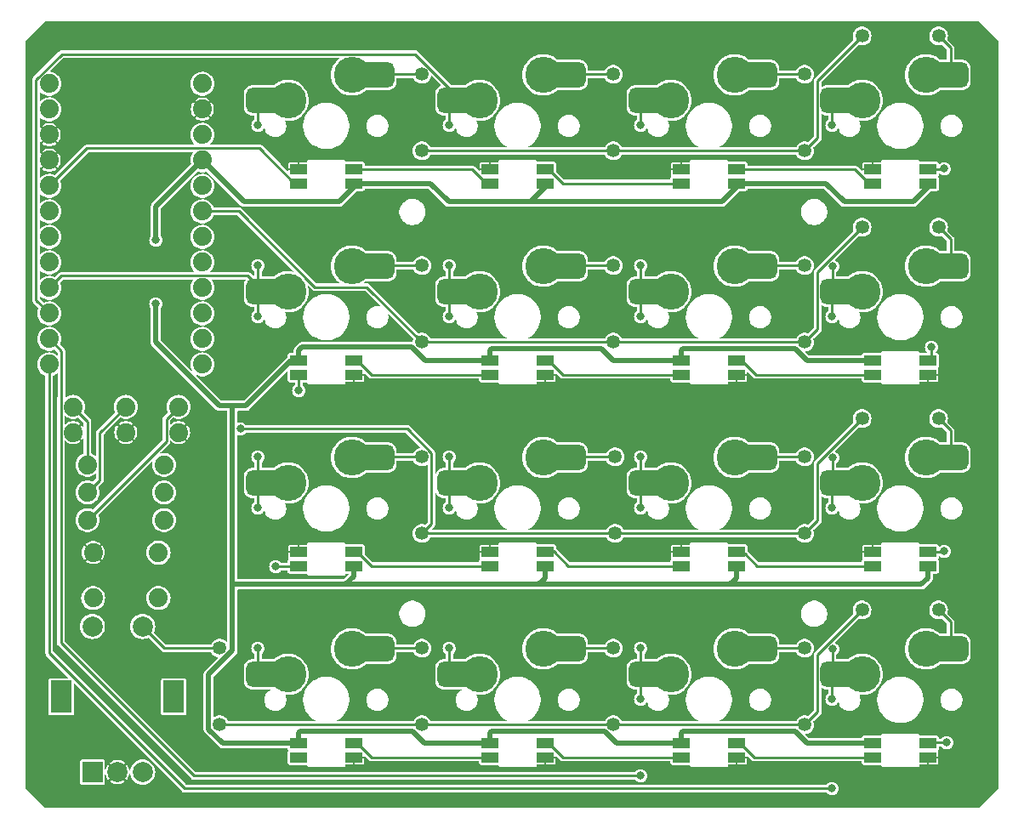
<source format=gbl>
%TF.GenerationSoftware,KiCad,Pcbnew,8.0.4*%
%TF.CreationDate,2024-08-05T16:40:16-07:00*%
%TF.ProjectId,dumbpad.pcb,64756d62-7061-4642-9e70-63622e6b6963,rev?*%
%TF.SameCoordinates,Original*%
%TF.FileFunction,Copper,L2,Bot*%
%TF.FilePolarity,Positive*%
%FSLAX46Y46*%
G04 Gerber Fmt 4.6, Leading zero omitted, Abs format (unit mm)*
G04 Created by KiCad (PCBNEW 8.0.4) date 2024-08-05 16:40:16*
%MOMM*%
%LPD*%
G01*
G04 APERTURE LIST*
G04 Aperture macros list*
%AMRoundRect*
0 Rectangle with rounded corners*
0 $1 Rounding radius*
0 $2 $3 $4 $5 $6 $7 $8 $9 X,Y pos of 4 corners*
0 Add a 4 corners polygon primitive as box body*
4,1,4,$2,$3,$4,$5,$6,$7,$8,$9,$2,$3,0*
0 Add four circle primitives for the rounded corners*
1,1,$1+$1,$2,$3*
1,1,$1+$1,$4,$5*
1,1,$1+$1,$6,$7*
1,1,$1+$1,$8,$9*
0 Add four rect primitives between the rounded corners*
20,1,$1+$1,$2,$3,$4,$5,0*
20,1,$1+$1,$4,$5,$6,$7,0*
20,1,$1+$1,$6,$7,$8,$9,0*
20,1,$1+$1,$8,$9,$2,$3,0*%
G04 Aperture macros list end*
%TA.AperFunction,ComponentPad*%
%ADD10C,1.879600*%
%TD*%
%TA.AperFunction,ComponentPad*%
%ADD11R,2.000000X2.000000*%
%TD*%
%TA.AperFunction,ComponentPad*%
%ADD12C,2.000000*%
%TD*%
%TA.AperFunction,ComponentPad*%
%ADD13R,2.000000X3.200000*%
%TD*%
%TA.AperFunction,ComponentPad*%
%ADD14C,3.600000*%
%TD*%
%TA.AperFunction,SMDPad,CuDef*%
%ADD15RoundRect,0.625000X1.125000X0.625000X-1.125000X0.625000X-1.125000X-0.625000X1.125000X-0.625000X0*%
%TD*%
%TA.AperFunction,ComponentPad*%
%ADD16C,1.350000*%
%TD*%
%TA.AperFunction,SMDPad,CuDef*%
%ADD17R,1.700000X1.000000*%
%TD*%
%TA.AperFunction,ViaPad*%
%ADD18C,0.800000*%
%TD*%
%TA.AperFunction,Conductor*%
%ADD19C,0.250000*%
%TD*%
%TA.AperFunction,Conductor*%
%ADD20C,0.500000*%
%TD*%
G04 APERTURE END LIST*
D10*
%TO.P,S17,1,1*%
%TO.N,GND*%
X106799900Y-118743000D03*
%TO.P,S17,2*%
%TO.N,N/C*%
X113302300Y-118743000D03*
%TO.P,S17,3,2*%
%TO.N,/RESET*%
X106799900Y-123264200D03*
%TO.P,S17,4*%
%TO.N,N/C*%
X113302300Y-123264200D03*
%TD*%
%TO.P,B1,1,TXO*%
%TO.N,/NC{slash}TX{slash}D3*%
X102431100Y-72053600D03*
%TO.P,B1,2,RXI*%
%TO.N,/NC{slash}RX{slash}D2*%
X102431100Y-74593600D03*
%TO.P,B1,3,GND@1*%
%TO.N,GND*%
X102431100Y-77133600D03*
%TO.P,B1,4,GND*%
X102431100Y-79673600D03*
%TO.P,B1,5,2*%
%TO.N,/KEY_LEDS*%
X102431100Y-82213600D03*
%TO.P,B1,6,\u002A3*%
%TO.N,unconnected-(B1-Pad6)*%
X102431100Y-84753600D03*
%TO.P,B1,7,4*%
%TO.N,/ENCODER0_L1*%
X102431100Y-87293600D03*
%TO.P,B1,8,\u002A5*%
%TO.N,/COL0*%
X102431100Y-89833600D03*
%TO.P,B1,9,\u002A6*%
%TO.N,/COL1*%
X102431100Y-92373600D03*
%TO.P,B1,10,7*%
%TO.N,/COL2*%
X102431100Y-94913600D03*
%TO.P,B1,11,8*%
%TO.N,/COL3*%
X102431100Y-97453600D03*
%TO.P,B1,12,\u002A9*%
%TO.N,/COL4*%
X102431100Y-99993600D03*
%TO.P,B1,13,\u002A10*%
%TO.N,/LED2*%
X117671100Y-99993600D03*
%TO.P,B1,14,11(MOSI)*%
%TO.N,/ENCODER0_L0*%
X117671100Y-97453600D03*
%TO.P,B1,15,12(MISO)*%
%TO.N,/LED1*%
X117671100Y-94913600D03*
%TO.P,B1,16,13(SCK)*%
%TO.N,/LED0*%
X117671100Y-92373600D03*
%TO.P,B1,17,A0*%
%TO.N,/ROW3*%
X117671100Y-89833600D03*
%TO.P,B1,18,A1*%
%TO.N,/ROW2*%
X117671100Y-87293600D03*
%TO.P,B1,19,A2*%
%TO.N,/ROW1*%
X117671100Y-84753600D03*
%TO.P,B1,20,A3*%
%TO.N,/ROW0*%
X117671100Y-82213600D03*
%TO.P,B1,21,VCC*%
%TO.N,VCC*%
X117671100Y-79673600D03*
%TO.P,B1,22,RESET*%
%TO.N,/RESET*%
X117671100Y-77133600D03*
%TO.P,B1,23,GND@2*%
%TO.N,GND*%
X117671100Y-74593600D03*
%TO.P,B1,24,RAW*%
%TO.N,/RAW*%
X117671100Y-72053600D03*
%TD*%
D11*
%TO.P,RE_3_1,A,A*%
%TO.N,/ENCODER0_L1*%
X106720000Y-140600000D03*
D12*
%TO.P,RE_3_1,B,B*%
%TO.N,/ENCODER0_L0*%
X111720000Y-140600000D03*
%TO.P,RE_3_1,C,C*%
%TO.N,GND*%
X109220000Y-140600000D03*
D13*
%TO.P,RE_3_1,MP*%
%TO.N,N/C*%
X103620000Y-133100000D03*
X114820000Y-133100000D03*
D12*
%TO.P,RE_3_1,S1,1*%
%TO.N,Net-(D20-PadA)*%
X111720000Y-126100000D03*
%TO.P,RE_3_1,S2,2*%
%TO.N,/COL0*%
X106720000Y-126100000D03*
%TD*%
D10*
%TO.P,R3,P$1,1*%
%TO.N,Net-(D19-PadA)*%
X106241100Y-115503600D03*
%TO.P,R3,P$2,2*%
%TO.N,/LED0*%
X113861100Y-115503600D03*
%TD*%
%TO.P,R1,P$1,1*%
%TO.N,Net-(D17-PadA)*%
X106241100Y-110003600D03*
%TO.P,R1,P$2,2*%
%TO.N,/LED2*%
X113861100Y-110003600D03*
%TD*%
%TO.P,D18,A,A*%
%TO.N,Net-(D18-PadA)*%
X110051100Y-104233600D03*
%TO.P,D18,K,C*%
%TO.N,GND*%
X110051100Y-106773600D03*
%TD*%
%TO.P,D19,A,A*%
%TO.N,Net-(D19-PadA)*%
X115301100Y-104233600D03*
%TO.P,D19,K,C*%
%TO.N,GND*%
X115301100Y-106773600D03*
%TD*%
%TO.P,D17,A,A*%
%TO.N,Net-(D17-PadA)*%
X104801100Y-104233600D03*
%TO.P,D17,K,C*%
%TO.N,GND*%
X104801100Y-106773600D03*
%TD*%
%TO.P,R2,P$1,1*%
%TO.N,Net-(D18-PadA)*%
X106241100Y-112753600D03*
%TO.P,R2,P$2,2*%
%TO.N,/LED1*%
X113861100Y-112753600D03*
%TD*%
D14*
%TO.P,S1,1*%
%TO.N,N/C*%
X132541100Y-71173600D03*
%TO.P,S1,2*%
X126191100Y-73713600D03*
D15*
%TO.P,S1,S1,1*%
%TO.N,Net-(D1-PadA)*%
X135001100Y-71173600D03*
%TO.P,S1,S2,2*%
%TO.N,/COL1*%
X123801100Y-73713600D03*
%TD*%
D16*
%TO.P,D10,A,A*%
%TO.N,Net-(D10-PadA)*%
X158750000Y-109220000D03*
%TO.P,D10,C,C*%
%TO.N,/ROW2*%
X158750000Y-116840000D03*
%TD*%
D17*
%TO.P,LED7,1,VDD*%
%TO.N,VCC*%
X146301100Y-99630000D03*
%TO.P,LED7,2,DOUT*%
%TO.N,Net-(LED7-Pad2)*%
X146301100Y-101030000D03*
%TO.P,LED7,3,VSS*%
%TO.N,GND*%
X151801100Y-101030000D03*
%TO.P,LED7,4,DIN*%
%TO.N,Net-(LED6-Pad2)*%
X151801100Y-99630000D03*
%TD*%
D14*
%TO.P,S15,1*%
%TO.N,N/C*%
X170641100Y-128323600D03*
%TO.P,S15,2*%
X164291100Y-130863600D03*
D15*
%TO.P,S15,S1,1*%
%TO.N,Net-(D15-PadA)*%
X173101100Y-128323600D03*
%TO.P,S15,S2,2*%
%TO.N,/COL3*%
X161901100Y-130863600D03*
%TD*%
D14*
%TO.P,S8,1*%
%TO.N,N/C*%
X189691100Y-90223600D03*
%TO.P,S8,2*%
X183341100Y-92763600D03*
D15*
%TO.P,S8,S1,1*%
%TO.N,Net-(D8-PadA)*%
X192151100Y-90223600D03*
%TO.P,S8,S2,2*%
%TO.N,/COL4*%
X180951100Y-92763600D03*
%TD*%
D14*
%TO.P,S2,1*%
%TO.N,N/C*%
X151591100Y-71173600D03*
%TO.P,S2,2*%
X145241100Y-73713600D03*
D15*
%TO.P,S2,S1,1*%
%TO.N,Net-(D2-PadA)*%
X154051100Y-71173600D03*
%TO.P,S2,S2,2*%
%TO.N,/COL2*%
X142851100Y-73713600D03*
%TD*%
D16*
%TO.P,D8,A,A*%
%TO.N,Net-(D8-PadA)*%
X190961100Y-86360000D03*
%TO.P,D8,C,C*%
%TO.N,/ROW1*%
X183341100Y-86360000D03*
%TD*%
%TO.P,D6,A,A*%
%TO.N,Net-(D6-PadA)*%
X158576100Y-90170000D03*
%TO.P,D6,C,C*%
%TO.N,/ROW1*%
X158576100Y-97790000D03*
%TD*%
D17*
%TO.P,LED4,1,VDD*%
%TO.N,VCC*%
X189901100Y-81980000D03*
%TO.P,LED4,2,DOUT*%
%TO.N,Net-(LED4-Pad2)*%
X189901100Y-80580000D03*
%TO.P,LED4,3,VSS*%
%TO.N,GND*%
X184401100Y-80580000D03*
%TO.P,LED4,4,DIN*%
%TO.N,Net-(LED3-Pad2)*%
X184401100Y-81980000D03*
%TD*%
D14*
%TO.P,S4,1*%
%TO.N,N/C*%
X189691100Y-71173600D03*
%TO.P,S4,2*%
X183341100Y-73713600D03*
D15*
%TO.P,S4,S1,1*%
%TO.N,Net-(D4-PadA)*%
X192151100Y-71173600D03*
%TO.P,S4,S2,2*%
%TO.N,/COL4*%
X180951100Y-73713600D03*
%TD*%
D14*
%TO.P,S5,1*%
%TO.N,N/C*%
X132541100Y-90223600D03*
%TO.P,S5,2*%
X126191100Y-92763600D03*
D15*
%TO.P,S5,S1,1*%
%TO.N,Net-(D5-PadA)*%
X135001100Y-90223600D03*
%TO.P,S5,S2,2*%
%TO.N,/COL1*%
X123801100Y-92763600D03*
%TD*%
D16*
%TO.P,D4,A,A*%
%TO.N,Net-(D4-PadA)*%
X190961100Y-67310000D03*
%TO.P,D4,C,C*%
%TO.N,/ROW0*%
X183341100Y-67310000D03*
%TD*%
D17*
%TO.P,LED12,1,VDD*%
%TO.N,VCC*%
X189901100Y-120080000D03*
%TO.P,LED12,2,DOUT*%
%TO.N,Net-(LED12-Pad2)*%
X189901100Y-118680000D03*
%TO.P,LED12,3,VSS*%
%TO.N,GND*%
X184401100Y-118680000D03*
%TO.P,LED12,4,DIN*%
%TO.N,Net-(LED11-Pad2)*%
X184401100Y-120080000D03*
%TD*%
%TO.P,LED3,1,VDD*%
%TO.N,VCC*%
X170851100Y-81980000D03*
%TO.P,LED3,2,DOUT*%
%TO.N,Net-(LED3-Pad2)*%
X170851100Y-80580000D03*
%TO.P,LED3,3,VSS*%
%TO.N,GND*%
X165351100Y-80580000D03*
%TO.P,LED3,4,DIN*%
%TO.N,Net-(LED2-Pad2)*%
X165351100Y-81980000D03*
%TD*%
D14*
%TO.P,S14,1*%
%TO.N,N/C*%
X151591100Y-128323600D03*
%TO.P,S14,2*%
X145241100Y-130863600D03*
D15*
%TO.P,S14,S1,1*%
%TO.N,Net-(D14-PadA)*%
X154051100Y-128323600D03*
%TO.P,S14,S2,2*%
%TO.N,/COL2*%
X142851100Y-130863600D03*
%TD*%
D14*
%TO.P,S11,1*%
%TO.N,N/C*%
X170641100Y-109273600D03*
%TO.P,S11,2*%
X164291100Y-111813600D03*
D15*
%TO.P,S11,S1,1*%
%TO.N,Net-(D11-PadA)*%
X173101100Y-109273600D03*
%TO.P,S11,S2,2*%
%TO.N,/COL3*%
X161901100Y-111813600D03*
%TD*%
D17*
%TO.P,LED16,1,VDD*%
%TO.N,VCC*%
X127251100Y-137730000D03*
%TO.P,LED16,2,DOUT*%
%TO.N,unconnected-(LED16-Pad2)*%
X127251100Y-139130000D03*
%TO.P,LED16,3,VSS*%
%TO.N,GND*%
X132751100Y-139130000D03*
%TO.P,LED16,4,DIN*%
%TO.N,Net-(LED15-Pad2)*%
X132751100Y-137730000D03*
%TD*%
D14*
%TO.P,S7,1*%
%TO.N,N/C*%
X170641100Y-90223600D03*
%TO.P,S7,2*%
X164291100Y-92763600D03*
D15*
%TO.P,S7,S1,1*%
%TO.N,Net-(D7-PadA)*%
X173101100Y-90223600D03*
%TO.P,S7,S2,2*%
%TO.N,/COL3*%
X161901100Y-92763600D03*
%TD*%
D14*
%TO.P,S6,1*%
%TO.N,N/C*%
X151591100Y-90223600D03*
%TO.P,S6,2*%
X145241100Y-92763600D03*
D15*
%TO.P,S6,S1,1*%
%TO.N,Net-(D6-PadA)*%
X154051100Y-90223600D03*
%TO.P,S6,S2,2*%
%TO.N,/COL2*%
X142851100Y-92763600D03*
%TD*%
D16*
%TO.P,D9,A,A*%
%TO.N,Net-(D9-PadA)*%
X139526100Y-109220000D03*
%TO.P,D9,C,C*%
%TO.N,/ROW2*%
X139526100Y-116840000D03*
%TD*%
%TO.P,D11,A,A*%
%TO.N,Net-(D11-PadA)*%
X177626100Y-109220000D03*
%TO.P,D11,C,C*%
%TO.N,/ROW2*%
X177626100Y-116840000D03*
%TD*%
D17*
%TO.P,LED10,1,VDD*%
%TO.N,VCC*%
X151801100Y-120080000D03*
%TO.P,LED10,2,DOUT*%
%TO.N,Net-(LED10-Pad2)*%
X151801100Y-118680000D03*
%TO.P,LED10,3,VSS*%
%TO.N,GND*%
X146301100Y-118680000D03*
%TO.P,LED10,4,DIN*%
%TO.N,Net-(LED10-Pad4)*%
X146301100Y-120080000D03*
%TD*%
D16*
%TO.P,D13,A,A*%
%TO.N,Net-(D13-PadA)*%
X139526100Y-128270000D03*
%TO.P,D13,C,C*%
%TO.N,/ROW3*%
X139526100Y-135890000D03*
%TD*%
D17*
%TO.P,LED2,1,VDD*%
%TO.N,VCC*%
X151801100Y-81980000D03*
%TO.P,LED2,2,DOUT*%
%TO.N,Net-(LED2-Pad2)*%
X151801100Y-80580000D03*
%TO.P,LED2,3,VSS*%
%TO.N,GND*%
X146301100Y-80580000D03*
%TO.P,LED2,4,DIN*%
%TO.N,Net-(LED1-Pad2)*%
X146301100Y-81980000D03*
%TD*%
D14*
%TO.P,S12,1*%
%TO.N,N/C*%
X189691100Y-109273600D03*
%TO.P,S12,2*%
X183341100Y-111813600D03*
D15*
%TO.P,S12,S1,1*%
%TO.N,Net-(D12-PadA)*%
X192151100Y-109273600D03*
%TO.P,S12,S2,2*%
%TO.N,/COL4*%
X180951100Y-111813600D03*
%TD*%
D16*
%TO.P,D20,A,A*%
%TO.N,Net-(D20-PadA)*%
X119380000Y-128270000D03*
%TO.P,D20,C,C*%
%TO.N,/ROW3*%
X119380000Y-135890000D03*
%TD*%
D17*
%TO.P,LED13,1,VDD*%
%TO.N,VCC*%
X184401100Y-137730000D03*
%TO.P,LED13,2,DOUT*%
%TO.N,Net-(LED13-Pad2)*%
X184401100Y-139130000D03*
%TO.P,LED13,3,VSS*%
%TO.N,GND*%
X189901100Y-139130000D03*
%TO.P,LED13,4,DIN*%
%TO.N,Net-(LED12-Pad2)*%
X189901100Y-137730000D03*
%TD*%
D16*
%TO.P,D7,A,A*%
%TO.N,Net-(D7-PadA)*%
X177626100Y-90170000D03*
%TO.P,D7,C,C*%
%TO.N,/ROW1*%
X177626100Y-97790000D03*
%TD*%
D17*
%TO.P,LED5,1,VDD*%
%TO.N,VCC*%
X184401100Y-99630000D03*
%TO.P,LED5,2,DOUT*%
%TO.N,Net-(LED5-Pad2)*%
X184401100Y-101030000D03*
%TO.P,LED5,3,VSS*%
%TO.N,GND*%
X189901100Y-101030000D03*
%TO.P,LED5,4,DIN*%
%TO.N,Net-(LED4-Pad2)*%
X189901100Y-99630000D03*
%TD*%
D14*
%TO.P,S3,1*%
%TO.N,N/C*%
X170641100Y-71173600D03*
%TO.P,S3,2*%
X164291100Y-73713600D03*
D15*
%TO.P,S3,S1,1*%
%TO.N,Net-(D3-PadA)*%
X173101100Y-71173600D03*
%TO.P,S3,S2,2*%
%TO.N,/COL3*%
X161901100Y-73713600D03*
%TD*%
D16*
%TO.P,D5,A,A*%
%TO.N,Net-(D5-PadA)*%
X139526100Y-90170000D03*
%TO.P,D5,C,C*%
%TO.N,/ROW1*%
X139526100Y-97790000D03*
%TD*%
%TO.P,D16,A,A*%
%TO.N,Net-(D16-PadA)*%
X190961100Y-124460000D03*
%TO.P,D16,C,C*%
%TO.N,/ROW3*%
X183341100Y-124460000D03*
%TD*%
%TO.P,D14,A,A*%
%TO.N,Net-(D14-PadA)*%
X158576100Y-128270000D03*
%TO.P,D14,C,C*%
%TO.N,/ROW3*%
X158576100Y-135890000D03*
%TD*%
%TO.P,D3,A,A*%
%TO.N,Net-(D3-PadA)*%
X177626100Y-71120000D03*
%TO.P,D3,C,C*%
%TO.N,/ROW0*%
X177626100Y-78740000D03*
%TD*%
%TO.P,D15,A,A*%
%TO.N,Net-(D15-PadA)*%
X177626100Y-128270000D03*
%TO.P,D15,C,C*%
%TO.N,/ROW3*%
X177626100Y-135890000D03*
%TD*%
D17*
%TO.P,LED6,1,VDD*%
%TO.N,VCC*%
X165351100Y-99630000D03*
%TO.P,LED6,2,DOUT*%
%TO.N,Net-(LED6-Pad2)*%
X165351100Y-101030000D03*
%TO.P,LED6,3,VSS*%
%TO.N,GND*%
X170851100Y-101030000D03*
%TO.P,LED6,4,DIN*%
%TO.N,Net-(LED5-Pad2)*%
X170851100Y-99630000D03*
%TD*%
%TO.P,LED1,1,VDD*%
%TO.N,VCC*%
X132751100Y-81980000D03*
%TO.P,LED1,2,DOUT*%
%TO.N,Net-(LED1-Pad2)*%
X132751100Y-80580000D03*
%TO.P,LED1,3,VSS*%
%TO.N,GND*%
X127251100Y-80580000D03*
%TO.P,LED1,4,DIN*%
%TO.N,/KEY_LEDS*%
X127251100Y-81980000D03*
%TD*%
D14*
%TO.P,S13,1*%
%TO.N,N/C*%
X132541100Y-128327200D03*
%TO.P,S13,2*%
X126191100Y-130867200D03*
D15*
%TO.P,S13,S1,1*%
%TO.N,Net-(D13-PadA)*%
X135001100Y-128327200D03*
%TO.P,S13,S2,2*%
%TO.N,/COL1*%
X123801100Y-130867200D03*
%TD*%
D17*
%TO.P,LED9,1,VDD*%
%TO.N,VCC*%
X132751100Y-120080000D03*
%TO.P,LED9,2,DOUT*%
%TO.N,Net-(LED10-Pad4)*%
X132751100Y-118680000D03*
%TO.P,LED9,3,VSS*%
%TO.N,GND*%
X127251100Y-118680000D03*
%TO.P,LED9,4,DIN*%
%TO.N,Net-(LED8-Pad2)*%
X127251100Y-120080000D03*
%TD*%
D14*
%TO.P,S9,1*%
%TO.N,N/C*%
X132541100Y-109273600D03*
%TO.P,S9,2*%
X126191100Y-111813600D03*
D15*
%TO.P,S9,S1,1*%
%TO.N,Net-(D9-PadA)*%
X135001100Y-109273600D03*
%TO.P,S9,S2,2*%
%TO.N,/COL1*%
X123801100Y-111813600D03*
%TD*%
D17*
%TO.P,LED11,1,VDD*%
%TO.N,VCC*%
X170851100Y-120080000D03*
%TO.P,LED11,2,DOUT*%
%TO.N,Net-(LED11-Pad2)*%
X170851100Y-118680000D03*
%TO.P,LED11,3,VSS*%
%TO.N,GND*%
X165351100Y-118680000D03*
%TO.P,LED11,4,DIN*%
%TO.N,Net-(LED10-Pad2)*%
X165351100Y-120080000D03*
%TD*%
D16*
%TO.P,D1,A,A*%
%TO.N,Net-(D1-PadA)*%
X139526100Y-71120000D03*
%TO.P,D1,C,C*%
%TO.N,/ROW0*%
X139526100Y-78740000D03*
%TD*%
D14*
%TO.P,S16,1*%
%TO.N,N/C*%
X189691100Y-128327200D03*
%TO.P,S16,2*%
X183341100Y-130867200D03*
D15*
%TO.P,S16,S1,1*%
%TO.N,Net-(D16-PadA)*%
X192151100Y-128327200D03*
%TO.P,S16,S2,2*%
%TO.N,/COL4*%
X180951100Y-130867200D03*
%TD*%
D17*
%TO.P,LED15,1,VDD*%
%TO.N,VCC*%
X146301100Y-137730000D03*
%TO.P,LED15,2,DOUT*%
%TO.N,Net-(LED15-Pad2)*%
X146301100Y-139130000D03*
%TO.P,LED15,3,VSS*%
%TO.N,GND*%
X151801100Y-139130000D03*
%TO.P,LED15,4,DIN*%
%TO.N,Net-(LED14-Pad2)*%
X151801100Y-137730000D03*
%TD*%
D16*
%TO.P,D12,A,A*%
%TO.N,Net-(D12-PadA)*%
X190961100Y-105410000D03*
%TO.P,D12,C,C*%
%TO.N,/ROW2*%
X183341100Y-105410000D03*
%TD*%
D17*
%TO.P,LED8,1,VDD*%
%TO.N,VCC*%
X127251100Y-99630000D03*
%TO.P,LED8,2,DOUT*%
%TO.N,Net-(LED8-Pad2)*%
X127251100Y-101030000D03*
%TO.P,LED8,3,VSS*%
%TO.N,GND*%
X132751100Y-101030000D03*
%TO.P,LED8,4,DIN*%
%TO.N,Net-(LED7-Pad2)*%
X132751100Y-99630000D03*
%TD*%
D16*
%TO.P,D2,A,A*%
%TO.N,Net-(D2-PadA)*%
X158576100Y-71120000D03*
%TO.P,D2,C,C*%
%TO.N,/ROW0*%
X158576100Y-78740000D03*
%TD*%
D17*
%TO.P,LED14,1,VDD*%
%TO.N,VCC*%
X165351100Y-137730000D03*
%TO.P,LED14,2,DOUT*%
%TO.N,Net-(LED14-Pad2)*%
X165351100Y-139130000D03*
%TO.P,LED14,3,VSS*%
%TO.N,GND*%
X170851100Y-139130000D03*
%TO.P,LED14,4,DIN*%
%TO.N,Net-(LED13-Pad2)*%
X170851100Y-137730000D03*
%TD*%
D14*
%TO.P,S10,1*%
%TO.N,N/C*%
X151591100Y-109273600D03*
%TO.P,S10,2*%
X145241100Y-111813600D03*
D15*
%TO.P,S10,S1,1*%
%TO.N,Net-(D10-PadA)*%
X154051100Y-109273600D03*
%TO.P,S10,S2,2*%
%TO.N,/COL2*%
X142851100Y-111813600D03*
%TD*%
D18*
%TO.N,VCC*%
X113030000Y-87630000D03*
X113030000Y-93980000D03*
%TO.N,/ROW2*%
X121451900Y-106426000D03*
%TO.N,/COL4*%
X180340000Y-133350000D03*
X180340000Y-142240000D03*
X180414191Y-128344191D03*
X180414191Y-109294191D03*
X180340000Y-95250000D03*
X180340000Y-114300000D03*
X180414191Y-90244191D03*
X180340000Y-76200000D03*
%TO.N,/COL3*%
X161290000Y-140970000D03*
X161290000Y-128270000D03*
X161290000Y-95250000D03*
X161290000Y-109220000D03*
X161290000Y-76200000D03*
X161290000Y-133350000D03*
X161290000Y-90170000D03*
X161290000Y-114300000D03*
%TO.N,/COL2*%
X142240000Y-128270000D03*
X142240000Y-76200000D03*
X142240000Y-90170000D03*
X142240000Y-95250000D03*
X142240000Y-109220000D03*
X142240000Y-114300000D03*
%TO.N,/COL1*%
X123190000Y-90170000D03*
X123190000Y-95250000D03*
X123190000Y-76200000D03*
X123190000Y-114300000D03*
X123190000Y-109220000D03*
X123190000Y-128270000D03*
%TO.N,Net-(LED4-Pad2)*%
X191516000Y-80518000D03*
X190246000Y-98298000D03*
%TO.N,Net-(LED8-Pad2)*%
X127254000Y-102616000D03*
X124968000Y-120142000D03*
%TO.N,Net-(LED12-Pad2)*%
X191770000Y-137668000D03*
X191516000Y-118618000D03*
%TD*%
D19*
%TO.N,/ROW0*%
X177626100Y-78740000D02*
X158576100Y-78740000D01*
X183341100Y-67310000D02*
X178924180Y-71726920D01*
X158576100Y-78740000D02*
X139526100Y-78740000D01*
X178924180Y-71726920D02*
X178924180Y-77441920D01*
X178924180Y-77441920D02*
X177626100Y-78740000D01*
%TO.N,/ROW1*%
X139526100Y-97790000D02*
X134036611Y-92300511D01*
X178924180Y-90776920D02*
X178924180Y-96491920D01*
X183341100Y-86360000D02*
X178924180Y-90776920D01*
X178924180Y-96491920D02*
X177626100Y-97790000D01*
X121329600Y-84753600D02*
X117671100Y-84753600D01*
X134036611Y-92300511D02*
X128876511Y-92300511D01*
X128876511Y-92300511D02*
X121329600Y-84753600D01*
X158576100Y-97790000D02*
X139526100Y-97790000D01*
X177626100Y-97790000D02*
X158576100Y-97790000D01*
D20*
%TO.N,VCC*%
X140400000Y-81980000D02*
X142240000Y-83820000D01*
X132751100Y-82340637D02*
X132751100Y-81980000D01*
X120650000Y-128522983D02*
X120650000Y-121920000D01*
X131271737Y-83820000D02*
X132751100Y-82340637D01*
X165351100Y-99630000D02*
X165351100Y-98630000D01*
X118303089Y-130869894D02*
X120650000Y-128522983D01*
X127251100Y-99630000D02*
X127251100Y-98630000D01*
X177862000Y-99630000D02*
X184401100Y-99630000D01*
X139762000Y-137730000D02*
X146301100Y-137730000D01*
X181610000Y-83820000D02*
X188421737Y-83820000D01*
X138586280Y-136554280D02*
X139762000Y-137730000D01*
X150321737Y-83820000D02*
X151801100Y-82340637D01*
X176686280Y-98454280D02*
X177862000Y-99630000D01*
X121817500Y-83820000D02*
X131271737Y-83820000D01*
X120650000Y-104140000D02*
X120650000Y-121920000D01*
X165526820Y-136554280D02*
X176686280Y-136554280D01*
X151801100Y-120080000D02*
X151801100Y-121248900D01*
X165351100Y-137730000D02*
X165351100Y-136730000D01*
X131911100Y-121920000D02*
X189230000Y-121920000D01*
X120650000Y-104140000D02*
X121920000Y-104140000D01*
X117671100Y-79673600D02*
X121817500Y-83820000D01*
X151801100Y-121248900D02*
X151130000Y-121920000D01*
X118303089Y-130869894D02*
X118303089Y-136336072D01*
X176686280Y-136554280D02*
X177862000Y-137730000D01*
X127251100Y-137730000D02*
X127251100Y-136730000D01*
X170851100Y-81980000D02*
X179770000Y-81980000D01*
X113030000Y-87630000D02*
X113030000Y-84314700D01*
X165351100Y-98630000D02*
X165526820Y-98454280D01*
X177862000Y-137730000D02*
X184401100Y-137730000D01*
X127583100Y-98298000D02*
X138511117Y-98298000D01*
X127426820Y-136554280D02*
X138586280Y-136554280D01*
X189901100Y-82340637D02*
X189901100Y-81980000D01*
X146301100Y-137730000D02*
X146301100Y-136730000D01*
X146476820Y-136554280D02*
X157717397Y-136554280D01*
X146301100Y-136730000D02*
X146476820Y-136554280D01*
X189901100Y-121248900D02*
X189230000Y-121920000D01*
X146301100Y-98630000D02*
X146476820Y-98454280D01*
X120650000Y-121920000D02*
X131911100Y-121920000D01*
X170851100Y-82340637D02*
X170851100Y-81980000D01*
X170851100Y-120080000D02*
X170851100Y-121248900D01*
X113030000Y-84314700D02*
X117671100Y-79673600D01*
X150321737Y-83820000D02*
X169371737Y-83820000D01*
X158558000Y-99630000D02*
X165351100Y-99630000D01*
X126497278Y-99630000D02*
X121987278Y-104140000D01*
X121987278Y-104140000D02*
X121920000Y-104140000D01*
X139843117Y-99630000D02*
X146301100Y-99630000D01*
X142240000Y-83820000D02*
X150321737Y-83820000D01*
X189901100Y-120080000D02*
X189901100Y-121248900D01*
X151801100Y-82340637D02*
X151801100Y-81980000D01*
X146476820Y-98454280D02*
X157382280Y-98454280D01*
X132751100Y-121080000D02*
X132751100Y-120080000D01*
X188421737Y-83820000D02*
X189901100Y-82340637D01*
X170851100Y-121248900D02*
X170180000Y-121920000D01*
X138511117Y-98298000D02*
X139843117Y-99630000D01*
X113030000Y-97790000D02*
X113030000Y-93980000D01*
X165526820Y-98454280D02*
X176686280Y-98454280D01*
X119697017Y-137730000D02*
X127251100Y-137730000D01*
X119380000Y-104140000D02*
X113030000Y-97790000D01*
X132751100Y-81980000D02*
X140400000Y-81980000D01*
X127251100Y-99630000D02*
X126497278Y-99630000D01*
X127251100Y-136730000D02*
X127426820Y-136554280D01*
X127251100Y-98630000D02*
X127583100Y-98298000D01*
X157717397Y-136554280D02*
X158893117Y-137730000D01*
X158893117Y-137730000D02*
X165351100Y-137730000D01*
X165351100Y-136730000D02*
X165526820Y-136554280D01*
X118303089Y-136336072D02*
X119697017Y-137730000D01*
X146301100Y-99630000D02*
X146301100Y-98630000D01*
X179770000Y-81980000D02*
X181610000Y-83820000D01*
X169371737Y-83820000D02*
X170851100Y-82340637D01*
X157382280Y-98454280D02*
X158558000Y-99630000D01*
X131911100Y-121920000D02*
X132751100Y-121080000D01*
X120650000Y-104140000D02*
X119380000Y-104140000D01*
D19*
%TO.N,/ROW2*%
X138078307Y-106426000D02*
X140478011Y-108825704D01*
X121451900Y-106426000D02*
X138078307Y-106426000D01*
X183341100Y-105410000D02*
X178924180Y-109826920D01*
X139526100Y-116840000D02*
X158750000Y-116840000D01*
X178924180Y-115541920D02*
X177626100Y-116840000D01*
X140478011Y-108825704D02*
X140478011Y-115888089D01*
X158750000Y-116840000D02*
X177626100Y-116840000D01*
X140478011Y-115888089D02*
X139526100Y-116840000D01*
X178924180Y-109826920D02*
X178924180Y-115541920D01*
%TO.N,/ROW3*%
X158576100Y-135890000D02*
X139526100Y-135890000D01*
X119380000Y-135890000D02*
X139526100Y-135890000D01*
X183341100Y-124460000D02*
X178924180Y-128876920D01*
X177626100Y-135890000D02*
X158576100Y-135890000D01*
X178924180Y-134591920D02*
X177626100Y-135890000D01*
X178924180Y-128876920D02*
X178924180Y-134591920D01*
%TO.N,/COL4*%
X180414191Y-92226691D02*
X180951100Y-92763600D01*
X180414191Y-109294191D02*
X180414191Y-111276691D01*
X180340000Y-133350000D02*
X180340000Y-131478300D01*
X102431100Y-99993600D02*
X102431100Y-128757278D01*
X180340000Y-93374700D02*
X180340000Y-95250000D01*
X180414191Y-128344191D02*
X180414191Y-130330291D01*
X180414191Y-90244191D02*
X180414191Y-92226691D01*
X180340000Y-112424700D02*
X180340000Y-114300000D01*
X180951100Y-92763600D02*
X180340000Y-93374700D01*
X180414191Y-111276691D02*
X180951100Y-111813600D01*
X180414191Y-130330291D02*
X180951100Y-130867200D01*
X180340000Y-74324700D02*
X180340000Y-76200000D01*
X180951100Y-73713600D02*
X180340000Y-74324700D01*
X180340000Y-131478300D02*
X180951100Y-130867200D01*
X102431100Y-128757278D02*
X115913822Y-142240000D01*
X115913822Y-142240000D02*
X180340000Y-142240000D01*
X180951100Y-111813600D02*
X180340000Y-112424700D01*
%TO.N,/COL3*%
X161290000Y-112424700D02*
X161290000Y-114300000D01*
X103647811Y-103362189D02*
X103584389Y-103425611D01*
X161290000Y-90170000D02*
X161290000Y-92152500D01*
X161901100Y-111813600D02*
X161290000Y-112424700D01*
X103584389Y-103425611D02*
X103584389Y-127714389D01*
X161290000Y-140970000D02*
X116840000Y-140970000D01*
X161290000Y-131474700D02*
X161901100Y-130863600D01*
X161290000Y-111202500D02*
X161901100Y-111813600D01*
X161290000Y-128270000D02*
X161290000Y-130252500D01*
X161290000Y-92152500D02*
X161901100Y-92763600D01*
X161901100Y-73713600D02*
X161290000Y-74324700D01*
X161290000Y-130252500D02*
X161901100Y-130863600D01*
X161290000Y-74324700D02*
X161290000Y-76200000D01*
X161290000Y-93374700D02*
X161290000Y-95250000D01*
X103647811Y-98670311D02*
X103647811Y-103362189D01*
X102431100Y-97453600D02*
X103647811Y-98670311D01*
X161901100Y-92763600D02*
X161290000Y-93374700D01*
X161290000Y-109220000D02*
X161290000Y-111202500D01*
X103584389Y-127714389D02*
X116840000Y-140970000D01*
X161290000Y-133350000D02*
X161290000Y-131474700D01*
%TO.N,/COL2*%
X142240000Y-90170000D02*
X142240000Y-92152500D01*
X101092000Y-71672010D02*
X103667321Y-69096689D01*
X102431100Y-94913600D02*
X101092000Y-93574500D01*
X142240000Y-130252500D02*
X142851100Y-130863600D01*
X101092000Y-93574500D02*
X101092000Y-71672010D01*
X142240000Y-112424700D02*
X142240000Y-114300000D01*
X142851100Y-73713600D02*
X142240000Y-74324700D01*
X142851100Y-73098793D02*
X142851100Y-73713600D01*
X142851100Y-111813600D02*
X142240000Y-112424700D01*
X142240000Y-111202500D02*
X142851100Y-111813600D01*
X142240000Y-74324700D02*
X142240000Y-76200000D01*
X103667321Y-69096689D02*
X138848996Y-69096689D01*
X142851100Y-92763600D02*
X142240000Y-93374700D01*
X142240000Y-93374700D02*
X142240000Y-95250000D01*
X142240000Y-109220000D02*
X142240000Y-111202500D01*
X142240000Y-128270000D02*
X142240000Y-130252500D01*
X142240000Y-92152500D02*
X142851100Y-92763600D01*
X138848996Y-69096689D02*
X142851100Y-73098793D01*
%TO.N,/COL1*%
X123801100Y-73713600D02*
X123190000Y-74324700D01*
X123190000Y-130256100D02*
X123801100Y-130867200D01*
X102431100Y-92373600D02*
X103647811Y-91156889D01*
X123801100Y-92763600D02*
X123190000Y-93374700D01*
X103647811Y-91156889D02*
X122194389Y-91156889D01*
X123190000Y-90170000D02*
X123190000Y-92152500D01*
X123190000Y-112424700D02*
X123190000Y-114300000D01*
X123190000Y-111202500D02*
X123801100Y-111813600D01*
X123801100Y-111813600D02*
X123190000Y-112424700D01*
X122194389Y-91156889D02*
X123801100Y-92763600D01*
X123190000Y-74324700D02*
X123190000Y-76200000D01*
X123190000Y-128270000D02*
X123190000Y-130256100D01*
X123190000Y-109220000D02*
X123190000Y-111202500D01*
X123190000Y-93374700D02*
X123190000Y-95250000D01*
%TO.N,Net-(D1-PadA)*%
X135054700Y-71120000D02*
X139526100Y-71120000D01*
X135001100Y-71173600D02*
X135054700Y-71120000D01*
%TO.N,Net-(D2-PadA)*%
X154104700Y-71120000D02*
X158576100Y-71120000D01*
X154051100Y-71173600D02*
X154104700Y-71120000D01*
%TO.N,Net-(D3-PadA)*%
X173154700Y-71120000D02*
X177626100Y-71120000D01*
X173101100Y-71173600D02*
X173154700Y-71120000D01*
%TO.N,Net-(D4-PadA)*%
X190961100Y-67310000D02*
X192151100Y-68500000D01*
X192151100Y-68500000D02*
X192151100Y-71173600D01*
%TO.N,Net-(D5-PadA)*%
X135054700Y-90170000D02*
X139526100Y-90170000D01*
X135001100Y-90223600D02*
X135054700Y-90170000D01*
%TO.N,Net-(D6-PadA)*%
X154051100Y-90223600D02*
X154104700Y-90170000D01*
X154104700Y-90170000D02*
X158576100Y-90170000D01*
%TO.N,Net-(D7-PadA)*%
X173154700Y-90170000D02*
X173101100Y-90223600D01*
X177626100Y-90170000D02*
X173154700Y-90170000D01*
%TO.N,Net-(D8-PadA)*%
X192151100Y-87550000D02*
X192151100Y-90223600D01*
X190961100Y-86360000D02*
X192151100Y-87550000D01*
%TO.N,Net-(D9-PadA)*%
X135054700Y-109220000D02*
X139526100Y-109220000D01*
X135001100Y-109273600D02*
X135054700Y-109220000D01*
%TO.N,Net-(D10-PadA)*%
X154104700Y-109220000D02*
X154051100Y-109273600D01*
X158750000Y-109220000D02*
X154104700Y-109220000D01*
%TO.N,Net-(D11-PadA)*%
X173101100Y-109273600D02*
X173154700Y-109220000D01*
X173154700Y-109220000D02*
X177626100Y-109220000D01*
%TO.N,Net-(D12-PadA)*%
X192151100Y-106600000D02*
X192151100Y-109273600D01*
X190961100Y-105410000D02*
X192151100Y-106600000D01*
%TO.N,Net-(D13-PadA)*%
X135001100Y-128327200D02*
X135058300Y-128270000D01*
X135058300Y-128270000D02*
X139526100Y-128270000D01*
%TO.N,Net-(D14-PadA)*%
X154104700Y-128270000D02*
X158576100Y-128270000D01*
X154051100Y-128323600D02*
X154104700Y-128270000D01*
%TO.N,Net-(D15-PadA)*%
X173154700Y-128270000D02*
X177626100Y-128270000D01*
X173101100Y-128323600D02*
X173154700Y-128270000D01*
%TO.N,Net-(D16-PadA)*%
X190961100Y-124460000D02*
X192151100Y-125650000D01*
X192151100Y-125650000D02*
X192151100Y-128327200D01*
%TO.N,Net-(D17-PadA)*%
X106241100Y-105673600D02*
X106241100Y-110003600D01*
X104801100Y-104233600D02*
X106241100Y-105673600D01*
%TO.N,Net-(D18-PadA)*%
X110051100Y-104233600D02*
X107457811Y-106826889D01*
X107457811Y-106826889D02*
X107457811Y-111536889D01*
X107457811Y-111536889D02*
X106241100Y-112753600D01*
%TO.N,Net-(D19-PadA)*%
X115301100Y-104233600D02*
X114084389Y-105450311D01*
X114084389Y-105450311D02*
X114084389Y-107660311D01*
X114084389Y-107660311D02*
X106241100Y-115503600D01*
%TO.N,Net-(D20-PadA)*%
X113890000Y-128270000D02*
X111720000Y-126100000D01*
X119380000Y-128270000D02*
X113890000Y-128270000D01*
%TO.N,/KEY_LEDS*%
X126861089Y-81980000D02*
X127251100Y-81980000D01*
X123337978Y-78456889D02*
X126861089Y-81980000D01*
X106187811Y-78456889D02*
X123337978Y-78456889D01*
X102431100Y-82213600D02*
X106187811Y-78456889D01*
%TO.N,Net-(LED1-Pad2)*%
X144551100Y-80580000D02*
X145951100Y-81980000D01*
X132751100Y-80580000D02*
X144551100Y-80580000D01*
X145951100Y-81980000D02*
X146301100Y-81980000D01*
%TO.N,Net-(LED2-Pad2)*%
X153551100Y-81980000D02*
X165351100Y-81980000D01*
X151801100Y-80580000D02*
X152151100Y-80580000D01*
X152151100Y-80580000D02*
X153551100Y-81980000D01*
%TO.N,Net-(LED3-Pad2)*%
X170851100Y-80580000D02*
X182651100Y-80580000D01*
X182651100Y-80580000D02*
X184051100Y-81980000D01*
X184051100Y-81980000D02*
X184401100Y-81980000D01*
%TO.N,Net-(LED4-Pad2)*%
X191454000Y-80580000D02*
X191516000Y-80518000D01*
X189901100Y-80580000D02*
X191454000Y-80580000D01*
X190246000Y-98298000D02*
X190246000Y-99285100D01*
X190246000Y-99285100D02*
X189901100Y-99630000D01*
%TO.N,Net-(LED5-Pad2)*%
X172754922Y-101030000D02*
X184401100Y-101030000D01*
X171354922Y-99630000D02*
X172754922Y-101030000D01*
X170851100Y-99630000D02*
X171354922Y-99630000D01*
%TO.N,Net-(LED6-Pad2)*%
X153551100Y-101030000D02*
X165351100Y-101030000D01*
X151801100Y-99630000D02*
X152151100Y-99630000D01*
X152151100Y-99630000D02*
X153551100Y-101030000D01*
%TO.N,Net-(LED7-Pad2)*%
X134501100Y-101030000D02*
X146301100Y-101030000D01*
X132751100Y-99630000D02*
X133101100Y-99630000D01*
X133101100Y-99630000D02*
X134501100Y-101030000D01*
%TO.N,Net-(LED8-Pad2)*%
X124968000Y-120142000D02*
X127189100Y-120142000D01*
X127251100Y-102613100D02*
X127254000Y-102616000D01*
X127189100Y-120142000D02*
X127251100Y-120080000D01*
X127251100Y-101089100D02*
X127251100Y-102613100D01*
X127251100Y-101030000D02*
X127251100Y-101089100D01*
%TO.N,Net-(LED10-Pad4)*%
X132751100Y-118680000D02*
X133101100Y-118680000D01*
X133101100Y-118680000D02*
X134501100Y-120080000D01*
X134501100Y-120080000D02*
X146301100Y-120080000D01*
%TO.N,Net-(LED10-Pad2)*%
X154116000Y-120080000D02*
X152654000Y-118618000D01*
X165351100Y-120080000D02*
X154116000Y-120080000D01*
%TO.N,Net-(LED11-Pad2)*%
X172912000Y-120080000D02*
X171704000Y-118872000D01*
X184401100Y-120080000D02*
X172912000Y-120080000D01*
%TO.N,Net-(LED12-Pad2)*%
X189901100Y-118680000D02*
X191454000Y-118680000D01*
X191454000Y-118680000D02*
X191516000Y-118618000D01*
X189963100Y-137668000D02*
X189901100Y-137730000D01*
X191770000Y-137668000D02*
X189963100Y-137668000D01*
%TO.N,Net-(LED13-Pad2)*%
X170851100Y-137730000D02*
X171201100Y-137730000D01*
X171201100Y-137730000D02*
X172601100Y-139130000D01*
X172601100Y-139130000D02*
X184401100Y-139130000D01*
%TO.N,Net-(LED14-Pad2)*%
X152151100Y-137730000D02*
X153551100Y-139130000D01*
X153551100Y-139130000D02*
X165351100Y-139130000D01*
X151801100Y-137730000D02*
X152151100Y-137730000D01*
%TO.N,Net-(LED15-Pad2)*%
X133101100Y-137730000D02*
X134501100Y-139130000D01*
X134501100Y-139130000D02*
X146301100Y-139130000D01*
X132751100Y-137730000D02*
X133101100Y-137730000D01*
%TD*%
%TA.AperFunction,Conductor*%
%TO.N,GND*%
G36*
X104025982Y-105143069D02*
G01*
X104078290Y-105190755D01*
X104266474Y-105307273D01*
X104472864Y-105387229D01*
X104690432Y-105427900D01*
X104690433Y-105427900D01*
X104911767Y-105427900D01*
X104911768Y-105427900D01*
X105129336Y-105387229D01*
X105314881Y-105315348D01*
X105343266Y-105316004D01*
X105354515Y-105323709D01*
X105850734Y-105819928D01*
X105861600Y-105846162D01*
X105861600Y-106183142D01*
X105850734Y-106209376D01*
X105824500Y-106220242D01*
X105798266Y-106209376D01*
X105791290Y-106199679D01*
X105776382Y-106169741D01*
X105776373Y-106169726D01*
X105678154Y-106039663D01*
X105150990Y-106566826D01*
X105126301Y-106524064D01*
X105050636Y-106448399D01*
X105007872Y-106423709D01*
X105534751Y-105896829D01*
X105492378Y-105858200D01*
X105312403Y-105746764D01*
X105115020Y-105670298D01*
X105115007Y-105670295D01*
X104906939Y-105631400D01*
X104695261Y-105631400D01*
X104487192Y-105670295D01*
X104487179Y-105670298D01*
X104289796Y-105746764D01*
X104109824Y-105858198D01*
X104109817Y-105858204D01*
X104025983Y-105934629D01*
X103999276Y-105944272D01*
X103973572Y-105932206D01*
X103963889Y-105907212D01*
X103963889Y-105170487D01*
X103974755Y-105144253D01*
X104000989Y-105133387D01*
X104025982Y-105143069D01*
G37*
%TD.AperFunction*%
%TA.AperFunction,Conductor*%
G36*
X194980196Y-65841166D02*
G01*
X196913534Y-67774504D01*
X196924400Y-67800738D01*
X196924400Y-142206462D01*
X196913534Y-142232696D01*
X194980196Y-144166034D01*
X194953962Y-144176900D01*
X102048238Y-144176900D01*
X102022004Y-144166034D01*
X100088666Y-142232696D01*
X100077800Y-142206462D01*
X100077800Y-139574927D01*
X105465500Y-139574927D01*
X105465500Y-141625063D01*
X105465501Y-141625071D01*
X105480266Y-141699302D01*
X105536132Y-141782910D01*
X105536516Y-141783484D01*
X105557634Y-141797594D01*
X105620696Y-141839733D01*
X105620698Y-141839733D01*
X105620699Y-141839734D01*
X105694933Y-141854500D01*
X107745066Y-141854499D01*
X107819301Y-141839734D01*
X107903484Y-141783484D01*
X107959734Y-141699301D01*
X107974500Y-141625067D01*
X107974499Y-140882203D01*
X107985365Y-140855971D01*
X108011599Y-140845105D01*
X108037833Y-140855971D01*
X108047283Y-140872052D01*
X108093992Y-141036216D01*
X108193319Y-141235693D01*
X108193323Y-141235700D01*
X108299964Y-141376915D01*
X108801589Y-140875289D01*
X108819901Y-140907007D01*
X108912993Y-141000099D01*
X108944707Y-141018409D01*
X108443733Y-141519384D01*
X108492283Y-141563642D01*
X108492290Y-141563648D01*
X108681748Y-141680955D01*
X108889534Y-141761452D01*
X108889547Y-141761455D01*
X109108582Y-141802400D01*
X109331418Y-141802400D01*
X109550452Y-141761455D01*
X109550465Y-141761452D01*
X109758251Y-141680955D01*
X109947715Y-141563644D01*
X109947716Y-141563643D01*
X109996266Y-141519384D01*
X109495291Y-141018410D01*
X109527007Y-141000099D01*
X109620099Y-140907007D01*
X109638410Y-140875291D01*
X110140034Y-141376915D01*
X110246676Y-141235700D01*
X110246680Y-141235693D01*
X110346007Y-141036216D01*
X110406990Y-140821885D01*
X110407260Y-140820440D01*
X110422759Y-140796648D01*
X110450542Y-140790784D01*
X110474334Y-140806283D01*
X110479565Y-140817651D01*
X110536652Y-141030703D01*
X110568966Y-141100000D01*
X110629421Y-141229646D01*
X110629422Y-141229647D01*
X110629426Y-141229655D01*
X110753745Y-141407199D01*
X110755326Y-141409457D01*
X110910543Y-141564674D01*
X110910546Y-141564676D01*
X111090344Y-141690573D01*
X111090349Y-141690575D01*
X111090354Y-141690579D01*
X111228809Y-141755141D01*
X111289296Y-141783347D01*
X111346110Y-141798570D01*
X111501326Y-141840161D01*
X111720000Y-141859292D01*
X111938674Y-141840161D01*
X112150703Y-141783347D01*
X112349646Y-141690579D01*
X112363391Y-141680955D01*
X112398875Y-141656108D01*
X112529457Y-141564674D01*
X112684674Y-141409457D01*
X112810579Y-141229646D01*
X112903347Y-141030703D01*
X112960161Y-140818674D01*
X112979292Y-140600000D01*
X112960161Y-140381326D01*
X112918570Y-140226110D01*
X112903347Y-140169296D01*
X112875141Y-140108809D01*
X112810579Y-139970354D01*
X112810575Y-139970349D01*
X112810573Y-139970344D01*
X112684676Y-139790546D01*
X112684674Y-139790543D01*
X112529457Y-139635326D01*
X112529453Y-139635323D01*
X112349655Y-139509426D01*
X112349647Y-139509422D01*
X112349648Y-139509422D01*
X112349646Y-139509421D01*
X112280418Y-139477139D01*
X112150703Y-139416652D01*
X111938674Y-139359839D01*
X111938670Y-139359838D01*
X111720000Y-139340708D01*
X111501329Y-139359838D01*
X111501325Y-139359839D01*
X111289296Y-139416652D01*
X111090352Y-139509422D01*
X111090344Y-139509426D01*
X110910546Y-139635323D01*
X110755323Y-139790546D01*
X110629426Y-139970344D01*
X110629422Y-139970352D01*
X110536652Y-140169296D01*
X110479565Y-140382348D01*
X110462279Y-140404876D01*
X110434127Y-140408582D01*
X110411599Y-140391296D01*
X110407260Y-140379561D01*
X110406989Y-140378111D01*
X110346007Y-140163783D01*
X110246680Y-139964306D01*
X110246676Y-139964299D01*
X110140034Y-139823083D01*
X109638409Y-140324707D01*
X109620099Y-140292993D01*
X109527007Y-140199901D01*
X109495290Y-140181589D01*
X109996265Y-139680615D01*
X109996265Y-139680614D01*
X109947716Y-139636357D01*
X109947709Y-139636351D01*
X109758251Y-139519044D01*
X109550465Y-139438547D01*
X109550452Y-139438544D01*
X109331418Y-139397600D01*
X109108582Y-139397600D01*
X108889547Y-139438544D01*
X108889534Y-139438547D01*
X108681748Y-139519044D01*
X108492290Y-139636351D01*
X108492289Y-139636352D01*
X108443734Y-139680615D01*
X108944708Y-140181589D01*
X108912993Y-140199901D01*
X108819901Y-140292993D01*
X108801589Y-140324708D01*
X108299964Y-139823083D01*
X108193323Y-139964299D01*
X108193319Y-139964306D01*
X108093992Y-140163783D01*
X108047283Y-140327948D01*
X108029652Y-140350206D01*
X108001446Y-140353479D01*
X107979188Y-140335848D01*
X107974499Y-140317795D01*
X107974499Y-139574936D01*
X107974498Y-139574928D01*
X107968863Y-139546600D01*
X107959734Y-139500699D01*
X107948335Y-139483640D01*
X107914949Y-139433675D01*
X107903484Y-139416516D01*
X107875175Y-139397600D01*
X107819303Y-139360266D01*
X107745068Y-139345500D01*
X105694936Y-139345500D01*
X105694928Y-139345501D01*
X105620697Y-139360266D01*
X105536518Y-139416514D01*
X105536514Y-139416518D01*
X105480266Y-139500696D01*
X105465500Y-139574927D01*
X100077800Y-139574927D01*
X100077800Y-97453600D01*
X101231684Y-97453600D01*
X101252106Y-97673993D01*
X101272296Y-97744954D01*
X101312678Y-97886879D01*
X101411336Y-98085011D01*
X101411338Y-98085014D01*
X101411340Y-98085017D01*
X101544720Y-98261641D01*
X101708285Y-98410751D01*
X101708286Y-98410752D01*
X101708288Y-98410753D01*
X101708290Y-98410755D01*
X101896474Y-98527273D01*
X102102864Y-98607229D01*
X102320432Y-98647900D01*
X102320433Y-98647900D01*
X102541767Y-98647900D01*
X102541768Y-98647900D01*
X102759336Y-98607229D01*
X102944881Y-98535348D01*
X102973266Y-98536004D01*
X102984515Y-98543709D01*
X103257445Y-98816639D01*
X103268311Y-98842873D01*
X103268311Y-99056711D01*
X103257445Y-99082945D01*
X103231211Y-99093811D01*
X103206217Y-99084128D01*
X103153914Y-99036448D01*
X103153913Y-99036447D01*
X103144626Y-99030697D01*
X102965726Y-98919927D01*
X102852304Y-98875987D01*
X102759339Y-98839972D01*
X102759337Y-98839971D01*
X102759336Y-98839971D01*
X102759328Y-98839969D01*
X102759326Y-98839969D01*
X102634522Y-98816639D01*
X102541768Y-98799300D01*
X102320432Y-98799300D01*
X102239823Y-98814368D01*
X102102873Y-98839969D01*
X102102860Y-98839972D01*
X101896473Y-98919927D01*
X101708286Y-99036447D01*
X101708285Y-99036448D01*
X101544720Y-99185558D01*
X101411340Y-99362182D01*
X101411336Y-99362189D01*
X101312678Y-99560322D01*
X101252106Y-99773206D01*
X101252106Y-99773208D01*
X101231684Y-99993600D01*
X101252106Y-100213992D01*
X101312678Y-100426879D01*
X101411336Y-100625011D01*
X101411338Y-100625014D01*
X101411340Y-100625017D01*
X101544720Y-100801641D01*
X101708285Y-100950751D01*
X101708286Y-100950752D01*
X101708288Y-100950753D01*
X101708290Y-100950755D01*
X101896474Y-101067273D01*
X102027902Y-101118188D01*
X102048439Y-101137798D01*
X102051600Y-101152783D01*
X102051600Y-128705032D01*
X102051599Y-128705050D01*
X102051599Y-128707316D01*
X102051599Y-128807240D01*
X102063317Y-128850971D01*
X102077462Y-128903760D01*
X102127424Y-128990297D01*
X102198081Y-129060954D01*
X102198083Y-129060955D01*
X104319294Y-131182166D01*
X104330160Y-131208400D01*
X104319294Y-131234634D01*
X104293060Y-131245500D01*
X102594936Y-131245500D01*
X102594928Y-131245501D01*
X102520697Y-131260266D01*
X102436518Y-131316514D01*
X102436514Y-131316518D01*
X102380266Y-131400696D01*
X102365500Y-131474927D01*
X102365500Y-134725063D01*
X102365501Y-134725071D01*
X102380266Y-134799302D01*
X102380267Y-134799303D01*
X102436516Y-134883484D01*
X102454643Y-134895596D01*
X102520696Y-134939733D01*
X102520698Y-134939733D01*
X102520699Y-134939734D01*
X102594933Y-134954500D01*
X104645066Y-134954499D01*
X104719301Y-134939734D01*
X104803484Y-134883484D01*
X104859734Y-134799301D01*
X104874500Y-134725067D01*
X104874499Y-131826938D01*
X104885365Y-131800705D01*
X104911599Y-131789839D01*
X104937833Y-131800705D01*
X115610144Y-142473016D01*
X115610146Y-142473019D01*
X115680803Y-142543676D01*
X115767340Y-142593638D01*
X115863860Y-142619500D01*
X179787202Y-142619500D01*
X179813436Y-142630366D01*
X179817735Y-142635525D01*
X179846502Y-142677201D01*
X179965471Y-142782599D01*
X180039019Y-142821200D01*
X180106206Y-142856463D01*
X180181222Y-142874952D01*
X180260529Y-142894500D01*
X180260532Y-142894500D01*
X180419468Y-142894500D01*
X180419471Y-142894500D01*
X180573793Y-142856463D01*
X180714529Y-142782599D01*
X180833498Y-142677201D01*
X180923787Y-142546395D01*
X180980149Y-142397782D01*
X180999307Y-142240000D01*
X180980149Y-142082218D01*
X180980148Y-142082216D01*
X180980148Y-142082214D01*
X180923787Y-141933606D01*
X180923787Y-141933605D01*
X180833498Y-141802799D01*
X180833495Y-141802796D01*
X180833494Y-141802795D01*
X180798927Y-141772172D01*
X180714529Y-141697401D01*
X180683194Y-141680955D01*
X180573793Y-141623536D01*
X180419473Y-141585500D01*
X180419471Y-141585500D01*
X180260529Y-141585500D01*
X180260526Y-141585500D01*
X180106206Y-141623536D01*
X179965474Y-141697399D01*
X179965472Y-141697400D01*
X179965471Y-141697401D01*
X179963325Y-141699302D01*
X179846505Y-141802795D01*
X179846501Y-141802800D01*
X179817735Y-141844475D01*
X179793889Y-141859892D01*
X179787202Y-141860500D01*
X116086384Y-141860500D01*
X116060150Y-141849634D01*
X102821466Y-128610950D01*
X102810600Y-128584716D01*
X102810600Y-101152783D01*
X102821466Y-101126549D01*
X102834296Y-101118188D01*
X102965726Y-101067273D01*
X103153910Y-100950755D01*
X103206217Y-100903069D01*
X103232924Y-100893427D01*
X103258628Y-100905492D01*
X103268311Y-100930487D01*
X103268311Y-103204130D01*
X103263341Y-103222680D01*
X103230751Y-103279127D01*
X103230752Y-103279127D01*
X103230751Y-103279130D01*
X103204888Y-103375649D01*
X103204888Y-103478557D01*
X103204889Y-103478570D01*
X103204889Y-127662143D01*
X103204888Y-127662161D01*
X103204888Y-127664427D01*
X103204888Y-127764351D01*
X103211741Y-127789925D01*
X103218594Y-127815501D01*
X103230749Y-127860866D01*
X103230750Y-127860868D01*
X103230751Y-127860871D01*
X103280713Y-127947408D01*
X103351370Y-128018065D01*
X103351372Y-128018066D01*
X116536322Y-141203016D01*
X116536324Y-141203019D01*
X116606981Y-141273676D01*
X116693518Y-141323638D01*
X116693520Y-141323638D01*
X116693523Y-141323640D01*
X116709241Y-141327850D01*
X116713912Y-141329102D01*
X116713913Y-141329103D01*
X116713914Y-141329103D01*
X116751976Y-141339302D01*
X116790038Y-141349501D01*
X116790039Y-141349501D01*
X116892229Y-141349501D01*
X116892245Y-141349500D01*
X160737202Y-141349500D01*
X160763436Y-141360366D01*
X160767735Y-141365525D01*
X160796502Y-141407201D01*
X160915471Y-141512599D01*
X160989019Y-141551200D01*
X161056206Y-141586463D01*
X161131222Y-141604952D01*
X161210529Y-141624500D01*
X161210532Y-141624500D01*
X161369468Y-141624500D01*
X161369471Y-141624500D01*
X161523793Y-141586463D01*
X161664529Y-141512599D01*
X161783498Y-141407201D01*
X161873787Y-141276395D01*
X161930149Y-141127782D01*
X161949307Y-140970000D01*
X161930149Y-140812218D01*
X161930148Y-140812216D01*
X161930148Y-140812214D01*
X161873787Y-140663606D01*
X161873787Y-140663605D01*
X161783498Y-140532799D01*
X161783495Y-140532796D01*
X161783494Y-140532795D01*
X161748927Y-140502172D01*
X161664529Y-140427401D01*
X161651805Y-140420723D01*
X161523793Y-140353536D01*
X161369473Y-140315500D01*
X161369471Y-140315500D01*
X161210529Y-140315500D01*
X161210526Y-140315500D01*
X161056206Y-140353536D01*
X160915474Y-140427399D01*
X160915469Y-140427403D01*
X160796505Y-140532795D01*
X160796501Y-140532800D01*
X160767735Y-140574475D01*
X160743889Y-140589892D01*
X160737202Y-140590500D01*
X117012562Y-140590500D01*
X116986328Y-140579634D01*
X107881621Y-131474927D01*
X113565500Y-131474927D01*
X113565500Y-134725063D01*
X113565501Y-134725071D01*
X113580266Y-134799302D01*
X113580267Y-134799303D01*
X113636516Y-134883484D01*
X113654643Y-134895596D01*
X113720696Y-134939733D01*
X113720698Y-134939733D01*
X113720699Y-134939734D01*
X113794933Y-134954500D01*
X115845066Y-134954499D01*
X115919301Y-134939734D01*
X116003484Y-134883484D01*
X116059734Y-134799301D01*
X116074500Y-134725067D01*
X116074499Y-131474934D01*
X116059734Y-131400699D01*
X116003484Y-131316516D01*
X116003194Y-131316322D01*
X115919303Y-131260266D01*
X115845068Y-131245500D01*
X113794936Y-131245500D01*
X113794928Y-131245501D01*
X113720697Y-131260266D01*
X113636518Y-131316514D01*
X113636514Y-131316518D01*
X113580266Y-131400696D01*
X113565500Y-131474927D01*
X107881621Y-131474927D01*
X103974755Y-127568061D01*
X103963889Y-127541827D01*
X103963889Y-126100000D01*
X105460708Y-126100000D01*
X105479838Y-126318670D01*
X105479839Y-126318674D01*
X105536652Y-126530703D01*
X105589863Y-126644813D01*
X105629421Y-126729646D01*
X105629422Y-126729647D01*
X105629426Y-126729655D01*
X105726424Y-126868181D01*
X105755326Y-126909457D01*
X105910543Y-127064674D01*
X105910546Y-127064676D01*
X106090344Y-127190573D01*
X106090349Y-127190575D01*
X106090354Y-127190579D01*
X106181413Y-127233040D01*
X106289296Y-127283347D01*
X106346110Y-127298570D01*
X106501326Y-127340161D01*
X106720000Y-127359292D01*
X106938674Y-127340161D01*
X107150703Y-127283347D01*
X107349646Y-127190579D01*
X107529457Y-127064674D01*
X107684674Y-126909457D01*
X107810579Y-126729646D01*
X107903347Y-126530703D01*
X107960161Y-126318674D01*
X107979292Y-126100000D01*
X107960161Y-125881326D01*
X107903347Y-125669297D01*
X107810579Y-125470354D01*
X107810575Y-125470349D01*
X107810573Y-125470344D01*
X107684676Y-125290546D01*
X107684674Y-125290543D01*
X107529457Y-125135326D01*
X107526328Y-125133135D01*
X107349655Y-125009426D01*
X107349647Y-125009422D01*
X107349648Y-125009422D01*
X107349646Y-125009421D01*
X107280418Y-124977139D01*
X107150703Y-124916652D01*
X106938674Y-124859839D01*
X106938670Y-124859838D01*
X106720000Y-124840708D01*
X106501329Y-124859838D01*
X106501325Y-124859839D01*
X106289296Y-124916652D01*
X106099093Y-125005345D01*
X106090494Y-125009356D01*
X106090352Y-125009422D01*
X106090344Y-125009426D01*
X105910546Y-125135323D01*
X105755323Y-125290546D01*
X105629426Y-125470344D01*
X105629422Y-125470352D01*
X105536652Y-125669296D01*
X105479839Y-125881325D01*
X105479838Y-125881329D01*
X105460708Y-126100000D01*
X103963889Y-126100000D01*
X103963889Y-123264200D01*
X105600484Y-123264200D01*
X105620906Y-123484592D01*
X105681478Y-123697479D01*
X105780136Y-123895611D01*
X105780138Y-123895614D01*
X105780140Y-123895617D01*
X105913520Y-124072241D01*
X106077085Y-124221351D01*
X106077086Y-124221352D01*
X106077088Y-124221353D01*
X106077090Y-124221355D01*
X106265274Y-124337873D01*
X106471664Y-124417829D01*
X106689232Y-124458500D01*
X106689233Y-124458500D01*
X106910567Y-124458500D01*
X106910568Y-124458500D01*
X107128136Y-124417829D01*
X107334526Y-124337873D01*
X107522710Y-124221355D01*
X107686279Y-124072241D01*
X107819664Y-123895611D01*
X107918322Y-123697479D01*
X107978894Y-123484592D01*
X107999316Y-123264200D01*
X112102884Y-123264200D01*
X112123306Y-123484592D01*
X112183878Y-123697479D01*
X112282536Y-123895611D01*
X112282538Y-123895614D01*
X112282540Y-123895617D01*
X112415920Y-124072241D01*
X112579485Y-124221351D01*
X112579486Y-124221352D01*
X112579488Y-124221353D01*
X112579490Y-124221355D01*
X112767674Y-124337873D01*
X112974064Y-124417829D01*
X113191632Y-124458500D01*
X113191633Y-124458500D01*
X113412967Y-124458500D01*
X113412968Y-124458500D01*
X113630536Y-124417829D01*
X113836926Y-124337873D01*
X114025110Y-124221355D01*
X114188679Y-124072241D01*
X114322064Y-123895611D01*
X114420722Y-123697479D01*
X114481294Y-123484592D01*
X114501716Y-123264200D01*
X114481294Y-123043808D01*
X114420722Y-122830921D01*
X114322064Y-122632789D01*
X114322059Y-122632782D01*
X114188679Y-122456158D01*
X114025114Y-122307048D01*
X114025113Y-122307047D01*
X113836926Y-122190527D01*
X113630539Y-122110572D01*
X113630537Y-122110571D01*
X113630536Y-122110571D01*
X113630528Y-122110569D01*
X113630526Y-122110569D01*
X113541023Y-122093838D01*
X113412968Y-122069900D01*
X113191632Y-122069900D01*
X113111023Y-122084968D01*
X112974073Y-122110569D01*
X112974060Y-122110572D01*
X112767673Y-122190527D01*
X112579486Y-122307047D01*
X112579485Y-122307048D01*
X112415920Y-122456158D01*
X112282540Y-122632782D01*
X112282536Y-122632789D01*
X112183878Y-122830922D01*
X112123306Y-123043806D01*
X112123306Y-123043808D01*
X112102884Y-123264200D01*
X107999316Y-123264200D01*
X107978894Y-123043808D01*
X107918322Y-122830921D01*
X107819664Y-122632789D01*
X107819659Y-122632782D01*
X107686279Y-122456158D01*
X107522714Y-122307048D01*
X107522713Y-122307047D01*
X107334526Y-122190527D01*
X107128139Y-122110572D01*
X107128137Y-122110571D01*
X107128136Y-122110571D01*
X107128128Y-122110569D01*
X107128126Y-122110569D01*
X107038623Y-122093838D01*
X106910568Y-122069900D01*
X106689232Y-122069900D01*
X106608623Y-122084968D01*
X106471673Y-122110569D01*
X106471660Y-122110572D01*
X106265273Y-122190527D01*
X106077086Y-122307047D01*
X106077085Y-122307048D01*
X105913520Y-122456158D01*
X105780140Y-122632782D01*
X105780136Y-122632789D01*
X105681478Y-122830922D01*
X105620906Y-123043806D01*
X105620906Y-123043808D01*
X105600484Y-123264200D01*
X103963889Y-123264200D01*
X103963889Y-118743000D01*
X105652807Y-118743000D01*
X105672338Y-118953779D01*
X105730268Y-119157376D01*
X105824622Y-119346866D01*
X105824626Y-119346873D01*
X105922844Y-119476935D01*
X106375631Y-119024147D01*
X106393398Y-119054920D01*
X106487980Y-119149502D01*
X106518749Y-119167266D01*
X106066246Y-119619770D01*
X106108617Y-119658396D01*
X106108618Y-119658397D01*
X106288596Y-119769835D01*
X106485979Y-119846301D01*
X106485992Y-119846304D01*
X106694061Y-119885200D01*
X106905739Y-119885200D01*
X107113807Y-119846304D01*
X107113820Y-119846301D01*
X107311203Y-119769835D01*
X107491178Y-119658399D01*
X107533551Y-119619769D01*
X107081048Y-119167267D01*
X107111820Y-119149502D01*
X107206402Y-119054920D01*
X107224167Y-119024148D01*
X107676954Y-119476935D01*
X107775173Y-119346873D01*
X107775177Y-119346866D01*
X107869531Y-119157376D01*
X107927461Y-118953779D01*
X107946992Y-118743000D01*
X112102884Y-118743000D01*
X112123306Y-118963392D01*
X112183878Y-119176279D01*
X112282536Y-119374411D01*
X112282538Y-119374414D01*
X112282540Y-119374417D01*
X112415920Y-119551041D01*
X112579485Y-119700151D01*
X112579486Y-119700152D01*
X112579488Y-119700153D01*
X112579490Y-119700155D01*
X112767674Y-119816673D01*
X112974064Y-119896629D01*
X113191632Y-119937300D01*
X113191633Y-119937300D01*
X113412967Y-119937300D01*
X113412968Y-119937300D01*
X113630536Y-119896629D01*
X113836926Y-119816673D01*
X114025110Y-119700155D01*
X114188679Y-119551041D01*
X114322064Y-119374411D01*
X114420722Y-119176279D01*
X114481294Y-118963392D01*
X114501716Y-118743000D01*
X114481294Y-118522608D01*
X114420722Y-118309721D01*
X114322064Y-118111589D01*
X114322059Y-118111582D01*
X114188679Y-117934958D01*
X114025114Y-117785848D01*
X114025113Y-117785847D01*
X113836926Y-117669327D01*
X113630539Y-117589372D01*
X113630537Y-117589371D01*
X113630536Y-117589371D01*
X113630528Y-117589369D01*
X113630526Y-117589369D01*
X113541023Y-117572638D01*
X113412968Y-117548700D01*
X113191632Y-117548700D01*
X113111023Y-117563768D01*
X112974073Y-117589369D01*
X112974060Y-117589372D01*
X112767673Y-117669327D01*
X112579486Y-117785847D01*
X112579485Y-117785848D01*
X112415920Y-117934958D01*
X112282540Y-118111582D01*
X112282536Y-118111589D01*
X112203847Y-118269619D01*
X112183878Y-118309722D01*
X112123306Y-118522606D01*
X112123306Y-118522608D01*
X112102884Y-118743000D01*
X107946992Y-118743000D01*
X107927461Y-118532220D01*
X107869531Y-118328623D01*
X107775177Y-118139133D01*
X107775173Y-118139126D01*
X107676954Y-118009063D01*
X107224166Y-118461850D01*
X107206402Y-118431080D01*
X107111820Y-118336498D01*
X107081048Y-118318731D01*
X107533551Y-117866229D01*
X107491178Y-117827600D01*
X107311203Y-117716164D01*
X107113820Y-117639698D01*
X107113807Y-117639695D01*
X106905739Y-117600800D01*
X106694061Y-117600800D01*
X106485992Y-117639695D01*
X106485979Y-117639698D01*
X106288596Y-117716164D01*
X106108624Y-117827598D01*
X106108623Y-117827599D01*
X106066247Y-117866229D01*
X106518750Y-118318732D01*
X106487980Y-118336498D01*
X106393398Y-118431080D01*
X106375632Y-118461851D01*
X105922844Y-118009063D01*
X105824625Y-118139128D01*
X105824622Y-118139133D01*
X105730268Y-118328623D01*
X105672338Y-118532220D01*
X105652807Y-118743000D01*
X103963889Y-118743000D01*
X103963889Y-115503600D01*
X105041684Y-115503600D01*
X105061321Y-115715526D01*
X105062106Y-115723992D01*
X105122678Y-115936879D01*
X105221336Y-116135011D01*
X105221338Y-116135014D01*
X105221340Y-116135017D01*
X105354720Y-116311641D01*
X105518285Y-116460751D01*
X105518286Y-116460752D01*
X105518288Y-116460753D01*
X105518290Y-116460755D01*
X105706474Y-116577273D01*
X105912864Y-116657229D01*
X106130432Y-116697900D01*
X106130433Y-116697900D01*
X106351767Y-116697900D01*
X106351768Y-116697900D01*
X106569336Y-116657229D01*
X106775726Y-116577273D01*
X106963910Y-116460755D01*
X107127479Y-116311641D01*
X107260864Y-116135011D01*
X107359522Y-115936879D01*
X107420094Y-115723992D01*
X107440516Y-115503600D01*
X112661684Y-115503600D01*
X112681321Y-115715526D01*
X112682106Y-115723992D01*
X112742678Y-115936879D01*
X112841336Y-116135011D01*
X112841338Y-116135014D01*
X112841340Y-116135017D01*
X112974720Y-116311641D01*
X113138285Y-116460751D01*
X113138286Y-116460752D01*
X113138288Y-116460753D01*
X113138290Y-116460755D01*
X113326474Y-116577273D01*
X113532864Y-116657229D01*
X113750432Y-116697900D01*
X113750433Y-116697900D01*
X113971767Y-116697900D01*
X113971768Y-116697900D01*
X114189336Y-116657229D01*
X114395726Y-116577273D01*
X114583910Y-116460755D01*
X114747479Y-116311641D01*
X114880864Y-116135011D01*
X114979522Y-115936879D01*
X115040094Y-115723992D01*
X115060516Y-115503600D01*
X115040094Y-115283208D01*
X114979522Y-115070321D01*
X114880864Y-114872189D01*
X114880859Y-114872182D01*
X114747479Y-114695558D01*
X114583914Y-114546448D01*
X114583913Y-114546447D01*
X114461037Y-114470366D01*
X114395726Y-114429927D01*
X114381346Y-114424356D01*
X114189339Y-114349972D01*
X114189337Y-114349971D01*
X114189336Y-114349971D01*
X114189328Y-114349969D01*
X114189326Y-114349969D01*
X114099823Y-114333238D01*
X113971768Y-114309300D01*
X113750432Y-114309300D01*
X113669823Y-114324368D01*
X113532873Y-114349969D01*
X113532860Y-114349972D01*
X113326473Y-114429927D01*
X113138286Y-114546447D01*
X113138285Y-114546448D01*
X112974720Y-114695558D01*
X112841340Y-114872182D01*
X112841336Y-114872189D01*
X112742678Y-115070321D01*
X112722487Y-115141283D01*
X112682106Y-115283206D01*
X112661684Y-115503600D01*
X107440516Y-115503600D01*
X107420094Y-115283208D01*
X107359522Y-115070321D01*
X107322072Y-114995112D01*
X107320107Y-114966786D01*
X107329048Y-114952344D01*
X109527792Y-112753600D01*
X112661684Y-112753600D01*
X112676645Y-112915063D01*
X112682106Y-112973992D01*
X112742678Y-113186879D01*
X112841336Y-113385011D01*
X112841338Y-113385014D01*
X112841340Y-113385017D01*
X112974720Y-113561641D01*
X113138285Y-113710751D01*
X113138286Y-113710752D01*
X113138288Y-113710753D01*
X113138290Y-113710755D01*
X113326474Y-113827273D01*
X113532864Y-113907229D01*
X113750432Y-113947900D01*
X113750433Y-113947900D01*
X113971767Y-113947900D01*
X113971768Y-113947900D01*
X114189336Y-113907229D01*
X114395726Y-113827273D01*
X114583910Y-113710755D01*
X114747479Y-113561641D01*
X114880864Y-113385011D01*
X114979522Y-113186879D01*
X115040094Y-112973992D01*
X115060516Y-112753600D01*
X115040094Y-112533208D01*
X114979522Y-112320321D01*
X114880864Y-112122189D01*
X114880859Y-112122182D01*
X114747479Y-111945558D01*
X114583914Y-111796448D01*
X114583913Y-111796447D01*
X114395726Y-111679927D01*
X114189339Y-111599972D01*
X114189337Y-111599971D01*
X114189336Y-111599971D01*
X114189328Y-111599969D01*
X114189326Y-111599969D01*
X114099823Y-111583238D01*
X113971768Y-111559300D01*
X113750432Y-111559300D01*
X113669823Y-111574368D01*
X113532873Y-111599969D01*
X113532860Y-111599972D01*
X113326473Y-111679927D01*
X113138286Y-111796447D01*
X113138285Y-111796448D01*
X112974720Y-111945558D01*
X112841340Y-112122182D01*
X112841336Y-112122189D01*
X112759810Y-112285917D01*
X112742678Y-112320322D01*
X112682106Y-112533206D01*
X112661684Y-112753600D01*
X109527792Y-112753600D01*
X112654237Y-109627155D01*
X112680470Y-109616290D01*
X112706704Y-109627156D01*
X112717570Y-109653390D01*
X112716154Y-109663543D01*
X112682106Y-109783206D01*
X112661684Y-110003600D01*
X112682106Y-110223993D01*
X112702296Y-110294954D01*
X112742678Y-110436879D01*
X112841336Y-110635011D01*
X112841338Y-110635014D01*
X112841340Y-110635017D01*
X112974720Y-110811641D01*
X113138285Y-110960751D01*
X113138286Y-110960752D01*
X113138288Y-110960753D01*
X113138290Y-110960755D01*
X113326474Y-111077273D01*
X113532864Y-111157229D01*
X113750432Y-111197900D01*
X113750433Y-111197900D01*
X113971767Y-111197900D01*
X113971768Y-111197900D01*
X114189336Y-111157229D01*
X114395726Y-111077273D01*
X114583910Y-110960755D01*
X114747479Y-110811641D01*
X114880864Y-110635011D01*
X114979522Y-110436879D01*
X115040094Y-110223992D01*
X115060516Y-110003600D01*
X115040094Y-109783208D01*
X114979522Y-109570321D01*
X114880864Y-109372189D01*
X114806413Y-109273600D01*
X114747479Y-109195558D01*
X114583914Y-109046448D01*
X114583913Y-109046447D01*
X114497896Y-108993188D01*
X114395726Y-108929927D01*
X114255670Y-108875669D01*
X114189339Y-108849972D01*
X114189337Y-108849971D01*
X114189336Y-108849971D01*
X114189328Y-108849969D01*
X114189326Y-108849969D01*
X114079233Y-108829389D01*
X113971768Y-108809300D01*
X113750432Y-108809300D01*
X113682761Y-108821950D01*
X113532873Y-108849969D01*
X113532868Y-108849970D01*
X113532864Y-108849971D01*
X113532861Y-108849972D01*
X113532850Y-108849975D01*
X113531261Y-108850591D01*
X113502874Y-108849930D01*
X113483269Y-108829389D01*
X113483930Y-108801002D01*
X113491629Y-108789763D01*
X114317405Y-107963988D01*
X114317408Y-107963987D01*
X114388065Y-107893330D01*
X114438027Y-107806793D01*
X114448264Y-107768589D01*
X114463890Y-107710273D01*
X114463890Y-107639987D01*
X114474756Y-107613754D01*
X114500990Y-107602888D01*
X114525984Y-107612571D01*
X114609817Y-107688997D01*
X114789796Y-107800435D01*
X114987179Y-107876901D01*
X114987192Y-107876904D01*
X115195261Y-107915800D01*
X115406939Y-107915800D01*
X115615007Y-107876904D01*
X115615020Y-107876901D01*
X115812403Y-107800435D01*
X115992378Y-107688999D01*
X116034751Y-107650369D01*
X115507872Y-107123490D01*
X115550636Y-107098801D01*
X115626301Y-107023136D01*
X115650990Y-106980371D01*
X116178154Y-107507535D01*
X116276373Y-107377473D01*
X116276377Y-107377466D01*
X116370731Y-107187976D01*
X116428661Y-106984379D01*
X116448192Y-106773600D01*
X116428661Y-106562820D01*
X116370731Y-106359223D01*
X116276377Y-106169733D01*
X116276373Y-106169726D01*
X116178154Y-106039663D01*
X115650990Y-106566826D01*
X115626301Y-106524064D01*
X115550636Y-106448399D01*
X115507872Y-106423709D01*
X116034751Y-105896829D01*
X115992378Y-105858200D01*
X115812403Y-105746764D01*
X115615020Y-105670298D01*
X115615007Y-105670295D01*
X115406939Y-105631400D01*
X115195261Y-105631400D01*
X114987192Y-105670295D01*
X114987179Y-105670298D01*
X114789796Y-105746764D01*
X114609824Y-105858198D01*
X114609817Y-105858204D01*
X114525983Y-105934629D01*
X114499276Y-105944272D01*
X114473572Y-105932206D01*
X114463889Y-105907212D01*
X114463889Y-105622872D01*
X114474754Y-105596639D01*
X114747684Y-105323708D01*
X114773917Y-105312843D01*
X114787316Y-105315347D01*
X114972864Y-105387229D01*
X115190432Y-105427900D01*
X115190433Y-105427900D01*
X115411767Y-105427900D01*
X115411768Y-105427900D01*
X115629336Y-105387229D01*
X115835726Y-105307273D01*
X116023910Y-105190755D01*
X116187479Y-105041641D01*
X116320864Y-104865011D01*
X116419522Y-104666879D01*
X116480094Y-104453992D01*
X116500516Y-104233600D01*
X116480094Y-104013208D01*
X116419522Y-103800321D01*
X116320864Y-103602189D01*
X116320859Y-103602182D01*
X116187479Y-103425558D01*
X116023914Y-103276448D01*
X116023913Y-103276447D01*
X115998855Y-103260932D01*
X115835726Y-103159927D01*
X115629336Y-103079971D01*
X115629328Y-103079969D01*
X115629326Y-103079969D01*
X115486147Y-103053204D01*
X115411768Y-103039300D01*
X115190432Y-103039300D01*
X115116080Y-103053199D01*
X114972873Y-103079969D01*
X114972860Y-103079972D01*
X114766473Y-103159927D01*
X114578286Y-103276447D01*
X114578285Y-103276448D01*
X114414720Y-103425558D01*
X114281340Y-103602182D01*
X114281336Y-103602189D01*
X114182678Y-103800322D01*
X114122106Y-104013206D01*
X114101684Y-104233600D01*
X114122106Y-104453993D01*
X114182678Y-104666880D01*
X114220125Y-104742086D01*
X114222091Y-104770413D01*
X114213148Y-104784856D01*
X113851372Y-105146633D01*
X113851370Y-105146635D01*
X113851369Y-105146634D01*
X113780713Y-105217291D01*
X113730752Y-105303827D01*
X113730751Y-105303830D01*
X113704888Y-105400349D01*
X113704888Y-105503257D01*
X113704889Y-105503270D01*
X113704889Y-107487748D01*
X113694023Y-107513982D01*
X106794514Y-114413490D01*
X106768280Y-114424356D01*
X106754880Y-114421851D01*
X106569336Y-114349971D01*
X106569328Y-114349969D01*
X106569326Y-114349969D01*
X106479823Y-114333238D01*
X106351768Y-114309300D01*
X106130432Y-114309300D01*
X106049823Y-114324368D01*
X105912873Y-114349969D01*
X105912860Y-114349972D01*
X105706473Y-114429927D01*
X105518286Y-114546447D01*
X105518285Y-114546448D01*
X105354720Y-114695558D01*
X105221340Y-114872182D01*
X105221336Y-114872189D01*
X105122678Y-115070321D01*
X105102487Y-115141283D01*
X105062106Y-115283206D01*
X105041684Y-115503600D01*
X103963889Y-115503600D01*
X103963889Y-107639987D01*
X103974755Y-107613753D01*
X104000989Y-107602887D01*
X104025983Y-107612570D01*
X104109817Y-107688997D01*
X104289796Y-107800435D01*
X104487179Y-107876901D01*
X104487192Y-107876904D01*
X104695261Y-107915800D01*
X104906939Y-107915800D01*
X105115007Y-107876904D01*
X105115020Y-107876901D01*
X105312403Y-107800435D01*
X105492378Y-107688999D01*
X105534751Y-107650369D01*
X105007872Y-107123490D01*
X105050636Y-107098801D01*
X105126301Y-107023136D01*
X105150990Y-106980371D01*
X105678154Y-107507535D01*
X105776373Y-107377473D01*
X105776377Y-107377466D01*
X105791289Y-107347520D01*
X105812710Y-107328880D01*
X105841037Y-107330846D01*
X105859677Y-107352267D01*
X105861600Y-107364057D01*
X105861600Y-108844415D01*
X105850734Y-108870649D01*
X105837902Y-108879010D01*
X105706475Y-108929926D01*
X105518286Y-109046447D01*
X105518285Y-109046448D01*
X105354720Y-109195558D01*
X105221340Y-109372182D01*
X105221336Y-109372189D01*
X105122678Y-109570321D01*
X105114067Y-109600586D01*
X105062106Y-109783206D01*
X105041684Y-110003600D01*
X105062106Y-110223993D01*
X105082296Y-110294954D01*
X105122678Y-110436879D01*
X105221336Y-110635011D01*
X105221338Y-110635014D01*
X105221340Y-110635017D01*
X105354720Y-110811641D01*
X105518285Y-110960751D01*
X105518286Y-110960752D01*
X105518288Y-110960753D01*
X105518290Y-110960755D01*
X105706474Y-111077273D01*
X105912864Y-111157229D01*
X106130432Y-111197900D01*
X106130433Y-111197900D01*
X106351767Y-111197900D01*
X106351768Y-111197900D01*
X106569336Y-111157229D01*
X106775726Y-111077273D01*
X106963910Y-110960755D01*
X107016217Y-110913069D01*
X107042924Y-110903427D01*
X107068628Y-110915492D01*
X107078311Y-110940487D01*
X107078311Y-111364326D01*
X107067445Y-111390560D01*
X106794514Y-111663490D01*
X106768280Y-111674356D01*
X106754880Y-111671851D01*
X106569336Y-111599971D01*
X106569328Y-111599969D01*
X106569326Y-111599969D01*
X106479823Y-111583238D01*
X106351768Y-111559300D01*
X106130432Y-111559300D01*
X106049823Y-111574368D01*
X105912873Y-111599969D01*
X105912860Y-111599972D01*
X105706473Y-111679927D01*
X105518286Y-111796447D01*
X105518285Y-111796448D01*
X105354720Y-111945558D01*
X105221340Y-112122182D01*
X105221336Y-112122189D01*
X105139810Y-112285917D01*
X105122678Y-112320322D01*
X105062106Y-112533206D01*
X105041684Y-112753600D01*
X105056645Y-112915063D01*
X105062106Y-112973992D01*
X105122678Y-113186879D01*
X105221336Y-113385011D01*
X105221338Y-113385014D01*
X105221340Y-113385017D01*
X105354720Y-113561641D01*
X105518285Y-113710751D01*
X105518286Y-113710752D01*
X105518288Y-113710753D01*
X105518290Y-113710755D01*
X105706474Y-113827273D01*
X105912864Y-113907229D01*
X106130432Y-113947900D01*
X106130433Y-113947900D01*
X106351767Y-113947900D01*
X106351768Y-113947900D01*
X106569336Y-113907229D01*
X106775726Y-113827273D01*
X106963910Y-113710755D01*
X107127479Y-113561641D01*
X107260864Y-113385011D01*
X107359522Y-113186879D01*
X107420094Y-112973992D01*
X107440516Y-112753600D01*
X107420094Y-112533208D01*
X107359522Y-112320321D01*
X107322072Y-112245112D01*
X107320107Y-112216786D01*
X107329048Y-112202344D01*
X107690827Y-111840566D01*
X107690830Y-111840565D01*
X107761487Y-111769908D01*
X107811449Y-111683371D01*
X107818732Y-111656191D01*
X107837312Y-111586851D01*
X107837312Y-111486927D01*
X107837312Y-111484661D01*
X107837311Y-111484643D01*
X107837311Y-106999450D01*
X107848176Y-106973217D01*
X108047793Y-106773600D01*
X108904007Y-106773600D01*
X108923538Y-106984379D01*
X108981468Y-107187976D01*
X109075822Y-107377466D01*
X109075826Y-107377473D01*
X109174044Y-107507535D01*
X109701208Y-106980370D01*
X109725899Y-107023136D01*
X109801564Y-107098801D01*
X109844326Y-107123490D01*
X109317446Y-107650370D01*
X109359817Y-107688996D01*
X109359818Y-107688997D01*
X109539796Y-107800435D01*
X109737179Y-107876901D01*
X109737192Y-107876904D01*
X109945261Y-107915800D01*
X110156939Y-107915800D01*
X110365007Y-107876904D01*
X110365020Y-107876901D01*
X110562403Y-107800435D01*
X110742378Y-107688999D01*
X110784751Y-107650369D01*
X110257872Y-107123490D01*
X110300636Y-107098801D01*
X110376301Y-107023136D01*
X110400990Y-106980371D01*
X110928154Y-107507535D01*
X111026373Y-107377473D01*
X111026377Y-107377466D01*
X111120731Y-107187976D01*
X111178661Y-106984379D01*
X111198192Y-106773600D01*
X111178661Y-106562820D01*
X111120731Y-106359223D01*
X111026377Y-106169733D01*
X111026373Y-106169726D01*
X110928154Y-106039663D01*
X110400990Y-106566826D01*
X110376301Y-106524064D01*
X110300636Y-106448399D01*
X110257871Y-106423708D01*
X110784751Y-105896829D01*
X110742378Y-105858200D01*
X110562403Y-105746764D01*
X110365020Y-105670298D01*
X110365007Y-105670295D01*
X110156939Y-105631400D01*
X109945261Y-105631400D01*
X109737192Y-105670295D01*
X109737179Y-105670298D01*
X109539796Y-105746764D01*
X109359824Y-105858198D01*
X109359823Y-105858199D01*
X109317447Y-105896829D01*
X109844327Y-106423709D01*
X109801564Y-106448399D01*
X109725899Y-106524064D01*
X109701209Y-106566828D01*
X109174044Y-106039663D01*
X109075825Y-106169728D01*
X109075822Y-106169733D01*
X108981468Y-106359223D01*
X108923538Y-106562820D01*
X108904007Y-106773600D01*
X108047793Y-106773600D01*
X109497684Y-105323708D01*
X109523917Y-105312843D01*
X109537316Y-105315347D01*
X109722864Y-105387229D01*
X109940432Y-105427900D01*
X109940433Y-105427900D01*
X110161767Y-105427900D01*
X110161768Y-105427900D01*
X110379336Y-105387229D01*
X110585726Y-105307273D01*
X110773910Y-105190755D01*
X110937479Y-105041641D01*
X111070864Y-104865011D01*
X111169522Y-104666879D01*
X111230094Y-104453992D01*
X111250516Y-104233600D01*
X111230094Y-104013208D01*
X111169522Y-103800321D01*
X111070864Y-103602189D01*
X111070859Y-103602182D01*
X110937479Y-103425558D01*
X110773914Y-103276448D01*
X110773913Y-103276447D01*
X110748855Y-103260932D01*
X110585726Y-103159927D01*
X110379336Y-103079971D01*
X110379328Y-103079969D01*
X110379326Y-103079969D01*
X110236147Y-103053204D01*
X110161768Y-103039300D01*
X109940432Y-103039300D01*
X109866080Y-103053199D01*
X109722873Y-103079969D01*
X109722860Y-103079972D01*
X109516473Y-103159927D01*
X109328286Y-103276447D01*
X109328285Y-103276448D01*
X109164720Y-103425558D01*
X109031340Y-103602182D01*
X109031336Y-103602189D01*
X108932678Y-103800322D01*
X108872106Y-104013206D01*
X108851684Y-104233600D01*
X108872106Y-104453993D01*
X108932678Y-104666880D01*
X108970125Y-104742086D01*
X108972091Y-104770413D01*
X108963148Y-104784856D01*
X107224794Y-106523211D01*
X107224792Y-106523213D01*
X107224791Y-106523212D01*
X107154135Y-106593869D01*
X107104174Y-106680405D01*
X107104173Y-106680408D01*
X107078310Y-106776927D01*
X107078310Y-106879835D01*
X107078311Y-106879848D01*
X107078311Y-109066711D01*
X107067445Y-109092945D01*
X107041211Y-109103811D01*
X107016217Y-109094128D01*
X106963914Y-109046448D01*
X106963913Y-109046447D01*
X106877903Y-108993192D01*
X106775726Y-108929927D01*
X106775724Y-108929926D01*
X106644298Y-108879010D01*
X106623761Y-108859400D01*
X106620600Y-108844415D01*
X106620600Y-105726559D01*
X106620601Y-105726546D01*
X106620601Y-105623639D01*
X106620601Y-105623638D01*
X106594739Y-105527119D01*
X106573622Y-105490544D01*
X106544776Y-105440581D01*
X106474119Y-105369924D01*
X106474116Y-105369922D01*
X105889050Y-104784856D01*
X105878184Y-104758622D01*
X105882074Y-104742085D01*
X105919519Y-104666886D01*
X105919519Y-104666884D01*
X105919522Y-104666879D01*
X105980094Y-104453992D01*
X106000516Y-104233600D01*
X105980094Y-104013208D01*
X105919522Y-103800321D01*
X105820864Y-103602189D01*
X105820859Y-103602182D01*
X105687479Y-103425558D01*
X105523914Y-103276448D01*
X105523913Y-103276447D01*
X105498855Y-103260932D01*
X105335726Y-103159927D01*
X105129336Y-103079971D01*
X105129328Y-103079969D01*
X105129326Y-103079969D01*
X104986147Y-103053204D01*
X104911768Y-103039300D01*
X104690432Y-103039300D01*
X104616080Y-103053199D01*
X104472873Y-103079969D01*
X104472860Y-103079972D01*
X104266470Y-103159928D01*
X104083941Y-103272945D01*
X104055917Y-103277517D01*
X104032868Y-103260932D01*
X104027311Y-103241402D01*
X104027311Y-98723270D01*
X104027312Y-98723257D01*
X104027312Y-98620350D01*
X104027312Y-98620349D01*
X104001449Y-98523829D01*
X103983493Y-98492729D01*
X103951487Y-98437292D01*
X103880830Y-98366635D01*
X103880827Y-98366633D01*
X103519050Y-98004856D01*
X103508184Y-97978622D01*
X103512074Y-97962085D01*
X103549519Y-97886886D01*
X103549519Y-97886884D01*
X103549522Y-97886879D01*
X103610094Y-97673992D01*
X103630516Y-97453600D01*
X103610094Y-97233208D01*
X103549522Y-97020321D01*
X103450864Y-96822189D01*
X103430782Y-96795596D01*
X103317479Y-96645558D01*
X103153914Y-96496448D01*
X103153913Y-96496447D01*
X102965726Y-96379927D01*
X102759339Y-96299972D01*
X102759337Y-96299971D01*
X102759336Y-96299971D01*
X102759328Y-96299969D01*
X102759326Y-96299969D01*
X102669823Y-96283238D01*
X102541768Y-96259300D01*
X102320432Y-96259300D01*
X102239823Y-96274368D01*
X102102873Y-96299969D01*
X102102860Y-96299972D01*
X101896473Y-96379927D01*
X101708286Y-96496447D01*
X101708285Y-96496448D01*
X101544720Y-96645558D01*
X101411340Y-96822182D01*
X101411336Y-96822189D01*
X101312678Y-97020321D01*
X101307954Y-97036925D01*
X101252106Y-97233206D01*
X101231684Y-97453600D01*
X100077800Y-97453600D01*
X100077800Y-71622048D01*
X100712499Y-71622048D01*
X100712499Y-71724956D01*
X100712500Y-71724969D01*
X100712500Y-93522254D01*
X100712499Y-93522272D01*
X100712499Y-93624461D01*
X100731047Y-93693682D01*
X100738360Y-93720977D01*
X100738361Y-93720979D01*
X100738362Y-93720982D01*
X100788324Y-93807519D01*
X100858981Y-93878176D01*
X100858983Y-93878177D01*
X101343148Y-94362342D01*
X101354014Y-94388576D01*
X101350125Y-94405112D01*
X101312678Y-94480319D01*
X101252106Y-94693206D01*
X101231684Y-94913600D01*
X101240462Y-95008337D01*
X101252106Y-95133992D01*
X101312678Y-95346879D01*
X101411336Y-95545011D01*
X101411338Y-95545014D01*
X101411340Y-95545017D01*
X101544720Y-95721641D01*
X101708285Y-95870751D01*
X101708286Y-95870752D01*
X101708288Y-95870753D01*
X101708290Y-95870755D01*
X101896474Y-95987273D01*
X102102864Y-96067229D01*
X102320432Y-96107900D01*
X102320433Y-96107900D01*
X102541767Y-96107900D01*
X102541768Y-96107900D01*
X102759336Y-96067229D01*
X102965726Y-95987273D01*
X103153910Y-95870755D01*
X103317479Y-95721641D01*
X103450864Y-95545011D01*
X103549522Y-95346879D01*
X103610094Y-95133992D01*
X103630516Y-94913600D01*
X103610094Y-94693208D01*
X103549522Y-94480321D01*
X103450864Y-94282189D01*
X103444606Y-94273902D01*
X103317479Y-94105558D01*
X103153914Y-93956448D01*
X103153913Y-93956447D01*
X103027500Y-93878176D01*
X102965726Y-93839927D01*
X102949332Y-93833576D01*
X102759339Y-93759972D01*
X102759337Y-93759971D01*
X102759336Y-93759971D01*
X102759328Y-93759969D01*
X102759326Y-93759969D01*
X102669823Y-93743238D01*
X102541768Y-93719300D01*
X102320432Y-93719300D01*
X102239823Y-93734368D01*
X102102873Y-93759969D01*
X102102860Y-93759972D01*
X101917320Y-93831851D01*
X101888932Y-93831195D01*
X101877684Y-93823490D01*
X101482366Y-93428172D01*
X101471500Y-93401938D01*
X101471500Y-93195371D01*
X101482366Y-93169137D01*
X101508600Y-93158271D01*
X101534834Y-93169137D01*
X101538201Y-93173007D01*
X101542103Y-93178174D01*
X101544722Y-93181643D01*
X101544725Y-93181646D01*
X101708285Y-93330751D01*
X101708286Y-93330752D01*
X101708288Y-93330753D01*
X101708290Y-93330755D01*
X101896474Y-93447273D01*
X102102864Y-93527229D01*
X102320432Y-93567900D01*
X102320433Y-93567900D01*
X102541767Y-93567900D01*
X102541768Y-93567900D01*
X102759336Y-93527229D01*
X102965726Y-93447273D01*
X103153910Y-93330755D01*
X103317479Y-93181641D01*
X103450864Y-93005011D01*
X103549522Y-92806879D01*
X103610094Y-92593992D01*
X103630516Y-92373600D01*
X103610094Y-92153208D01*
X103549522Y-91940321D01*
X103512072Y-91865112D01*
X103510107Y-91836786D01*
X103519048Y-91822344D01*
X103794139Y-91547255D01*
X103820373Y-91536389D01*
X116732242Y-91536389D01*
X116758476Y-91547255D01*
X116769342Y-91573489D01*
X116761848Y-91595847D01*
X116651340Y-91742182D01*
X116651336Y-91742189D01*
X116552678Y-91940321D01*
X116516494Y-92067494D01*
X116492106Y-92153206D01*
X116484079Y-92239830D01*
X116471684Y-92373600D01*
X116492106Y-92593992D01*
X116552678Y-92806879D01*
X116651336Y-93005011D01*
X116651338Y-93005014D01*
X116651340Y-93005017D01*
X116784720Y-93181641D01*
X116948285Y-93330751D01*
X116948286Y-93330752D01*
X116948288Y-93330753D01*
X116948290Y-93330755D01*
X117136474Y-93447273D01*
X117342864Y-93527229D01*
X117560432Y-93567900D01*
X117560433Y-93567900D01*
X117781767Y-93567900D01*
X117781768Y-93567900D01*
X117999336Y-93527229D01*
X118205726Y-93447273D01*
X118393910Y-93330755D01*
X118557479Y-93181641D01*
X118690864Y-93005011D01*
X118789522Y-92806879D01*
X118850094Y-92593992D01*
X118870516Y-92373600D01*
X118850094Y-92153208D01*
X118789522Y-91940321D01*
X118690864Y-91742189D01*
X118686508Y-91736421D01*
X118580352Y-91595847D01*
X118573214Y-91568363D01*
X118587600Y-91543883D01*
X118609958Y-91536389D01*
X121954337Y-91536389D01*
X121980571Y-91547255D01*
X121991437Y-91573489D01*
X121983253Y-91596731D01*
X121930679Y-91662136D01*
X121845680Y-91833518D01*
X121845680Y-91833520D01*
X121799513Y-92019161D01*
X121799513Y-92019167D01*
X121796600Y-92062124D01*
X121796600Y-93465076D01*
X121798392Y-93491511D01*
X121799513Y-93508038D01*
X121845680Y-93693679D01*
X121845680Y-93693681D01*
X121878558Y-93759972D01*
X121930679Y-93865064D01*
X122050533Y-94014167D01*
X122199636Y-94134021D01*
X122371011Y-94219015D01*
X122371019Y-94219019D01*
X122556661Y-94265186D01*
X122556663Y-94265186D01*
X122556667Y-94265187D01*
X122599624Y-94268100D01*
X122773400Y-94268100D01*
X122799634Y-94278966D01*
X122810500Y-94305200D01*
X122810500Y-94695106D01*
X122799634Y-94721340D01*
X122798002Y-94722875D01*
X122696505Y-94812795D01*
X122696501Y-94812800D01*
X122606212Y-94943606D01*
X122549851Y-95092214D01*
X122530693Y-95250000D01*
X122549851Y-95407785D01*
X122604121Y-95550879D01*
X122606213Y-95556395D01*
X122696502Y-95687201D01*
X122815471Y-95792599D01*
X122889019Y-95831200D01*
X122956206Y-95866463D01*
X123012703Y-95880388D01*
X123110529Y-95904500D01*
X123110532Y-95904500D01*
X123269468Y-95904500D01*
X123269471Y-95904500D01*
X123423793Y-95866463D01*
X123564529Y-95792599D01*
X123683498Y-95687201D01*
X123769383Y-95562774D01*
X123773785Y-95556398D01*
X123773785Y-95556397D01*
X123773787Y-95556395D01*
X123775879Y-95550877D01*
X123795339Y-95530202D01*
X123823721Y-95529342D01*
X123844398Y-95548803D01*
X123847211Y-95558225D01*
X123847698Y-95561303D01*
X123847699Y-95561307D01*
X123901224Y-95726038D01*
X123901229Y-95726049D01*
X123979862Y-95880379D01*
X123979865Y-95880383D01*
X123979868Y-95880388D01*
X124081686Y-96020528D01*
X124204172Y-96143014D01*
X124344312Y-96244832D01*
X124344316Y-96244834D01*
X124344320Y-96244837D01*
X124447918Y-96297621D01*
X124498655Y-96323473D01*
X124498660Y-96323474D01*
X124498661Y-96323475D01*
X124663392Y-96377000D01*
X124663395Y-96377000D01*
X124663399Y-96377002D01*
X124834489Y-96404100D01*
X125007711Y-96404100D01*
X125178801Y-96377002D01*
X125343545Y-96323473D01*
X125469493Y-96259300D01*
X125497879Y-96244837D01*
X125497880Y-96244835D01*
X125497888Y-96244832D01*
X125638028Y-96143014D01*
X125760514Y-96020528D01*
X125862332Y-95880388D01*
X125867241Y-95870755D01*
X125886009Y-95833918D01*
X125940973Y-95726045D01*
X125994502Y-95561301D01*
X126021600Y-95390211D01*
X126021600Y-95216989D01*
X126011436Y-95152817D01*
X127700600Y-95152817D01*
X127700600Y-95454383D01*
X127714271Y-95558225D01*
X127739961Y-95753364D01*
X127739963Y-95753372D01*
X127818011Y-96044654D01*
X127933416Y-96323267D01*
X127940032Y-96334726D01*
X128084200Y-96584432D01*
X128084202Y-96584435D01*
X128084203Y-96584436D01*
X128267774Y-96823672D01*
X128267777Y-96823675D01*
X128267781Y-96823680D01*
X128481020Y-97036919D01*
X128481024Y-97036922D01*
X128481027Y-97036925D01*
X128720263Y-97220496D01*
X128720262Y-97220496D01*
X128720265Y-97220497D01*
X128720268Y-97220500D01*
X128981432Y-97371283D01*
X129260042Y-97486687D01*
X129260043Y-97486687D01*
X129260045Y-97486688D01*
X129326760Y-97504564D01*
X129551332Y-97564738D01*
X129850317Y-97604100D01*
X129850321Y-97604100D01*
X130151879Y-97604100D01*
X130151883Y-97604100D01*
X130450868Y-97564738D01*
X130742158Y-97486687D01*
X131020768Y-97371283D01*
X131281932Y-97220500D01*
X131521180Y-97036919D01*
X131734419Y-96823680D01*
X131918000Y-96584432D01*
X132068783Y-96323268D01*
X132184187Y-96044658D01*
X132262238Y-95753368D01*
X132301600Y-95454383D01*
X132301600Y-95152817D01*
X132262238Y-94853832D01*
X132202064Y-94629260D01*
X132184188Y-94562545D01*
X132143446Y-94464186D01*
X132068783Y-94283932D01*
X131918000Y-94022768D01*
X131796989Y-93865063D01*
X131734425Y-93783527D01*
X131734422Y-93783524D01*
X131734419Y-93783520D01*
X131521180Y-93570281D01*
X131521175Y-93570277D01*
X131521172Y-93570274D01*
X131281936Y-93386703D01*
X131281937Y-93386703D01*
X131020767Y-93235916D01*
X130742154Y-93120511D01*
X130450872Y-93042463D01*
X130450864Y-93042461D01*
X130309327Y-93023827D01*
X130151883Y-93003100D01*
X129850317Y-93003100D01*
X129711189Y-93021416D01*
X129551335Y-93042461D01*
X129551327Y-93042463D01*
X129260045Y-93120511D01*
X128981432Y-93235916D01*
X128720263Y-93386703D01*
X128481027Y-93570274D01*
X128267774Y-93783527D01*
X128084203Y-94022763D01*
X127933416Y-94283932D01*
X127818011Y-94562545D01*
X127739963Y-94853827D01*
X127739961Y-94853835D01*
X127718470Y-95017078D01*
X127700600Y-95152817D01*
X126011436Y-95152817D01*
X125994502Y-95045899D01*
X125985861Y-95019306D01*
X125940975Y-94881161D01*
X125940974Y-94881160D01*
X125940973Y-94881155D01*
X125930406Y-94860417D01*
X125928179Y-94832111D01*
X125946620Y-94810519D01*
X125968512Y-94806821D01*
X126020783Y-94814006D01*
X126050565Y-94818100D01*
X126050568Y-94818100D01*
X126331635Y-94818100D01*
X126610072Y-94779830D01*
X126610077Y-94779829D01*
X126880718Y-94703999D01*
X127138512Y-94592023D01*
X127378658Y-94445987D01*
X127596682Y-94268611D01*
X127788523Y-94063200D01*
X127950607Y-93833580D01*
X128079914Y-93584028D01*
X128174037Y-93319193D01*
X128231221Y-93044008D01*
X128250401Y-92763600D01*
X128231221Y-92483192D01*
X128180086Y-92237118D01*
X128185388Y-92209225D01*
X128208862Y-92193248D01*
X128236757Y-92198550D01*
X128242644Y-92203338D01*
X128572833Y-92533527D01*
X128572835Y-92533530D01*
X128643492Y-92604187D01*
X128730029Y-92654149D01*
X128730031Y-92654149D01*
X128730034Y-92654151D01*
X128745752Y-92658361D01*
X128750423Y-92659613D01*
X128750424Y-92659614D01*
X128750425Y-92659614D01*
X128788487Y-92669813D01*
X128826549Y-92680012D01*
X128826550Y-92680012D01*
X128928740Y-92680012D01*
X128928756Y-92680011D01*
X133864049Y-92680011D01*
X133890283Y-92690877D01*
X135365953Y-94166547D01*
X135376819Y-94192781D01*
X135365953Y-94219015D01*
X135339719Y-94229881D01*
X135333915Y-94229424D01*
X135167711Y-94203100D01*
X134994489Y-94203100D01*
X134823400Y-94230197D01*
X134823392Y-94230199D01*
X134658661Y-94283724D01*
X134658650Y-94283729D01*
X134504320Y-94362362D01*
X134504316Y-94362365D01*
X134364174Y-94464184D01*
X134241684Y-94586674D01*
X134139865Y-94726816D01*
X134139862Y-94726820D01*
X134061229Y-94881150D01*
X134061224Y-94881161D01*
X134007699Y-95045892D01*
X134007697Y-95045900D01*
X133993745Y-95133992D01*
X133980600Y-95216989D01*
X133980600Y-95390211D01*
X133985376Y-95420366D01*
X134007697Y-95561299D01*
X134007699Y-95561307D01*
X134061224Y-95726038D01*
X134061229Y-95726049D01*
X134139862Y-95880379D01*
X134139865Y-95880383D01*
X134139868Y-95880388D01*
X134241686Y-96020528D01*
X134364172Y-96143014D01*
X134504312Y-96244832D01*
X134504316Y-96244834D01*
X134504320Y-96244837D01*
X134607918Y-96297621D01*
X134658655Y-96323473D01*
X134658660Y-96323474D01*
X134658661Y-96323475D01*
X134823392Y-96377000D01*
X134823395Y-96377000D01*
X134823399Y-96377002D01*
X134994489Y-96404100D01*
X135167711Y-96404100D01*
X135338801Y-96377002D01*
X135503545Y-96323473D01*
X135629493Y-96259300D01*
X135657879Y-96244837D01*
X135657880Y-96244835D01*
X135657888Y-96244832D01*
X135798028Y-96143014D01*
X135920514Y-96020528D01*
X136022332Y-95880388D01*
X136027241Y-95870755D01*
X136046009Y-95833918D01*
X136100973Y-95726045D01*
X136154502Y-95561301D01*
X136181600Y-95390211D01*
X136181600Y-95216989D01*
X136155275Y-95050782D01*
X136161903Y-95023173D01*
X136186114Y-95008337D01*
X136213725Y-95014965D01*
X136218152Y-95018746D01*
X138640751Y-97441345D01*
X138651617Y-97467579D01*
X138649801Y-97479043D01*
X138611903Y-97595682D01*
X138594604Y-97760278D01*
X138581055Y-97785232D01*
X138557707Y-97793500D01*
X127516681Y-97793500D01*
X127497621Y-97798606D01*
X127388368Y-97827880D01*
X127346261Y-97852191D01*
X127346260Y-97852190D01*
X127273334Y-97894295D01*
X126847397Y-98320232D01*
X126808353Y-98387861D01*
X126780981Y-98435270D01*
X126757253Y-98523826D01*
X126746600Y-98563582D01*
X126746600Y-98838400D01*
X126735734Y-98864634D01*
X126709500Y-98875500D01*
X126376036Y-98875500D01*
X126376027Y-98875501D01*
X126301797Y-98890266D01*
X126217618Y-98946514D01*
X126217614Y-98946518D01*
X126161366Y-99030696D01*
X126146600Y-99104927D01*
X126146600Y-99251838D01*
X126135734Y-99278072D01*
X121789173Y-103624634D01*
X121762939Y-103635500D01*
X119604339Y-103635500D01*
X119578105Y-103624634D01*
X117058704Y-101105233D01*
X117047838Y-101078999D01*
X117058704Y-101052765D01*
X117084938Y-101041899D01*
X117104467Y-101047455D01*
X117136474Y-101067273D01*
X117342864Y-101147229D01*
X117560432Y-101187900D01*
X117560433Y-101187900D01*
X117781767Y-101187900D01*
X117781768Y-101187900D01*
X117999336Y-101147229D01*
X118205726Y-101067273D01*
X118393910Y-100950755D01*
X118557479Y-100801641D01*
X118690864Y-100625011D01*
X118789522Y-100426879D01*
X118850094Y-100213992D01*
X118870516Y-99993600D01*
X118850094Y-99773208D01*
X118789522Y-99560321D01*
X118690864Y-99362189D01*
X118627342Y-99278072D01*
X118557479Y-99185558D01*
X118393914Y-99036448D01*
X118393913Y-99036447D01*
X118384626Y-99030697D01*
X118205726Y-98919927D01*
X118092304Y-98875987D01*
X117999339Y-98839972D01*
X117999337Y-98839971D01*
X117999336Y-98839971D01*
X117999328Y-98839969D01*
X117999326Y-98839969D01*
X117874522Y-98816639D01*
X117781768Y-98799300D01*
X117560432Y-98799300D01*
X117479823Y-98814368D01*
X117342873Y-98839969D01*
X117342860Y-98839972D01*
X117136473Y-98919927D01*
X116948286Y-99036447D01*
X116948285Y-99036448D01*
X116784720Y-99185558D01*
X116651340Y-99362182D01*
X116651336Y-99362189D01*
X116552678Y-99560322D01*
X116492106Y-99773206D01*
X116492106Y-99773208D01*
X116471684Y-99993600D01*
X116492106Y-100213992D01*
X116552678Y-100426879D01*
X116622216Y-100566530D01*
X116624182Y-100594856D01*
X116605542Y-100616277D01*
X116577215Y-100618243D01*
X116562771Y-100609300D01*
X113545366Y-97591895D01*
X113534500Y-97565661D01*
X113534500Y-97453600D01*
X116471684Y-97453600D01*
X116492106Y-97673993D01*
X116512296Y-97744954D01*
X116552678Y-97886879D01*
X116651336Y-98085011D01*
X116651338Y-98085014D01*
X116651340Y-98085017D01*
X116784720Y-98261641D01*
X116948285Y-98410751D01*
X116948286Y-98410752D01*
X116948288Y-98410753D01*
X116948290Y-98410755D01*
X117136474Y-98527273D01*
X117342864Y-98607229D01*
X117560432Y-98647900D01*
X117560433Y-98647900D01*
X117781767Y-98647900D01*
X117781768Y-98647900D01*
X117999336Y-98607229D01*
X118205726Y-98527273D01*
X118393910Y-98410755D01*
X118557479Y-98261641D01*
X118690864Y-98085011D01*
X118789522Y-97886879D01*
X118850094Y-97673992D01*
X118870516Y-97453600D01*
X118850094Y-97233208D01*
X118789522Y-97020321D01*
X118690864Y-96822189D01*
X118670782Y-96795596D01*
X118557479Y-96645558D01*
X118393914Y-96496448D01*
X118393913Y-96496447D01*
X118205726Y-96379927D01*
X117999339Y-96299972D01*
X117999337Y-96299971D01*
X117999336Y-96299971D01*
X117999328Y-96299969D01*
X117999326Y-96299969D01*
X117909823Y-96283238D01*
X117781768Y-96259300D01*
X117560432Y-96259300D01*
X117479823Y-96274368D01*
X117342873Y-96299969D01*
X117342860Y-96299972D01*
X117136473Y-96379927D01*
X116948286Y-96496447D01*
X116948285Y-96496448D01*
X116784720Y-96645558D01*
X116651340Y-96822182D01*
X116651336Y-96822189D01*
X116552678Y-97020321D01*
X116547954Y-97036925D01*
X116492106Y-97233206D01*
X116471684Y-97453600D01*
X113534500Y-97453600D01*
X113534500Y-94913600D01*
X116471684Y-94913600D01*
X116480462Y-95008337D01*
X116492106Y-95133992D01*
X116552678Y-95346879D01*
X116651336Y-95545011D01*
X116651338Y-95545014D01*
X116651340Y-95545017D01*
X116784720Y-95721641D01*
X116948285Y-95870751D01*
X116948286Y-95870752D01*
X116948288Y-95870753D01*
X116948290Y-95870755D01*
X117136474Y-95987273D01*
X117342864Y-96067229D01*
X117560432Y-96107900D01*
X117560433Y-96107900D01*
X117781767Y-96107900D01*
X117781768Y-96107900D01*
X117999336Y-96067229D01*
X118205726Y-95987273D01*
X118393910Y-95870755D01*
X118557479Y-95721641D01*
X118690864Y-95545011D01*
X118789522Y-95346879D01*
X118850094Y-95133992D01*
X118870516Y-94913600D01*
X118850094Y-94693208D01*
X118789522Y-94480321D01*
X118690864Y-94282189D01*
X118684606Y-94273902D01*
X118557479Y-94105558D01*
X118393914Y-93956448D01*
X118393913Y-93956447D01*
X118267500Y-93878176D01*
X118205726Y-93839927D01*
X118189332Y-93833576D01*
X117999339Y-93759972D01*
X117999337Y-93759971D01*
X117999336Y-93759971D01*
X117999328Y-93759969D01*
X117999326Y-93759969D01*
X117909823Y-93743238D01*
X117781768Y-93719300D01*
X117560432Y-93719300D01*
X117479823Y-93734368D01*
X117342873Y-93759969D01*
X117342860Y-93759972D01*
X117136473Y-93839927D01*
X116948286Y-93956447D01*
X116948285Y-93956448D01*
X116784720Y-94105558D01*
X116651340Y-94282182D01*
X116651336Y-94282189D01*
X116560713Y-94464186D01*
X116552678Y-94480322D01*
X116492106Y-94693206D01*
X116471684Y-94913600D01*
X113534500Y-94913600D01*
X113534500Y-94412822D01*
X113541067Y-94391747D01*
X113561346Y-94362368D01*
X113613787Y-94286395D01*
X113670149Y-94137782D01*
X113689307Y-93980000D01*
X113670149Y-93822218D01*
X113670148Y-93822216D01*
X113670148Y-93822214D01*
X113613787Y-93673606D01*
X113613787Y-93673605D01*
X113523498Y-93542799D01*
X113523495Y-93542796D01*
X113523494Y-93542795D01*
X113484261Y-93508038D01*
X113404529Y-93437401D01*
X113386945Y-93428172D01*
X113263793Y-93363536D01*
X113109473Y-93325500D01*
X113109471Y-93325500D01*
X112950529Y-93325500D01*
X112950526Y-93325500D01*
X112796206Y-93363536D01*
X112655474Y-93437399D01*
X112655469Y-93437403D01*
X112536505Y-93542795D01*
X112536501Y-93542800D01*
X112446212Y-93673606D01*
X112389851Y-93822214D01*
X112370693Y-93980000D01*
X112389851Y-94137785D01*
X112444615Y-94282182D01*
X112446213Y-94286395D01*
X112482011Y-94338257D01*
X112518933Y-94391747D01*
X112525500Y-94412822D01*
X112525500Y-97856419D01*
X112533662Y-97886879D01*
X112559881Y-97984731D01*
X112581986Y-98023019D01*
X112581987Y-98023019D01*
X112626299Y-98099770D01*
X119070230Y-104543701D01*
X119070232Y-104543702D01*
X119168774Y-104600595D01*
X119168773Y-104600595D01*
X119185268Y-104610118D01*
X119185270Y-104610119D01*
X119313581Y-104644500D01*
X120108400Y-104644500D01*
X120134634Y-104655366D01*
X120145500Y-104681600D01*
X120145500Y-127634408D01*
X120134634Y-127660642D01*
X120108400Y-127671508D01*
X120082166Y-127660642D01*
X120080829Y-127659233D01*
X120005383Y-127575442D01*
X119905905Y-127503167D01*
X119847310Y-127460595D01*
X119668813Y-127381124D01*
X119668811Y-127381123D01*
X119668807Y-127381122D01*
X119477697Y-127340500D01*
X119477694Y-127340500D01*
X119282306Y-127340500D01*
X119282303Y-127340500D01*
X119091192Y-127381122D01*
X119091188Y-127381123D01*
X118912691Y-127460594D01*
X118754616Y-127575442D01*
X118623878Y-127720641D01*
X118594453Y-127771607D01*
X118536519Y-127871951D01*
X118513993Y-127889236D01*
X118504391Y-127890500D01*
X114062562Y-127890500D01*
X114036328Y-127879634D01*
X112853040Y-126696346D01*
X112842174Y-126670112D01*
X112845648Y-126654437D01*
X112903347Y-126530703D01*
X112960161Y-126318674D01*
X112979292Y-126100000D01*
X112960161Y-125881326D01*
X112903347Y-125669297D01*
X112810579Y-125470354D01*
X112810575Y-125470349D01*
X112810573Y-125470344D01*
X112684676Y-125290546D01*
X112684674Y-125290543D01*
X112529457Y-125135326D01*
X112526328Y-125133135D01*
X112349655Y-125009426D01*
X112349647Y-125009422D01*
X112349648Y-125009422D01*
X112349646Y-125009421D01*
X112280418Y-124977139D01*
X112150703Y-124916652D01*
X111938674Y-124859839D01*
X111938670Y-124859838D01*
X111720000Y-124840708D01*
X111501329Y-124859838D01*
X111501325Y-124859839D01*
X111289296Y-124916652D01*
X111099093Y-125005345D01*
X111090494Y-125009356D01*
X111090352Y-125009422D01*
X111090344Y-125009426D01*
X110910546Y-125135323D01*
X110755323Y-125290546D01*
X110629426Y-125470344D01*
X110629422Y-125470352D01*
X110536652Y-125669296D01*
X110479839Y-125881325D01*
X110479838Y-125881329D01*
X110460708Y-126100000D01*
X110479838Y-126318670D01*
X110479839Y-126318674D01*
X110536652Y-126530703D01*
X110589863Y-126644813D01*
X110629421Y-126729646D01*
X110629422Y-126729647D01*
X110629426Y-126729655D01*
X110726424Y-126868181D01*
X110755326Y-126909457D01*
X110910543Y-127064674D01*
X110910546Y-127064676D01*
X111090344Y-127190573D01*
X111090349Y-127190575D01*
X111090354Y-127190579D01*
X111181413Y-127233040D01*
X111289296Y-127283347D01*
X111346110Y-127298570D01*
X111501326Y-127340161D01*
X111720000Y-127359292D01*
X111938674Y-127340161D01*
X112150703Y-127283347D01*
X112274435Y-127225649D01*
X112302801Y-127224411D01*
X112316346Y-127233040D01*
X113586322Y-128503016D01*
X113586324Y-128503019D01*
X113656981Y-128573676D01*
X113743518Y-128623638D01*
X113840038Y-128649500D01*
X118504391Y-128649500D01*
X118530625Y-128660366D01*
X118536517Y-128668045D01*
X118572539Y-128730436D01*
X118623878Y-128819358D01*
X118720693Y-128926882D01*
X118754617Y-128964558D01*
X118912690Y-129079405D01*
X119091187Y-129158876D01*
X119091189Y-129158876D01*
X119091191Y-129158877D01*
X119139839Y-129169217D01*
X119197083Y-129181385D01*
X119220484Y-129197468D01*
X119225658Y-129225388D01*
X119215603Y-129243908D01*
X117899386Y-130560126D01*
X117870744Y-130609738D01*
X117832970Y-130675164D01*
X117798589Y-130803475D01*
X117798589Y-136402491D01*
X117832970Y-136530802D01*
X117832971Y-136530803D01*
X117832971Y-136530804D01*
X117854115Y-136567426D01*
X117854115Y-136567427D01*
X117854116Y-136567427D01*
X117899388Y-136645842D01*
X119387247Y-138133701D01*
X119387249Y-138133702D01*
X119460179Y-138175808D01*
X119460178Y-138175808D01*
X119484489Y-138189843D01*
X119502287Y-138200119D01*
X119630598Y-138234500D01*
X119630599Y-138234500D01*
X119763436Y-138234500D01*
X126112063Y-138234500D01*
X126138297Y-138245366D01*
X126148450Y-138264363D01*
X126161366Y-138329302D01*
X126161367Y-138329303D01*
X126214879Y-138409388D01*
X126220419Y-138437236D01*
X126214879Y-138450611D01*
X126161366Y-138530696D01*
X126146600Y-138604927D01*
X126146600Y-139655063D01*
X126146601Y-139655071D01*
X126161366Y-139729302D01*
X126192516Y-139775920D01*
X126217616Y-139813484D01*
X126224399Y-139818016D01*
X126301796Y-139869733D01*
X126301798Y-139869733D01*
X126301799Y-139869734D01*
X126376033Y-139884500D01*
X128087300Y-139884499D01*
X128113534Y-139895365D01*
X128124400Y-139921599D01*
X128124400Y-139964743D01*
X128124400Y-139995257D01*
X128136077Y-140023447D01*
X128157653Y-140045023D01*
X128185843Y-140056700D01*
X128185844Y-140056700D01*
X131816355Y-140056700D01*
X131816357Y-140056700D01*
X131844547Y-140045023D01*
X131866123Y-140023447D01*
X131877800Y-139995257D01*
X131877800Y-139869499D01*
X131888666Y-139843265D01*
X131914900Y-139832399D01*
X132649899Y-139832399D01*
X132649900Y-139832398D01*
X132649900Y-139231201D01*
X132852300Y-139231201D01*
X132852300Y-139832398D01*
X132852301Y-139832399D01*
X133621030Y-139832399D01*
X133621037Y-139832398D01*
X133680072Y-139820655D01*
X133747020Y-139775923D01*
X133747023Y-139775920D01*
X133791754Y-139708973D01*
X133791756Y-139708970D01*
X133803499Y-139649938D01*
X133803500Y-139649930D01*
X133803500Y-139231201D01*
X133803499Y-139231200D01*
X132852301Y-139231200D01*
X132852300Y-139231201D01*
X132649900Y-139231201D01*
X132649900Y-139065900D01*
X132660766Y-139039666D01*
X132687000Y-139028800D01*
X133803497Y-139028800D01*
X133807116Y-139025181D01*
X133833350Y-139014314D01*
X133859584Y-139025179D01*
X134197424Y-139363019D01*
X134197423Y-139363019D01*
X134250919Y-139416514D01*
X134268081Y-139433676D01*
X134354618Y-139483638D01*
X134354620Y-139483638D01*
X134354623Y-139483640D01*
X134370341Y-139487850D01*
X134375012Y-139489102D01*
X134375013Y-139489103D01*
X134375014Y-139489103D01*
X134413076Y-139499302D01*
X134451138Y-139509501D01*
X134451139Y-139509501D01*
X134553329Y-139509501D01*
X134553345Y-139509500D01*
X145159501Y-139509500D01*
X145185735Y-139520366D01*
X145196601Y-139546600D01*
X145196601Y-139655071D01*
X145211366Y-139729302D01*
X145242516Y-139775920D01*
X145267616Y-139813484D01*
X145274399Y-139818016D01*
X145351796Y-139869733D01*
X145351798Y-139869733D01*
X145351799Y-139869734D01*
X145426033Y-139884500D01*
X147137300Y-139884499D01*
X147163534Y-139895365D01*
X147174400Y-139921599D01*
X147174400Y-139964743D01*
X147174400Y-139995257D01*
X147186077Y-140023447D01*
X147207653Y-140045023D01*
X147235843Y-140056700D01*
X147235844Y-140056700D01*
X150866355Y-140056700D01*
X150866357Y-140056700D01*
X150894547Y-140045023D01*
X150916123Y-140023447D01*
X150927800Y-139995257D01*
X150927800Y-139869499D01*
X150938666Y-139843265D01*
X150964900Y-139832399D01*
X151699899Y-139832399D01*
X151699900Y-139832398D01*
X151699900Y-139231201D01*
X151902300Y-139231201D01*
X151902300Y-139832398D01*
X151902301Y-139832399D01*
X152671030Y-139832399D01*
X152671037Y-139832398D01*
X152730072Y-139820655D01*
X152797020Y-139775923D01*
X152797023Y-139775920D01*
X152841754Y-139708973D01*
X152841756Y-139708970D01*
X152853499Y-139649938D01*
X152853500Y-139649930D01*
X152853500Y-139231201D01*
X152853499Y-139231200D01*
X151902301Y-139231200D01*
X151902300Y-139231201D01*
X151699900Y-139231201D01*
X151699900Y-139065900D01*
X151710766Y-139039666D01*
X151737000Y-139028800D01*
X152853497Y-139028800D01*
X152857116Y-139025181D01*
X152883350Y-139014314D01*
X152909584Y-139025179D01*
X153247424Y-139363019D01*
X153247423Y-139363019D01*
X153300919Y-139416514D01*
X153318081Y-139433676D01*
X153404618Y-139483638D01*
X153404620Y-139483638D01*
X153404623Y-139483640D01*
X153420341Y-139487850D01*
X153425012Y-139489102D01*
X153425013Y-139489103D01*
X153425014Y-139489103D01*
X153463076Y-139499302D01*
X153501138Y-139509501D01*
X153501139Y-139509501D01*
X153603329Y-139509501D01*
X153603345Y-139509500D01*
X164209501Y-139509500D01*
X164235735Y-139520366D01*
X164246601Y-139546600D01*
X164246601Y-139655071D01*
X164261366Y-139729302D01*
X164292516Y-139775920D01*
X164317616Y-139813484D01*
X164324399Y-139818016D01*
X164401796Y-139869733D01*
X164401798Y-139869733D01*
X164401799Y-139869734D01*
X164476033Y-139884500D01*
X166187300Y-139884499D01*
X166213534Y-139895365D01*
X166224400Y-139921599D01*
X166224400Y-139964743D01*
X166224400Y-139995257D01*
X166236077Y-140023447D01*
X166257653Y-140045023D01*
X166285843Y-140056700D01*
X166285844Y-140056700D01*
X169916355Y-140056700D01*
X169916357Y-140056700D01*
X169944547Y-140045023D01*
X169966123Y-140023447D01*
X169977800Y-139995257D01*
X169977800Y-139869499D01*
X169988666Y-139843265D01*
X170014900Y-139832399D01*
X170749899Y-139832399D01*
X170749900Y-139832398D01*
X170749900Y-139231201D01*
X170952300Y-139231201D01*
X170952300Y-139832398D01*
X170952301Y-139832399D01*
X171721030Y-139832399D01*
X171721037Y-139832398D01*
X171780072Y-139820655D01*
X171847020Y-139775923D01*
X171847023Y-139775920D01*
X171891754Y-139708973D01*
X171891756Y-139708970D01*
X171903499Y-139649938D01*
X171903500Y-139649930D01*
X171903500Y-139231201D01*
X171903499Y-139231200D01*
X170952301Y-139231200D01*
X170952300Y-139231201D01*
X170749900Y-139231201D01*
X170749900Y-139065900D01*
X170760766Y-139039666D01*
X170787000Y-139028800D01*
X171903497Y-139028800D01*
X171907116Y-139025181D01*
X171933350Y-139014314D01*
X171959584Y-139025179D01*
X172297424Y-139363019D01*
X172297423Y-139363019D01*
X172350919Y-139416514D01*
X172368081Y-139433676D01*
X172454618Y-139483638D01*
X172454620Y-139483638D01*
X172454623Y-139483640D01*
X172470341Y-139487850D01*
X172475012Y-139489102D01*
X172475013Y-139489103D01*
X172475014Y-139489103D01*
X172513076Y-139499302D01*
X172551138Y-139509501D01*
X172551139Y-139509501D01*
X172653329Y-139509501D01*
X172653345Y-139509500D01*
X183259501Y-139509500D01*
X183285735Y-139520366D01*
X183296601Y-139546600D01*
X183296601Y-139655071D01*
X183311366Y-139729302D01*
X183342516Y-139775920D01*
X183367616Y-139813484D01*
X183374399Y-139818016D01*
X183451796Y-139869733D01*
X183451798Y-139869733D01*
X183451799Y-139869734D01*
X183526033Y-139884500D01*
X185237300Y-139884499D01*
X185263534Y-139895365D01*
X185274400Y-139921599D01*
X185274400Y-139964743D01*
X185274400Y-139995257D01*
X185286077Y-140023447D01*
X185307653Y-140045023D01*
X185335843Y-140056700D01*
X185335844Y-140056700D01*
X188966355Y-140056700D01*
X188966357Y-140056700D01*
X188994547Y-140045023D01*
X189016123Y-140023447D01*
X189027800Y-139995257D01*
X189027800Y-139869499D01*
X189038666Y-139843265D01*
X189064900Y-139832399D01*
X189799899Y-139832399D01*
X189799900Y-139832398D01*
X189799900Y-139231201D01*
X190002300Y-139231201D01*
X190002300Y-139832398D01*
X190002301Y-139832399D01*
X190771030Y-139832399D01*
X190771037Y-139832398D01*
X190830072Y-139820655D01*
X190897020Y-139775923D01*
X190897023Y-139775920D01*
X190941754Y-139708973D01*
X190941756Y-139708970D01*
X190953499Y-139649938D01*
X190953500Y-139649930D01*
X190953500Y-139231201D01*
X190953499Y-139231200D01*
X190002301Y-139231200D01*
X190002300Y-139231201D01*
X189799900Y-139231201D01*
X189799900Y-139065900D01*
X189810766Y-139039666D01*
X189837000Y-139028800D01*
X190953498Y-139028800D01*
X190953499Y-139028799D01*
X190953499Y-138610070D01*
X190953498Y-138610062D01*
X190941755Y-138551027D01*
X190896617Y-138483471D01*
X190891078Y-138455622D01*
X190906852Y-138432013D01*
X190934584Y-138413484D01*
X190990834Y-138329301D01*
X191005600Y-138255067D01*
X191005600Y-138084600D01*
X191016466Y-138058366D01*
X191042700Y-138047500D01*
X191217202Y-138047500D01*
X191243436Y-138058366D01*
X191247735Y-138063525D01*
X191276502Y-138105201D01*
X191395471Y-138210599D01*
X191441011Y-138234500D01*
X191536206Y-138284463D01*
X191611222Y-138302952D01*
X191690529Y-138322500D01*
X191690532Y-138322500D01*
X191849468Y-138322500D01*
X191849471Y-138322500D01*
X192003793Y-138284463D01*
X192144529Y-138210599D01*
X192263498Y-138105201D01*
X192353787Y-137974395D01*
X192410149Y-137825782D01*
X192429307Y-137668000D01*
X192410149Y-137510218D01*
X192410148Y-137510216D01*
X192410148Y-137510214D01*
X192353787Y-137361606D01*
X192353787Y-137361605D01*
X192263498Y-137230799D01*
X192263495Y-137230796D01*
X192263494Y-137230795D01*
X192223810Y-137195638D01*
X192144529Y-137125401D01*
X192074493Y-137088643D01*
X192003793Y-137051536D01*
X191849473Y-137013500D01*
X191849471Y-137013500D01*
X191690529Y-137013500D01*
X191690526Y-137013500D01*
X191536206Y-137051536D01*
X191395474Y-137125399D01*
X191395469Y-137125403D01*
X191276505Y-137230795D01*
X191276501Y-137230800D01*
X191247735Y-137272475D01*
X191223889Y-137287892D01*
X191217202Y-137288500D01*
X191042699Y-137288500D01*
X191016465Y-137277634D01*
X191005599Y-137251400D01*
X191005599Y-137204936D01*
X191005598Y-137204928D01*
X191002009Y-137186885D01*
X190990834Y-137130699D01*
X190987295Y-137125403D01*
X190946957Y-137065033D01*
X190934584Y-137046516D01*
X190927800Y-137041983D01*
X190850403Y-136990266D01*
X190776172Y-136975500D01*
X190776167Y-136975500D01*
X189064900Y-136975500D01*
X189038666Y-136964634D01*
X189027800Y-136938400D01*
X189027800Y-136864744D01*
X189027800Y-136864743D01*
X189016123Y-136836553D01*
X188994547Y-136814977D01*
X188966357Y-136803300D01*
X185366357Y-136803300D01*
X185335843Y-136803300D01*
X185307653Y-136814977D01*
X185286077Y-136836553D01*
X185274747Y-136863907D01*
X185274400Y-136864744D01*
X185274400Y-136938400D01*
X185263534Y-136964634D01*
X185237300Y-136975500D01*
X183526036Y-136975500D01*
X183526028Y-136975501D01*
X183451797Y-136990266D01*
X183367618Y-137046514D01*
X183367614Y-137046518D01*
X183311366Y-137130696D01*
X183298449Y-137195638D01*
X183282674Y-137219248D01*
X183262062Y-137225500D01*
X178086339Y-137225500D01*
X178060105Y-137214634D01*
X177723599Y-136878128D01*
X177712733Y-136851894D01*
X177723599Y-136825660D01*
X177742119Y-136815605D01*
X177809022Y-136801384D01*
X177914913Y-136778876D01*
X178093410Y-136699405D01*
X178251483Y-136584558D01*
X178382223Y-136439356D01*
X178479918Y-136270144D01*
X178540296Y-136084318D01*
X178560720Y-135890000D01*
X178540296Y-135695682D01*
X178502397Y-135579042D01*
X178504625Y-135550736D01*
X178511444Y-135541348D01*
X179157196Y-134895597D01*
X179157199Y-134895596D01*
X179227856Y-134824939D01*
X179277818Y-134738402D01*
X179303680Y-134641882D01*
X179303680Y-132274640D01*
X179314546Y-132248406D01*
X179340780Y-132237540D01*
X179357259Y-132241401D01*
X179513760Y-132319019D01*
X179521019Y-132322619D01*
X179706661Y-132368786D01*
X179706663Y-132368786D01*
X179706667Y-132368787D01*
X179749624Y-132371700D01*
X179923400Y-132371700D01*
X179949634Y-132382566D01*
X179960500Y-132408800D01*
X179960500Y-132795106D01*
X179949634Y-132821340D01*
X179948002Y-132822875D01*
X179846505Y-132912795D01*
X179846501Y-132912800D01*
X179756212Y-133043606D01*
X179699851Y-133192214D01*
X179680693Y-133350000D01*
X179699851Y-133507785D01*
X179753736Y-133649865D01*
X179756213Y-133656395D01*
X179846502Y-133787201D01*
X179965471Y-133892599D01*
X180039019Y-133931200D01*
X180106206Y-133966463D01*
X180162703Y-133980388D01*
X180260529Y-134004500D01*
X180260532Y-134004500D01*
X180419468Y-134004500D01*
X180419471Y-134004500D01*
X180573793Y-133966463D01*
X180714529Y-133892599D01*
X180833498Y-133787201D01*
X180919383Y-133662774D01*
X180923785Y-133656398D01*
X180923785Y-133656397D01*
X180923787Y-133656395D01*
X180925477Y-133651937D01*
X180944938Y-133631262D01*
X180973320Y-133630403D01*
X180993997Y-133649865D01*
X180996809Y-133659289D01*
X180997698Y-133664902D01*
X181051224Y-133829638D01*
X181051229Y-133829649D01*
X181129862Y-133983979D01*
X181129865Y-133983983D01*
X181129868Y-133983988D01*
X181231686Y-134124128D01*
X181354172Y-134246614D01*
X181494312Y-134348432D01*
X181494316Y-134348434D01*
X181494320Y-134348437D01*
X181597918Y-134401221D01*
X181648655Y-134427073D01*
X181648660Y-134427074D01*
X181648661Y-134427075D01*
X181813392Y-134480600D01*
X181813395Y-134480600D01*
X181813399Y-134480602D01*
X181984489Y-134507700D01*
X182157711Y-134507700D01*
X182328801Y-134480602D01*
X182493545Y-134427073D01*
X182601418Y-134372109D01*
X182647879Y-134348437D01*
X182647880Y-134348435D01*
X182647888Y-134348432D01*
X182788028Y-134246614D01*
X182910514Y-134124128D01*
X183012332Y-133983988D01*
X183014167Y-133980388D01*
X183058896Y-133892600D01*
X183090973Y-133829645D01*
X183144502Y-133664901D01*
X183171600Y-133493811D01*
X183171600Y-133320589D01*
X183161436Y-133256417D01*
X184850600Y-133256417D01*
X184850600Y-133557983D01*
X184862830Y-133650879D01*
X184889961Y-133856964D01*
X184889963Y-133856972D01*
X184968011Y-134148254D01*
X185083416Y-134426867D01*
X185112362Y-134477002D01*
X185234200Y-134688032D01*
X185234202Y-134688035D01*
X185234203Y-134688036D01*
X185417774Y-134927272D01*
X185417777Y-134927275D01*
X185417781Y-134927280D01*
X185631020Y-135140519D01*
X185631024Y-135140522D01*
X185631027Y-135140525D01*
X185702597Y-135195442D01*
X185865576Y-135320500D01*
X185870263Y-135324096D01*
X185870262Y-135324096D01*
X185870265Y-135324097D01*
X185870268Y-135324100D01*
X186131432Y-135474883D01*
X186410042Y-135590287D01*
X186410043Y-135590287D01*
X186410045Y-135590288D01*
X186476760Y-135608164D01*
X186701332Y-135668338D01*
X187000317Y-135707700D01*
X187000321Y-135707700D01*
X187301879Y-135707700D01*
X187301883Y-135707700D01*
X187600868Y-135668338D01*
X187892158Y-135590287D01*
X188170768Y-135474883D01*
X188431932Y-135324100D01*
X188671180Y-135140519D01*
X188884419Y-134927280D01*
X189068000Y-134688032D01*
X189218783Y-134426868D01*
X189334187Y-134148258D01*
X189412238Y-133856968D01*
X189451600Y-133557983D01*
X189451600Y-133320589D01*
X191130600Y-133320589D01*
X191130600Y-133493810D01*
X191157697Y-133664899D01*
X191157699Y-133664907D01*
X191211224Y-133829638D01*
X191211229Y-133829649D01*
X191289862Y-133983979D01*
X191289865Y-133983983D01*
X191289868Y-133983988D01*
X191391686Y-134124128D01*
X191514172Y-134246614D01*
X191654312Y-134348432D01*
X191654316Y-134348434D01*
X191654320Y-134348437D01*
X191757918Y-134401221D01*
X191808655Y-134427073D01*
X191808660Y-134427074D01*
X191808661Y-134427075D01*
X191973392Y-134480600D01*
X191973395Y-134480600D01*
X191973399Y-134480602D01*
X192144489Y-134507700D01*
X192317711Y-134507700D01*
X192488801Y-134480602D01*
X192653545Y-134427073D01*
X192761418Y-134372109D01*
X192807879Y-134348437D01*
X192807880Y-134348435D01*
X192807888Y-134348432D01*
X192948028Y-134246614D01*
X193070514Y-134124128D01*
X193172332Y-133983988D01*
X193174167Y-133980388D01*
X193218896Y-133892600D01*
X193250973Y-133829645D01*
X193304502Y-133664901D01*
X193331600Y-133493811D01*
X193331600Y-133320589D01*
X193304502Y-133149499D01*
X193303332Y-133145899D01*
X193250975Y-132984761D01*
X193250974Y-132984760D01*
X193250973Y-132984755D01*
X193217011Y-132918100D01*
X193172337Y-132830420D01*
X193172334Y-132830416D01*
X193172332Y-132830412D01*
X193070514Y-132690272D01*
X192948028Y-132567786D01*
X192807888Y-132465968D01*
X192807885Y-132465966D01*
X192807883Y-132465965D01*
X192807879Y-132465962D01*
X192653549Y-132387329D01*
X192653538Y-132387324D01*
X192488807Y-132333799D01*
X192488799Y-132333797D01*
X192317711Y-132306700D01*
X192144489Y-132306700D01*
X191973400Y-132333797D01*
X191973392Y-132333799D01*
X191808661Y-132387324D01*
X191808650Y-132387329D01*
X191654320Y-132465962D01*
X191654316Y-132465965D01*
X191514174Y-132567784D01*
X191391684Y-132690274D01*
X191289865Y-132830416D01*
X191289862Y-132830420D01*
X191211229Y-132984750D01*
X191211224Y-132984761D01*
X191157699Y-133149492D01*
X191157697Y-133149500D01*
X191130600Y-133320589D01*
X189451600Y-133320589D01*
X189451600Y-133256417D01*
X189412238Y-132957432D01*
X189352064Y-132732860D01*
X189334188Y-132666145D01*
X189293446Y-132567786D01*
X189218783Y-132387532D01*
X189068000Y-132126368D01*
X188946989Y-131968663D01*
X188884425Y-131887127D01*
X188884422Y-131887124D01*
X188884419Y-131887120D01*
X188671180Y-131673881D01*
X188671175Y-131673877D01*
X188671172Y-131673874D01*
X188431936Y-131490303D01*
X188431937Y-131490303D01*
X188425696Y-131486700D01*
X188376744Y-131458437D01*
X188170767Y-131339516D01*
X187892154Y-131224111D01*
X187600872Y-131146063D01*
X187600864Y-131146061D01*
X187459327Y-131127427D01*
X187301883Y-131106700D01*
X187000317Y-131106700D01*
X186861189Y-131125016D01*
X186701335Y-131146061D01*
X186701327Y-131146063D01*
X186410045Y-131224111D01*
X186131432Y-131339516D01*
X185896895Y-131474927D01*
X185876504Y-131486700D01*
X185870263Y-131490303D01*
X185631027Y-131673874D01*
X185417774Y-131887127D01*
X185234203Y-132126363D01*
X185083416Y-132387532D01*
X184968011Y-132666145D01*
X184889963Y-132957427D01*
X184889961Y-132957435D01*
X184878617Y-133043605D01*
X184850600Y-133256417D01*
X183161436Y-133256417D01*
X183144502Y-133149499D01*
X183143332Y-133145899D01*
X183090975Y-132984761D01*
X183090974Y-132984760D01*
X183090973Y-132984755D01*
X183080406Y-132964017D01*
X183078179Y-132935711D01*
X183096620Y-132914119D01*
X183118512Y-132910421D01*
X183170783Y-132917606D01*
X183200565Y-132921700D01*
X183200568Y-132921700D01*
X183481635Y-132921700D01*
X183760072Y-132883430D01*
X183760077Y-132883429D01*
X183772922Y-132879830D01*
X184030718Y-132807599D01*
X184288512Y-132695623D01*
X184528658Y-132549587D01*
X184746682Y-132372211D01*
X184938523Y-132166800D01*
X185100607Y-131937180D01*
X185229914Y-131687628D01*
X185324037Y-131422793D01*
X185381221Y-131147608D01*
X185400401Y-130867200D01*
X185381221Y-130586792D01*
X185324037Y-130311607D01*
X185229914Y-130046772D01*
X185100607Y-129797220D01*
X184938523Y-129567600D01*
X184746682Y-129362189D01*
X184617731Y-129257279D01*
X184528665Y-129184818D01*
X184528663Y-129184817D01*
X184528662Y-129184816D01*
X184528658Y-129184813D01*
X184288512Y-129038777D01*
X184030718Y-128926801D01*
X184030712Y-128926799D01*
X184030709Y-128926798D01*
X183760077Y-128850970D01*
X183760072Y-128850969D01*
X183481635Y-128812700D01*
X183481632Y-128812700D01*
X183200568Y-128812700D01*
X183200565Y-128812700D01*
X182922127Y-128850969D01*
X182922122Y-128850970D01*
X182651490Y-128926798D01*
X182651485Y-128926800D01*
X182651482Y-128926801D01*
X182564559Y-128964557D01*
X182393689Y-129038776D01*
X182339650Y-129071638D01*
X182153542Y-129184813D01*
X182153540Y-129184814D01*
X182153536Y-129184817D01*
X182153534Y-129184818D01*
X181945117Y-129354379D01*
X181921704Y-129362700D01*
X180830791Y-129362700D01*
X180804557Y-129351834D01*
X180793691Y-129325600D01*
X180793691Y-128899083D01*
X180804557Y-128872849D01*
X180806176Y-128871324D01*
X180907689Y-128781392D01*
X180997978Y-128650586D01*
X181053943Y-128503019D01*
X181054339Y-128501976D01*
X181054339Y-128501975D01*
X181054340Y-128501973D01*
X181073498Y-128344191D01*
X181071435Y-128327200D01*
X187631799Y-128327200D01*
X187650979Y-128607611D01*
X187650980Y-128607613D01*
X187708162Y-128882791D01*
X187723832Y-128926882D01*
X187802286Y-129147628D01*
X187931593Y-129397180D01*
X188093677Y-129626800D01*
X188159819Y-129697621D01*
X188285517Y-129832210D01*
X188503534Y-130009581D01*
X188503535Y-130009581D01*
X188503542Y-130009587D01*
X188743688Y-130155623D01*
X189001482Y-130267599D01*
X189126769Y-130302702D01*
X189272122Y-130343429D01*
X189272127Y-130343430D01*
X189550565Y-130381700D01*
X189550568Y-130381700D01*
X189831635Y-130381700D01*
X190110072Y-130343430D01*
X190110077Y-130343429D01*
X190122922Y-130339830D01*
X190380718Y-130267599D01*
X190638512Y-130155623D01*
X190878658Y-130009587D01*
X190972159Y-129933518D01*
X191087083Y-129840021D01*
X191110496Y-129831700D01*
X193352568Y-129831700D01*
X193352576Y-129831700D01*
X193395533Y-129828787D01*
X193395536Y-129828786D01*
X193395538Y-129828786D01*
X193456540Y-129813615D01*
X193581181Y-129782619D01*
X193752564Y-129697621D01*
X193901667Y-129577767D01*
X194021521Y-129428664D01*
X194106519Y-129257281D01*
X194152687Y-129071633D01*
X194155600Y-129028676D01*
X194155600Y-127625724D01*
X194152687Y-127582767D01*
X194151790Y-127579161D01*
X194106519Y-127397120D01*
X194106519Y-127397118D01*
X194050093Y-127283347D01*
X194021521Y-127225736D01*
X193901667Y-127076633D01*
X193752564Y-126956779D01*
X193657140Y-126909453D01*
X193581180Y-126871780D01*
X193395538Y-126825613D01*
X193379011Y-126824492D01*
X193352576Y-126822700D01*
X193352568Y-126822700D01*
X192567700Y-126822700D01*
X192541466Y-126811834D01*
X192530600Y-126785600D01*
X192530600Y-125702959D01*
X192530601Y-125702946D01*
X192530601Y-125600039D01*
X192530601Y-125600038D01*
X192504738Y-125503518D01*
X192454776Y-125416981D01*
X192384119Y-125346324D01*
X192384116Y-125346322D01*
X191846447Y-124808653D01*
X191835581Y-124782419D01*
X191837395Y-124770960D01*
X191875296Y-124654318D01*
X191895720Y-124460000D01*
X191875296Y-124265682D01*
X191814918Y-124079856D01*
X191810521Y-124072241D01*
X191758063Y-123981381D01*
X191717223Y-123910644D01*
X191586483Y-123765442D01*
X191428410Y-123650595D01*
X191367284Y-123623380D01*
X191249911Y-123571123D01*
X191249907Y-123571122D01*
X191058797Y-123530500D01*
X191058794Y-123530500D01*
X190863406Y-123530500D01*
X190863403Y-123530500D01*
X190672292Y-123571122D01*
X190672288Y-123571123D01*
X190493791Y-123650594D01*
X190335716Y-123765442D01*
X190204976Y-123910645D01*
X190107283Y-124079852D01*
X190107282Y-124079854D01*
X190046903Y-124265682D01*
X190026480Y-124460000D01*
X190046903Y-124654317D01*
X190107282Y-124840145D01*
X190107283Y-124840147D01*
X190159710Y-124930952D01*
X190204977Y-125009356D01*
X190335717Y-125154558D01*
X190493790Y-125269405D01*
X190672287Y-125348876D01*
X190672292Y-125348877D01*
X190863403Y-125389500D01*
X190863406Y-125389500D01*
X191058797Y-125389500D01*
X191192271Y-125361128D01*
X191249913Y-125348876D01*
X191270466Y-125339724D01*
X191298849Y-125338981D01*
X191311789Y-125347383D01*
X191760734Y-125796328D01*
X191771600Y-125822562D01*
X191771600Y-126785600D01*
X191760734Y-126811834D01*
X191734500Y-126822700D01*
X191110496Y-126822700D01*
X191087083Y-126814379D01*
X190878665Y-126644818D01*
X190878663Y-126644817D01*
X190878662Y-126644816D01*
X190878658Y-126644813D01*
X190638512Y-126498777D01*
X190380718Y-126386801D01*
X190380712Y-126386799D01*
X190380709Y-126386798D01*
X190110077Y-126310970D01*
X190110072Y-126310969D01*
X189831635Y-126272700D01*
X189831632Y-126272700D01*
X189550568Y-126272700D01*
X189550565Y-126272700D01*
X189272127Y-126310969D01*
X189272122Y-126310970D01*
X189001490Y-126386798D01*
X189001485Y-126386800D01*
X189001482Y-126386801D01*
X188883830Y-126437904D01*
X188743689Y-126498776D01*
X188691188Y-126530703D01*
X188503542Y-126644813D01*
X188503540Y-126644814D01*
X188503536Y-126644817D01*
X188503534Y-126644818D01*
X188285517Y-126822189D01*
X188093679Y-127027597D01*
X187931591Y-127257223D01*
X187802288Y-127506767D01*
X187802286Y-127506770D01*
X187802286Y-127506772D01*
X187708163Y-127771607D01*
X187683591Y-127889854D01*
X187650980Y-128046786D01*
X187650979Y-128046788D01*
X187631799Y-128327200D01*
X181071435Y-128327200D01*
X181054340Y-128186409D01*
X181054339Y-128186407D01*
X181054339Y-128186405D01*
X181012346Y-128075682D01*
X180997978Y-128037796D01*
X180907689Y-127906990D01*
X180907686Y-127906987D01*
X180907685Y-127906986D01*
X180868137Y-127871950D01*
X180788720Y-127801592D01*
X180667760Y-127738107D01*
X180649582Y-127716295D01*
X180652152Y-127688017D01*
X180658765Y-127679027D01*
X182990410Y-125347382D01*
X183016643Y-125336517D01*
X183031728Y-125339723D01*
X183052287Y-125348876D01*
X183052292Y-125348877D01*
X183243403Y-125389500D01*
X183243406Y-125389500D01*
X183438797Y-125389500D01*
X183572271Y-125361128D01*
X183629913Y-125348876D01*
X183808410Y-125269405D01*
X183966483Y-125154558D01*
X184097223Y-125009356D01*
X184194918Y-124840144D01*
X184255296Y-124654318D01*
X184275720Y-124460000D01*
X184255296Y-124265682D01*
X184194918Y-124079856D01*
X184190521Y-124072241D01*
X184138063Y-123981381D01*
X184097223Y-123910644D01*
X183966483Y-123765442D01*
X183808410Y-123650595D01*
X183747284Y-123623380D01*
X183629911Y-123571123D01*
X183629907Y-123571122D01*
X183438797Y-123530500D01*
X183438794Y-123530500D01*
X183243406Y-123530500D01*
X183243403Y-123530500D01*
X183052292Y-123571122D01*
X183052288Y-123571123D01*
X182873791Y-123650594D01*
X182715716Y-123765442D01*
X182584976Y-123910645D01*
X182487283Y-124079852D01*
X182487282Y-124079854D01*
X182426903Y-124265682D01*
X182406480Y-124460000D01*
X182426903Y-124654317D01*
X182464801Y-124770955D01*
X182462573Y-124799262D01*
X182455751Y-124808653D01*
X178691163Y-128573242D01*
X178691161Y-128573244D01*
X178691160Y-128573243D01*
X178620504Y-128643900D01*
X178570543Y-128730436D01*
X178570542Y-128730439D01*
X178544679Y-128826958D01*
X178544679Y-128929866D01*
X178544680Y-128929879D01*
X178544680Y-134419357D01*
X178533814Y-134445591D01*
X177976789Y-135002615D01*
X177950555Y-135013481D01*
X177935466Y-135010274D01*
X177914917Y-135001125D01*
X177914910Y-135001123D01*
X177723797Y-134960500D01*
X177723794Y-134960500D01*
X177528406Y-134960500D01*
X177528403Y-134960500D01*
X177337292Y-135001122D01*
X177337288Y-135001123D01*
X177158791Y-135080594D01*
X177000716Y-135195442D01*
X176869978Y-135340641D01*
X176831340Y-135407563D01*
X176782619Y-135491951D01*
X176760093Y-135509236D01*
X176750491Y-135510500D01*
X169191301Y-135510500D01*
X169165067Y-135499634D01*
X169154201Y-135473400D01*
X169165067Y-135447166D01*
X169172747Y-135441272D01*
X169381932Y-135320500D01*
X169621180Y-135136919D01*
X169834419Y-134923680D01*
X170018000Y-134684432D01*
X170168783Y-134423268D01*
X170284187Y-134144658D01*
X170362238Y-133853368D01*
X170401600Y-133554383D01*
X170401600Y-133316989D01*
X172080600Y-133316989D01*
X172080600Y-133490211D01*
X172085376Y-133520366D01*
X172107697Y-133661299D01*
X172107699Y-133661307D01*
X172161224Y-133826038D01*
X172161229Y-133826049D01*
X172239862Y-133980379D01*
X172239865Y-133980383D01*
X172239868Y-133980388D01*
X172341686Y-134120528D01*
X172464172Y-134243014D01*
X172604312Y-134344832D01*
X172604316Y-134344834D01*
X172604320Y-134344837D01*
X172707918Y-134397621D01*
X172758655Y-134423473D01*
X172758660Y-134423474D01*
X172758661Y-134423475D01*
X172923392Y-134477000D01*
X172923395Y-134477000D01*
X172923399Y-134477002D01*
X173094489Y-134504100D01*
X173267711Y-134504100D01*
X173438801Y-134477002D01*
X173603545Y-134423473D01*
X173750823Y-134348432D01*
X173757879Y-134344837D01*
X173757880Y-134344835D01*
X173757888Y-134344832D01*
X173898028Y-134243014D01*
X174020514Y-134120528D01*
X174122332Y-133980388D01*
X174200973Y-133826045D01*
X174254502Y-133661301D01*
X174281600Y-133490211D01*
X174281600Y-133316989D01*
X174254502Y-133145899D01*
X174245861Y-133119306D01*
X174200975Y-132981161D01*
X174200974Y-132981160D01*
X174200973Y-132981155D01*
X174175121Y-132930418D01*
X174122337Y-132826820D01*
X174122334Y-132826816D01*
X174122332Y-132826812D01*
X174020514Y-132686672D01*
X173898028Y-132564186D01*
X173757888Y-132462368D01*
X173757885Y-132462366D01*
X173757883Y-132462365D01*
X173757879Y-132462362D01*
X173603549Y-132383729D01*
X173603538Y-132383724D01*
X173438807Y-132330199D01*
X173438799Y-132330197D01*
X173267711Y-132303100D01*
X173094489Y-132303100D01*
X172923400Y-132330197D01*
X172923392Y-132330199D01*
X172758661Y-132383724D01*
X172758650Y-132383729D01*
X172604320Y-132462362D01*
X172604316Y-132462365D01*
X172464174Y-132564184D01*
X172341684Y-132686674D01*
X172239865Y-132826816D01*
X172239862Y-132826820D01*
X172161229Y-132981150D01*
X172161224Y-132981161D01*
X172107699Y-133145892D01*
X172107697Y-133145900D01*
X172090193Y-133256420D01*
X172080600Y-133316989D01*
X170401600Y-133316989D01*
X170401600Y-133252817D01*
X170362238Y-132953832D01*
X170293051Y-132695623D01*
X170284188Y-132662545D01*
X170243446Y-132564186D01*
X170168783Y-132383932D01*
X170018000Y-132122768D01*
X169899752Y-131968664D01*
X169834425Y-131883527D01*
X169834422Y-131883524D01*
X169834419Y-131883520D01*
X169621180Y-131670281D01*
X169621175Y-131670277D01*
X169621172Y-131670274D01*
X169381936Y-131486703D01*
X169381937Y-131486703D01*
X169361540Y-131474927D01*
X169271238Y-131422791D01*
X169120767Y-131335916D01*
X168842154Y-131220511D01*
X168550872Y-131142463D01*
X168550864Y-131142461D01*
X168409327Y-131123827D01*
X168251883Y-131103100D01*
X167950317Y-131103100D01*
X167811189Y-131121416D01*
X167651335Y-131142461D01*
X167651327Y-131142463D01*
X167360045Y-131220511D01*
X167081432Y-131335916D01*
X166820263Y-131486703D01*
X166581027Y-131670274D01*
X166367774Y-131883527D01*
X166184203Y-132122763D01*
X166184200Y-132122767D01*
X166184200Y-132122768D01*
X166182122Y-132126368D01*
X166033416Y-132383932D01*
X165918011Y-132662545D01*
X165839963Y-132953827D01*
X165839961Y-132953835D01*
X165820605Y-133100865D01*
X165800600Y-133252817D01*
X165800600Y-133554383D01*
X165814271Y-133658225D01*
X165839961Y-133853364D01*
X165839963Y-133853372D01*
X165918011Y-134144654D01*
X166033416Y-134423267D01*
X166066519Y-134480602D01*
X166184200Y-134684432D01*
X166184202Y-134684435D01*
X166184203Y-134684436D01*
X166367774Y-134923672D01*
X166367777Y-134923675D01*
X166367781Y-134923680D01*
X166581020Y-135136919D01*
X166581024Y-135136922D01*
X166581027Y-135136925D01*
X166820263Y-135320496D01*
X166820262Y-135320496D01*
X166820265Y-135320497D01*
X166820268Y-135320500D01*
X167029449Y-135441271D01*
X167046735Y-135463798D01*
X167043029Y-135491950D01*
X167020501Y-135509236D01*
X167010899Y-135510500D01*
X159451709Y-135510500D01*
X159425475Y-135499634D01*
X159419582Y-135491954D01*
X159332223Y-135340644D01*
X159332222Y-135340643D01*
X159332221Y-135340641D01*
X159201483Y-135195442D01*
X159120933Y-135136919D01*
X159043410Y-135080595D01*
X158908759Y-135020645D01*
X158864911Y-135001123D01*
X158864907Y-135001122D01*
X158673797Y-134960500D01*
X158673794Y-134960500D01*
X158478406Y-134960500D01*
X158478403Y-134960500D01*
X158287292Y-135001122D01*
X158287288Y-135001123D01*
X158108791Y-135080594D01*
X157950716Y-135195442D01*
X157819978Y-135340641D01*
X157781340Y-135407563D01*
X157732619Y-135491951D01*
X157710093Y-135509236D01*
X157700491Y-135510500D01*
X150141301Y-135510500D01*
X150115067Y-135499634D01*
X150104201Y-135473400D01*
X150115067Y-135447166D01*
X150122747Y-135441272D01*
X150331932Y-135320500D01*
X150571180Y-135136919D01*
X150784419Y-134923680D01*
X150968000Y-134684432D01*
X151118783Y-134423268D01*
X151234187Y-134144658D01*
X151312238Y-133853368D01*
X151351600Y-133554383D01*
X151351600Y-133316989D01*
X153030600Y-133316989D01*
X153030600Y-133490211D01*
X153035376Y-133520366D01*
X153057697Y-133661299D01*
X153057699Y-133661307D01*
X153111224Y-133826038D01*
X153111229Y-133826049D01*
X153189862Y-133980379D01*
X153189865Y-133980383D01*
X153189868Y-133980388D01*
X153291686Y-134120528D01*
X153414172Y-134243014D01*
X153554312Y-134344832D01*
X153554316Y-134344834D01*
X153554320Y-134344837D01*
X153657918Y-134397621D01*
X153708655Y-134423473D01*
X153708660Y-134423474D01*
X153708661Y-134423475D01*
X153873392Y-134477000D01*
X153873395Y-134477000D01*
X153873399Y-134477002D01*
X154044489Y-134504100D01*
X154217711Y-134504100D01*
X154388801Y-134477002D01*
X154553545Y-134423473D01*
X154700823Y-134348432D01*
X154707879Y-134344837D01*
X154707880Y-134344835D01*
X154707888Y-134344832D01*
X154848028Y-134243014D01*
X154970514Y-134120528D01*
X155072332Y-133980388D01*
X155150973Y-133826045D01*
X155204502Y-133661301D01*
X155231600Y-133490211D01*
X155231600Y-133316989D01*
X155204502Y-133145899D01*
X155195861Y-133119306D01*
X155150975Y-132981161D01*
X155150974Y-132981160D01*
X155150973Y-132981155D01*
X155125121Y-132930418D01*
X155072337Y-132826820D01*
X155072334Y-132826816D01*
X155072332Y-132826812D01*
X154970514Y-132686672D01*
X154848028Y-132564186D01*
X154707888Y-132462368D01*
X154707885Y-132462366D01*
X154707883Y-132462365D01*
X154707879Y-132462362D01*
X154553549Y-132383729D01*
X154553538Y-132383724D01*
X154388807Y-132330199D01*
X154388799Y-132330197D01*
X154217711Y-132303100D01*
X154044489Y-132303100D01*
X153873400Y-132330197D01*
X153873392Y-132330199D01*
X153708661Y-132383724D01*
X153708650Y-132383729D01*
X153554320Y-132462362D01*
X153554316Y-132462365D01*
X153414174Y-132564184D01*
X153291684Y-132686674D01*
X153189865Y-132826816D01*
X153189862Y-132826820D01*
X153111229Y-132981150D01*
X153111224Y-132981161D01*
X153057699Y-133145892D01*
X153057697Y-133145900D01*
X153040193Y-133256420D01*
X153030600Y-133316989D01*
X151351600Y-133316989D01*
X151351600Y-133252817D01*
X151312238Y-132953832D01*
X151243051Y-132695623D01*
X151234188Y-132662545D01*
X151193446Y-132564186D01*
X151118783Y-132383932D01*
X150968000Y-132122768D01*
X150849752Y-131968664D01*
X150784425Y-131883527D01*
X150784422Y-131883524D01*
X150784419Y-131883520D01*
X150571180Y-131670281D01*
X150571175Y-131670277D01*
X150571172Y-131670274D01*
X150331936Y-131486703D01*
X150331937Y-131486703D01*
X150311540Y-131474927D01*
X150221238Y-131422791D01*
X150070767Y-131335916D01*
X149792154Y-131220511D01*
X149500872Y-131142463D01*
X149500864Y-131142461D01*
X149359327Y-131123827D01*
X149201883Y-131103100D01*
X148900317Y-131103100D01*
X148761189Y-131121416D01*
X148601335Y-131142461D01*
X148601327Y-131142463D01*
X148310045Y-131220511D01*
X148031432Y-131335916D01*
X147770263Y-131486703D01*
X147531027Y-131670274D01*
X147317774Y-131883527D01*
X147134203Y-132122763D01*
X147134200Y-132122767D01*
X147134200Y-132122768D01*
X147132122Y-132126368D01*
X146983416Y-132383932D01*
X146868011Y-132662545D01*
X146789963Y-132953827D01*
X146789961Y-132953835D01*
X146770605Y-133100865D01*
X146750600Y-133252817D01*
X146750600Y-133554383D01*
X146764271Y-133658225D01*
X146789961Y-133853364D01*
X146789963Y-133853372D01*
X146868011Y-134144654D01*
X146983416Y-134423267D01*
X147016519Y-134480602D01*
X147134200Y-134684432D01*
X147134202Y-134684435D01*
X147134203Y-134684436D01*
X147317774Y-134923672D01*
X147317777Y-134923675D01*
X147317781Y-134923680D01*
X147531020Y-135136919D01*
X147531024Y-135136922D01*
X147531027Y-135136925D01*
X147770263Y-135320496D01*
X147770262Y-135320496D01*
X147770265Y-135320497D01*
X147770268Y-135320500D01*
X147979449Y-135441271D01*
X147996735Y-135463798D01*
X147993029Y-135491950D01*
X147970501Y-135509236D01*
X147960899Y-135510500D01*
X140401709Y-135510500D01*
X140375475Y-135499634D01*
X140369582Y-135491954D01*
X140282223Y-135340644D01*
X140282222Y-135340643D01*
X140282221Y-135340641D01*
X140151483Y-135195442D01*
X140070933Y-135136919D01*
X139993410Y-135080595D01*
X139858759Y-135020645D01*
X139814911Y-135001123D01*
X139814907Y-135001122D01*
X139623797Y-134960500D01*
X139623794Y-134960500D01*
X139428406Y-134960500D01*
X139428403Y-134960500D01*
X139237292Y-135001122D01*
X139237288Y-135001123D01*
X139058791Y-135080594D01*
X138900716Y-135195442D01*
X138769978Y-135340641D01*
X138731340Y-135407563D01*
X138682619Y-135491951D01*
X138660093Y-135509236D01*
X138650491Y-135510500D01*
X131097537Y-135510500D01*
X131071303Y-135499634D01*
X131060437Y-135473400D01*
X131071303Y-135447166D01*
X131078987Y-135441270D01*
X131281932Y-135324100D01*
X131521180Y-135140519D01*
X131734419Y-134927280D01*
X131918000Y-134688032D01*
X132068783Y-134426868D01*
X132184187Y-134148258D01*
X132262238Y-133856968D01*
X132301600Y-133557983D01*
X132301600Y-133320589D01*
X133980600Y-133320589D01*
X133980600Y-133493810D01*
X134007697Y-133664899D01*
X134007699Y-133664907D01*
X134061224Y-133829638D01*
X134061229Y-133829649D01*
X134139862Y-133983979D01*
X134139865Y-133983983D01*
X134139868Y-133983988D01*
X134241686Y-134124128D01*
X134364172Y-134246614D01*
X134504312Y-134348432D01*
X134504316Y-134348434D01*
X134504320Y-134348437D01*
X134607918Y-134401221D01*
X134658655Y-134427073D01*
X134658660Y-134427074D01*
X134658661Y-134427075D01*
X134823392Y-134480600D01*
X134823395Y-134480600D01*
X134823399Y-134480602D01*
X134994489Y-134507700D01*
X135167711Y-134507700D01*
X135338801Y-134480602D01*
X135503545Y-134427073D01*
X135611418Y-134372109D01*
X135657879Y-134348437D01*
X135657880Y-134348435D01*
X135657888Y-134348432D01*
X135798028Y-134246614D01*
X135920514Y-134124128D01*
X136022332Y-133983988D01*
X136024167Y-133980388D01*
X136068896Y-133892600D01*
X136100973Y-133829645D01*
X136154502Y-133664901D01*
X136181600Y-133493811D01*
X136181600Y-133320589D01*
X136154502Y-133149499D01*
X136153332Y-133145899D01*
X136100975Y-132984761D01*
X136100974Y-132984760D01*
X136100973Y-132984755D01*
X136067011Y-132918100D01*
X136022337Y-132830420D01*
X136022334Y-132830416D01*
X136022332Y-132830412D01*
X135920514Y-132690272D01*
X135798028Y-132567786D01*
X135657888Y-132465968D01*
X135657885Y-132465966D01*
X135657883Y-132465965D01*
X135657879Y-132465962D01*
X135503549Y-132387329D01*
X135503538Y-132387324D01*
X135338807Y-132333799D01*
X135338799Y-132333797D01*
X135167711Y-132306700D01*
X134994489Y-132306700D01*
X134823400Y-132333797D01*
X134823392Y-132333799D01*
X134658661Y-132387324D01*
X134658650Y-132387329D01*
X134504320Y-132465962D01*
X134504316Y-132465965D01*
X134364174Y-132567784D01*
X134241684Y-132690274D01*
X134139865Y-132830416D01*
X134139862Y-132830420D01*
X134061229Y-132984750D01*
X134061224Y-132984761D01*
X134007699Y-133149492D01*
X134007697Y-133149500D01*
X133980600Y-133320589D01*
X132301600Y-133320589D01*
X132301600Y-133256417D01*
X132262238Y-132957432D01*
X132202064Y-132732860D01*
X132184188Y-132666145D01*
X132143446Y-132567786D01*
X132068783Y-132387532D01*
X131918000Y-132126368D01*
X131796989Y-131968663D01*
X131734425Y-131887127D01*
X131734422Y-131887124D01*
X131734419Y-131887120D01*
X131521180Y-131673881D01*
X131521175Y-131673877D01*
X131521172Y-131673874D01*
X131281936Y-131490303D01*
X131281937Y-131490303D01*
X131275696Y-131486700D01*
X131226744Y-131458437D01*
X131020767Y-131339516D01*
X130742154Y-131224111D01*
X130450872Y-131146063D01*
X130450864Y-131146061D01*
X130309327Y-131127427D01*
X130151883Y-131106700D01*
X129850317Y-131106700D01*
X129711189Y-131125016D01*
X129551335Y-131146061D01*
X129551327Y-131146063D01*
X129260045Y-131224111D01*
X128981432Y-131339516D01*
X128746895Y-131474927D01*
X128726504Y-131486700D01*
X128720263Y-131490303D01*
X128481027Y-131673874D01*
X128267774Y-131887127D01*
X128084203Y-132126363D01*
X127933416Y-132387532D01*
X127818011Y-132666145D01*
X127739963Y-132957427D01*
X127739961Y-132957435D01*
X127728617Y-133043605D01*
X127700600Y-133256417D01*
X127700600Y-133557983D01*
X127712830Y-133650879D01*
X127739961Y-133856964D01*
X127739963Y-133856972D01*
X127818011Y-134148254D01*
X127933416Y-134426867D01*
X127962362Y-134477002D01*
X128084200Y-134688032D01*
X128084202Y-134688035D01*
X128084203Y-134688036D01*
X128267774Y-134927272D01*
X128267777Y-134927275D01*
X128267781Y-134927280D01*
X128481020Y-135140519D01*
X128481024Y-135140522D01*
X128481027Y-135140525D01*
X128552597Y-135195442D01*
X128715576Y-135320500D01*
X128720263Y-135324096D01*
X128720262Y-135324096D01*
X128720265Y-135324097D01*
X128720268Y-135324100D01*
X128923213Y-135441270D01*
X128940499Y-135463798D01*
X128936793Y-135491950D01*
X128914265Y-135509236D01*
X128904663Y-135510500D01*
X120255609Y-135510500D01*
X120229375Y-135499634D01*
X120223482Y-135491954D01*
X120136123Y-135340644D01*
X120136122Y-135340643D01*
X120136121Y-135340641D01*
X120005383Y-135195442D01*
X119924833Y-135136919D01*
X119847310Y-135080595D01*
X119712659Y-135020645D01*
X119668811Y-135001123D01*
X119668807Y-135001122D01*
X119477697Y-134960500D01*
X119477694Y-134960500D01*
X119282306Y-134960500D01*
X119282303Y-134960500D01*
X119091192Y-135001122D01*
X119091188Y-135001123D01*
X118912691Y-135080594D01*
X118866496Y-135114157D01*
X118838885Y-135120785D01*
X118814674Y-135105949D01*
X118807589Y-135084142D01*
X118807589Y-131094231D01*
X118818454Y-131067998D01*
X119720728Y-130165724D01*
X121796600Y-130165724D01*
X121796600Y-131568676D01*
X121798392Y-131595111D01*
X121799513Y-131611638D01*
X121845680Y-131797279D01*
X121845680Y-131797281D01*
X121888455Y-131883527D01*
X121930679Y-131968664D01*
X122050533Y-132117767D01*
X122199636Y-132237621D01*
X122363760Y-132319019D01*
X122371019Y-132322619D01*
X122556661Y-132368786D01*
X122556663Y-132368786D01*
X122556667Y-132368787D01*
X122599624Y-132371700D01*
X124374791Y-132371700D01*
X124401025Y-132382566D01*
X124411891Y-132408800D01*
X124401025Y-132435034D01*
X124391636Y-132441855D01*
X124344312Y-132465968D01*
X124280818Y-132512099D01*
X124204174Y-132567784D01*
X124081684Y-132690274D01*
X123979865Y-132830416D01*
X123979862Y-132830420D01*
X123901229Y-132984750D01*
X123901224Y-132984761D01*
X123847699Y-133149492D01*
X123847697Y-133149500D01*
X123820600Y-133320589D01*
X123820600Y-133493810D01*
X123847697Y-133664899D01*
X123847699Y-133664907D01*
X123901224Y-133829638D01*
X123901229Y-133829649D01*
X123979862Y-133983979D01*
X123979865Y-133983983D01*
X123979868Y-133983988D01*
X124081686Y-134124128D01*
X124204172Y-134246614D01*
X124344312Y-134348432D01*
X124344316Y-134348434D01*
X124344320Y-134348437D01*
X124447918Y-134401221D01*
X124498655Y-134427073D01*
X124498660Y-134427074D01*
X124498661Y-134427075D01*
X124663392Y-134480600D01*
X124663395Y-134480600D01*
X124663399Y-134480602D01*
X124834489Y-134507700D01*
X125007711Y-134507700D01*
X125178801Y-134480602D01*
X125343545Y-134427073D01*
X125451418Y-134372109D01*
X125497879Y-134348437D01*
X125497880Y-134348435D01*
X125497888Y-134348432D01*
X125638028Y-134246614D01*
X125760514Y-134124128D01*
X125862332Y-133983988D01*
X125864167Y-133980388D01*
X125908896Y-133892600D01*
X125940973Y-133829645D01*
X125994502Y-133664901D01*
X126021600Y-133493811D01*
X126021600Y-133320589D01*
X125994502Y-133149499D01*
X125993332Y-133145899D01*
X125940975Y-132984761D01*
X125940974Y-132984760D01*
X125940973Y-132984755D01*
X125930406Y-132964017D01*
X125928179Y-132935711D01*
X125946620Y-132914119D01*
X125968512Y-132910421D01*
X126020783Y-132917606D01*
X126050565Y-132921700D01*
X126050568Y-132921700D01*
X126331635Y-132921700D01*
X126610072Y-132883430D01*
X126610077Y-132883429D01*
X126622922Y-132879830D01*
X126880718Y-132807599D01*
X127138512Y-132695623D01*
X127378658Y-132549587D01*
X127596682Y-132372211D01*
X127788523Y-132166800D01*
X127950607Y-131937180D01*
X128079914Y-131687628D01*
X128174037Y-131422793D01*
X128231221Y-131147608D01*
X128250401Y-130867200D01*
X128231221Y-130586792D01*
X128174037Y-130311607D01*
X128079914Y-130046772D01*
X127950607Y-129797220D01*
X127788523Y-129567600D01*
X127596682Y-129362189D01*
X127467731Y-129257279D01*
X127378665Y-129184818D01*
X127378663Y-129184817D01*
X127378662Y-129184816D01*
X127378658Y-129184813D01*
X127138512Y-129038777D01*
X126880718Y-128926801D01*
X126880712Y-128926799D01*
X126880709Y-128926798D01*
X126610077Y-128850970D01*
X126610072Y-128850969D01*
X126331635Y-128812700D01*
X126331632Y-128812700D01*
X126050568Y-128812700D01*
X126050565Y-128812700D01*
X125772127Y-128850969D01*
X125772122Y-128850970D01*
X125501490Y-128926798D01*
X125501485Y-128926800D01*
X125501482Y-128926801D01*
X125414559Y-128964557D01*
X125243689Y-129038776D01*
X125189650Y-129071638D01*
X125003542Y-129184813D01*
X125003540Y-129184814D01*
X125003536Y-129184817D01*
X125003534Y-129184818D01*
X124795117Y-129354379D01*
X124771704Y-129362700D01*
X123606600Y-129362700D01*
X123580366Y-129351834D01*
X123569500Y-129325600D01*
X123569500Y-128824892D01*
X123580366Y-128798658D01*
X123581985Y-128797133D01*
X123683498Y-128707201D01*
X123773787Y-128576395D01*
X123830149Y-128427782D01*
X123842362Y-128327200D01*
X130481799Y-128327200D01*
X130500979Y-128607611D01*
X130500980Y-128607613D01*
X130558162Y-128882791D01*
X130573832Y-128926882D01*
X130652286Y-129147628D01*
X130781593Y-129397180D01*
X130943677Y-129626800D01*
X131009819Y-129697621D01*
X131135517Y-129832210D01*
X131353534Y-130009581D01*
X131353535Y-130009581D01*
X131353542Y-130009587D01*
X131593688Y-130155623D01*
X131851482Y-130267599D01*
X131976769Y-130302702D01*
X132122122Y-130343429D01*
X132122127Y-130343430D01*
X132400565Y-130381700D01*
X132400568Y-130381700D01*
X132681635Y-130381700D01*
X132960072Y-130343430D01*
X132960077Y-130343429D01*
X132972922Y-130339830D01*
X133230718Y-130267599D01*
X133473545Y-130162124D01*
X140846600Y-130162124D01*
X140846600Y-131565076D01*
X140848392Y-131591511D01*
X140849513Y-131608038D01*
X140895680Y-131793679D01*
X140895680Y-131793681D01*
X140912175Y-131826939D01*
X140980679Y-131965064D01*
X141100533Y-132114167D01*
X141249636Y-132234021D01*
X141396180Y-132306700D01*
X141421019Y-132319019D01*
X141606661Y-132365186D01*
X141606663Y-132365186D01*
X141606667Y-132365187D01*
X141649624Y-132368100D01*
X143424791Y-132368100D01*
X143451025Y-132378966D01*
X143461891Y-132405200D01*
X143451025Y-132431434D01*
X143441636Y-132438255D01*
X143394312Y-132462368D01*
X143330818Y-132508499D01*
X143254174Y-132564184D01*
X143131684Y-132686674D01*
X143029865Y-132826816D01*
X143029862Y-132826820D01*
X142951229Y-132981150D01*
X142951224Y-132981161D01*
X142897699Y-133145892D01*
X142897697Y-133145900D01*
X142880193Y-133256420D01*
X142870600Y-133316989D01*
X142870600Y-133490211D01*
X142875376Y-133520366D01*
X142897697Y-133661299D01*
X142897699Y-133661307D01*
X142951224Y-133826038D01*
X142951229Y-133826049D01*
X143029862Y-133980379D01*
X143029865Y-133980383D01*
X143029868Y-133980388D01*
X143131686Y-134120528D01*
X143254172Y-134243014D01*
X143394312Y-134344832D01*
X143394316Y-134344834D01*
X143394320Y-134344837D01*
X143497918Y-134397621D01*
X143548655Y-134423473D01*
X143548660Y-134423474D01*
X143548661Y-134423475D01*
X143713392Y-134477000D01*
X143713395Y-134477000D01*
X143713399Y-134477002D01*
X143884489Y-134504100D01*
X144057711Y-134504100D01*
X144228801Y-134477002D01*
X144393545Y-134423473D01*
X144540823Y-134348432D01*
X144547879Y-134344837D01*
X144547880Y-134344835D01*
X144547888Y-134344832D01*
X144688028Y-134243014D01*
X144810514Y-134120528D01*
X144912332Y-133980388D01*
X144990973Y-133826045D01*
X145044502Y-133661301D01*
X145071600Y-133490211D01*
X145071600Y-133316989D01*
X145044502Y-133145899D01*
X145035861Y-133119306D01*
X144990975Y-132981161D01*
X144990974Y-132981160D01*
X144990973Y-132981155D01*
X144980406Y-132960417D01*
X144978179Y-132932111D01*
X144996620Y-132910519D01*
X145018512Y-132906821D01*
X145070783Y-132914006D01*
X145100565Y-132918100D01*
X145100568Y-132918100D01*
X145381635Y-132918100D01*
X145660072Y-132879830D01*
X145660077Y-132879829D01*
X145930718Y-132803999D01*
X146188512Y-132692023D01*
X146428658Y-132545987D01*
X146646682Y-132368611D01*
X146838523Y-132163200D01*
X147000607Y-131933580D01*
X147129914Y-131684028D01*
X147224037Y-131419193D01*
X147281221Y-131144008D01*
X147300401Y-130863600D01*
X147281221Y-130583192D01*
X147224037Y-130308007D01*
X147129914Y-130043172D01*
X147000607Y-129793620D01*
X146838523Y-129564000D01*
X146646682Y-129358589D01*
X146517731Y-129253679D01*
X146428665Y-129181218D01*
X146428663Y-129181217D01*
X146428662Y-129181216D01*
X146428658Y-129181213D01*
X146188512Y-129035177D01*
X145930718Y-128923201D01*
X145930712Y-128923199D01*
X145930709Y-128923198D01*
X145660077Y-128847370D01*
X145660072Y-128847369D01*
X145381635Y-128809100D01*
X145381632Y-128809100D01*
X145100568Y-128809100D01*
X145100565Y-128809100D01*
X144822127Y-128847369D01*
X144822122Y-128847370D01*
X144551490Y-128923198D01*
X144551485Y-128923200D01*
X144551482Y-128923201D01*
X144456271Y-128964557D01*
X144293689Y-129035176D01*
X144233730Y-129071638D01*
X144053542Y-129181213D01*
X144053540Y-129181214D01*
X144053536Y-129181217D01*
X144053534Y-129181218D01*
X143845117Y-129350779D01*
X143821704Y-129359100D01*
X142656600Y-129359100D01*
X142630366Y-129348234D01*
X142619500Y-129322000D01*
X142619500Y-128824892D01*
X142630366Y-128798658D01*
X142631985Y-128797133D01*
X142733498Y-128707201D01*
X142823787Y-128576395D01*
X142880149Y-128427782D01*
X142892799Y-128323600D01*
X149531799Y-128323600D01*
X149550979Y-128604011D01*
X149550980Y-128604013D01*
X149608162Y-128879191D01*
X149625082Y-128926798D01*
X149702286Y-129144028D01*
X149831593Y-129393580D01*
X149993677Y-129623200D01*
X150185518Y-129828611D01*
X150189315Y-129831700D01*
X150403534Y-130005981D01*
X150403535Y-130005981D01*
X150403542Y-130005987D01*
X150643688Y-130152023D01*
X150901482Y-130263999D01*
X150914331Y-130267599D01*
X151172122Y-130339829D01*
X151172127Y-130339830D01*
X151450565Y-130378100D01*
X151450568Y-130378100D01*
X151731635Y-130378100D01*
X152010072Y-130339830D01*
X152010077Y-130339829D01*
X152280718Y-130263999D01*
X152515257Y-130162124D01*
X159896600Y-130162124D01*
X159896600Y-131565076D01*
X159898392Y-131591511D01*
X159899513Y-131608038D01*
X159945680Y-131793679D01*
X159945680Y-131793681D01*
X159962175Y-131826939D01*
X160030679Y-131965064D01*
X160150533Y-132114167D01*
X160299636Y-132234021D01*
X160446180Y-132306700D01*
X160471019Y-132319019D01*
X160656661Y-132365186D01*
X160656663Y-132365186D01*
X160656667Y-132365187D01*
X160699624Y-132368100D01*
X160873400Y-132368100D01*
X160899634Y-132378966D01*
X160910500Y-132405200D01*
X160910500Y-132795106D01*
X160899634Y-132821340D01*
X160898002Y-132822875D01*
X160796505Y-132912795D01*
X160796501Y-132912800D01*
X160706212Y-133043606D01*
X160649851Y-133192214D01*
X160630693Y-133350000D01*
X160649851Y-133507785D01*
X160703736Y-133649865D01*
X160706213Y-133656395D01*
X160796502Y-133787201D01*
X160915471Y-133892599D01*
X160989019Y-133931200D01*
X161056206Y-133966463D01*
X161112703Y-133980388D01*
X161210529Y-134004500D01*
X161210532Y-134004500D01*
X161369468Y-134004500D01*
X161369471Y-134004500D01*
X161523793Y-133966463D01*
X161664529Y-133892599D01*
X161783498Y-133787201D01*
X161869383Y-133662774D01*
X161873785Y-133656398D01*
X161873786Y-133656396D01*
X161873787Y-133656395D01*
X161875879Y-133650877D01*
X161895339Y-133630202D01*
X161923721Y-133629342D01*
X161944398Y-133648803D01*
X161947211Y-133658225D01*
X161947698Y-133661303D01*
X161947699Y-133661307D01*
X162001224Y-133826038D01*
X162001229Y-133826049D01*
X162079862Y-133980379D01*
X162079865Y-133980383D01*
X162079868Y-133980388D01*
X162181686Y-134120528D01*
X162304172Y-134243014D01*
X162444312Y-134344832D01*
X162444316Y-134344834D01*
X162444320Y-134344837D01*
X162547918Y-134397621D01*
X162598655Y-134423473D01*
X162598660Y-134423474D01*
X162598661Y-134423475D01*
X162763392Y-134477000D01*
X162763395Y-134477000D01*
X162763399Y-134477002D01*
X162934489Y-134504100D01*
X163107711Y-134504100D01*
X163278801Y-134477002D01*
X163443545Y-134423473D01*
X163590823Y-134348432D01*
X163597879Y-134344837D01*
X163597880Y-134344835D01*
X163597888Y-134344832D01*
X163738028Y-134243014D01*
X163860514Y-134120528D01*
X163962332Y-133980388D01*
X164040973Y-133826045D01*
X164094502Y-133661301D01*
X164121600Y-133490211D01*
X164121600Y-133316989D01*
X164094502Y-133145899D01*
X164085861Y-133119306D01*
X164040975Y-132981161D01*
X164040974Y-132981160D01*
X164040973Y-132981155D01*
X164030406Y-132960417D01*
X164028179Y-132932111D01*
X164046620Y-132910519D01*
X164068512Y-132906821D01*
X164120783Y-132914006D01*
X164150565Y-132918100D01*
X164150568Y-132918100D01*
X164431635Y-132918100D01*
X164710072Y-132879830D01*
X164710077Y-132879829D01*
X164980718Y-132803999D01*
X165238512Y-132692023D01*
X165478658Y-132545987D01*
X165696682Y-132368611D01*
X165888523Y-132163200D01*
X166050607Y-131933580D01*
X166179914Y-131684028D01*
X166274037Y-131419193D01*
X166331221Y-131144008D01*
X166350401Y-130863600D01*
X166331221Y-130583192D01*
X166274037Y-130308007D01*
X166179914Y-130043172D01*
X166050607Y-129793620D01*
X165888523Y-129564000D01*
X165696682Y-129358589D01*
X165567731Y-129253679D01*
X165478665Y-129181218D01*
X165478663Y-129181217D01*
X165478662Y-129181216D01*
X165478658Y-129181213D01*
X165238512Y-129035177D01*
X164980718Y-128923201D01*
X164980712Y-128923199D01*
X164980709Y-128923198D01*
X164710077Y-128847370D01*
X164710072Y-128847369D01*
X164431635Y-128809100D01*
X164431632Y-128809100D01*
X164150568Y-128809100D01*
X164150565Y-128809100D01*
X163872127Y-128847369D01*
X163872122Y-128847370D01*
X163601490Y-128923198D01*
X163601485Y-128923200D01*
X163601482Y-128923201D01*
X163506271Y-128964557D01*
X163343689Y-129035176D01*
X163283730Y-129071638D01*
X163103542Y-129181213D01*
X163103540Y-129181214D01*
X163103536Y-129181217D01*
X163103534Y-129181218D01*
X162895117Y-129350779D01*
X162871704Y-129359100D01*
X161706600Y-129359100D01*
X161680366Y-129348234D01*
X161669500Y-129322000D01*
X161669500Y-128824892D01*
X161680366Y-128798658D01*
X161681985Y-128797133D01*
X161783498Y-128707201D01*
X161873787Y-128576395D01*
X161930149Y-128427782D01*
X161942799Y-128323600D01*
X168581799Y-128323600D01*
X168600979Y-128604011D01*
X168600980Y-128604013D01*
X168658162Y-128879191D01*
X168675082Y-128926798D01*
X168752286Y-129144028D01*
X168881593Y-129393580D01*
X169043677Y-129623200D01*
X169235518Y-129828611D01*
X169239315Y-129831700D01*
X169453534Y-130005981D01*
X169453535Y-130005981D01*
X169453542Y-130005987D01*
X169693688Y-130152023D01*
X169951482Y-130263999D01*
X169964331Y-130267599D01*
X170222122Y-130339829D01*
X170222127Y-130339830D01*
X170500565Y-130378100D01*
X170500568Y-130378100D01*
X170781635Y-130378100D01*
X171060072Y-130339830D01*
X171060077Y-130339829D01*
X171330718Y-130263999D01*
X171588512Y-130152023D01*
X171828658Y-130005987D01*
X171917734Y-129933518D01*
X172037083Y-129836421D01*
X172060496Y-129828100D01*
X174302568Y-129828100D01*
X174302576Y-129828100D01*
X174345533Y-129825187D01*
X174345536Y-129825186D01*
X174345538Y-129825186D01*
X174406540Y-129810015D01*
X174531181Y-129779019D01*
X174702564Y-129694021D01*
X174851667Y-129574167D01*
X174971521Y-129425064D01*
X175056519Y-129253681D01*
X175099859Y-129079405D01*
X175102686Y-129068038D01*
X175102686Y-129068036D01*
X175102687Y-129068033D01*
X175105600Y-129025076D01*
X175105600Y-128686600D01*
X175116466Y-128660366D01*
X175142700Y-128649500D01*
X176750491Y-128649500D01*
X176776725Y-128660366D01*
X176782617Y-128668045D01*
X176818639Y-128730436D01*
X176869978Y-128819358D01*
X176966793Y-128926882D01*
X177000717Y-128964558D01*
X177158790Y-129079405D01*
X177337287Y-129158876D01*
X177337292Y-129158877D01*
X177528403Y-129199500D01*
X177528406Y-129199500D01*
X177723797Y-129199500D01*
X177857271Y-129171128D01*
X177914913Y-129158876D01*
X178093410Y-129079405D01*
X178251483Y-128964558D01*
X178382223Y-128819356D01*
X178479918Y-128650144D01*
X178540296Y-128464318D01*
X178560720Y-128270000D01*
X178540296Y-128075682D01*
X178479918Y-127889856D01*
X178474016Y-127879634D01*
X178428960Y-127801594D01*
X178382223Y-127720644D01*
X178251483Y-127575442D01*
X178093410Y-127460595D01*
X177914913Y-127381124D01*
X177914911Y-127381123D01*
X177914907Y-127381122D01*
X177723797Y-127340500D01*
X177723794Y-127340500D01*
X177528406Y-127340500D01*
X177528403Y-127340500D01*
X177337292Y-127381122D01*
X177337288Y-127381123D01*
X177158791Y-127460594D01*
X177000716Y-127575442D01*
X176869978Y-127720641D01*
X176840553Y-127771607D01*
X176782619Y-127871951D01*
X176760093Y-127889236D01*
X176750491Y-127890500D01*
X175142700Y-127890500D01*
X175116466Y-127879634D01*
X175105600Y-127853400D01*
X175105600Y-127622131D01*
X175105600Y-127622124D01*
X175102687Y-127579167D01*
X175099925Y-127568061D01*
X175072017Y-127455839D01*
X175056519Y-127393519D01*
X175050371Y-127381123D01*
X175028339Y-127336699D01*
X174971521Y-127222136D01*
X174851667Y-127073033D01*
X174702564Y-126953179D01*
X174614407Y-126909457D01*
X174531180Y-126868180D01*
X174345538Y-126822013D01*
X174329011Y-126820892D01*
X174302576Y-126819100D01*
X174302568Y-126819100D01*
X172060496Y-126819100D01*
X172037083Y-126810779D01*
X171828665Y-126641218D01*
X171828663Y-126641217D01*
X171828662Y-126641216D01*
X171828658Y-126641213D01*
X171588512Y-126495177D01*
X171330718Y-126383201D01*
X171330712Y-126383199D01*
X171330709Y-126383198D01*
X171060077Y-126307370D01*
X171060072Y-126307369D01*
X170781635Y-126269100D01*
X170781632Y-126269100D01*
X170500568Y-126269100D01*
X170500565Y-126269100D01*
X170222127Y-126307369D01*
X170222122Y-126307370D01*
X169951490Y-126383198D01*
X169951485Y-126383200D01*
X169951482Y-126383201D01*
X169833830Y-126434304D01*
X169693689Y-126495176D01*
X169635268Y-126530703D01*
X169453542Y-126641213D01*
X169453540Y-126641214D01*
X169453536Y-126641217D01*
X169453534Y-126641218D01*
X169235517Y-126818589D01*
X169043679Y-127023997D01*
X169006527Y-127076630D01*
X168901337Y-127225650D01*
X168881591Y-127253623D01*
X168752288Y-127503167D01*
X168752286Y-127503170D01*
X168752286Y-127503172D01*
X168751007Y-127506772D01*
X168658162Y-127768008D01*
X168600980Y-128043186D01*
X168600979Y-128043188D01*
X168581799Y-128323600D01*
X161942799Y-128323600D01*
X161949307Y-128270000D01*
X161930149Y-128112218D01*
X161930148Y-128112216D01*
X161930148Y-128112214D01*
X161897636Y-128026489D01*
X161873787Y-127963605D01*
X161783498Y-127832799D01*
X161783495Y-127832796D01*
X161783494Y-127832795D01*
X161748271Y-127801590D01*
X161664529Y-127727401D01*
X161643368Y-127716295D01*
X161523793Y-127653536D01*
X161369473Y-127615500D01*
X161369471Y-127615500D01*
X161210529Y-127615500D01*
X161210526Y-127615500D01*
X161056206Y-127653536D01*
X160915474Y-127727399D01*
X160915469Y-127727403D01*
X160796505Y-127832795D01*
X160796501Y-127832800D01*
X160706212Y-127963606D01*
X160649851Y-128112214D01*
X160630693Y-128270000D01*
X160649851Y-128427785D01*
X160705018Y-128573244D01*
X160706213Y-128576395D01*
X160795018Y-128705050D01*
X160796501Y-128707199D01*
X160796504Y-128707203D01*
X160822170Y-128729941D01*
X160898002Y-128797123D01*
X160910432Y-128822652D01*
X160910500Y-128824892D01*
X160910500Y-129322000D01*
X160899634Y-129348234D01*
X160873400Y-129359100D01*
X160699624Y-129359100D01*
X160675077Y-129360764D01*
X160656661Y-129362013D01*
X160471020Y-129408180D01*
X160471018Y-129408180D01*
X160299636Y-129493179D01*
X160150536Y-129613030D01*
X160150530Y-129613036D01*
X160030679Y-129762136D01*
X159945680Y-129933518D01*
X159945680Y-129933520D01*
X159899513Y-130119161D01*
X159899513Y-130119167D01*
X159896600Y-130162124D01*
X152515257Y-130162124D01*
X152538512Y-130152023D01*
X152778658Y-130005987D01*
X152867734Y-129933518D01*
X152987083Y-129836421D01*
X153010496Y-129828100D01*
X155252568Y-129828100D01*
X155252576Y-129828100D01*
X155295533Y-129825187D01*
X155295536Y-129825186D01*
X155295538Y-129825186D01*
X155356540Y-129810015D01*
X155481181Y-129779019D01*
X155652564Y-129694021D01*
X155801667Y-129574167D01*
X155921521Y-129425064D01*
X156006519Y-129253681D01*
X156049859Y-129079405D01*
X156052686Y-129068038D01*
X156052686Y-129068036D01*
X156052687Y-129068033D01*
X156055600Y-129025076D01*
X156055600Y-128686600D01*
X156066466Y-128660366D01*
X156092700Y-128649500D01*
X157700491Y-128649500D01*
X157726725Y-128660366D01*
X157732617Y-128668045D01*
X157768639Y-128730436D01*
X157819978Y-128819358D01*
X157916793Y-128926882D01*
X157950717Y-128964558D01*
X158108790Y-129079405D01*
X158287287Y-129158876D01*
X158287292Y-129158877D01*
X158478403Y-129199500D01*
X158478406Y-129199500D01*
X158673797Y-129199500D01*
X158807271Y-129171128D01*
X158864913Y-129158876D01*
X159043410Y-129079405D01*
X159201483Y-128964558D01*
X159332223Y-128819356D01*
X159429918Y-128650144D01*
X159490296Y-128464318D01*
X159510720Y-128270000D01*
X159490296Y-128075682D01*
X159429918Y-127889856D01*
X159424016Y-127879634D01*
X159378960Y-127801594D01*
X159332223Y-127720644D01*
X159201483Y-127575442D01*
X159043410Y-127460595D01*
X158864913Y-127381124D01*
X158864911Y-127381123D01*
X158864907Y-127381122D01*
X158673797Y-127340500D01*
X158673794Y-127340500D01*
X158478406Y-127340500D01*
X158478403Y-127340500D01*
X158287292Y-127381122D01*
X158287288Y-127381123D01*
X158108791Y-127460594D01*
X157950716Y-127575442D01*
X157819978Y-127720641D01*
X157790553Y-127771607D01*
X157732619Y-127871951D01*
X157710093Y-127889236D01*
X157700491Y-127890500D01*
X156092700Y-127890500D01*
X156066466Y-127879634D01*
X156055600Y-127853400D01*
X156055600Y-127622131D01*
X156055600Y-127622124D01*
X156052687Y-127579167D01*
X156049925Y-127568061D01*
X156022017Y-127455839D01*
X156006519Y-127393519D01*
X156000371Y-127381123D01*
X155978339Y-127336699D01*
X155921521Y-127222136D01*
X155801667Y-127073033D01*
X155652564Y-126953179D01*
X155564407Y-126909457D01*
X155481180Y-126868180D01*
X155295538Y-126822013D01*
X155279011Y-126820892D01*
X155252576Y-126819100D01*
X155252568Y-126819100D01*
X153010496Y-126819100D01*
X152987083Y-126810779D01*
X152778665Y-126641218D01*
X152778663Y-126641217D01*
X152778662Y-126641216D01*
X152778658Y-126641213D01*
X152538512Y-126495177D01*
X152280718Y-126383201D01*
X152280712Y-126383199D01*
X152280709Y-126383198D01*
X152010077Y-126307370D01*
X152010072Y-126307369D01*
X151731635Y-126269100D01*
X151731632Y-126269100D01*
X151450568Y-126269100D01*
X151450565Y-126269100D01*
X151172127Y-126307369D01*
X151172122Y-126307370D01*
X150901490Y-126383198D01*
X150901485Y-126383200D01*
X150901482Y-126383201D01*
X150783830Y-126434304D01*
X150643689Y-126495176D01*
X150585268Y-126530703D01*
X150403542Y-126641213D01*
X150403540Y-126641214D01*
X150403536Y-126641217D01*
X150403534Y-126641218D01*
X150185517Y-126818589D01*
X149993679Y-127023997D01*
X149956527Y-127076630D01*
X149851337Y-127225650D01*
X149831591Y-127253623D01*
X149702288Y-127503167D01*
X149702286Y-127503170D01*
X149702286Y-127503172D01*
X149701007Y-127506772D01*
X149608162Y-127768008D01*
X149550980Y-128043186D01*
X149550979Y-128043188D01*
X149531799Y-128323600D01*
X142892799Y-128323600D01*
X142899307Y-128270000D01*
X142880149Y-128112218D01*
X142880148Y-128112216D01*
X142880148Y-128112214D01*
X142847636Y-128026489D01*
X142823787Y-127963605D01*
X142733498Y-127832799D01*
X142733495Y-127832796D01*
X142733494Y-127832795D01*
X142698271Y-127801590D01*
X142614529Y-127727401D01*
X142593368Y-127716295D01*
X142473793Y-127653536D01*
X142319473Y-127615500D01*
X142319471Y-127615500D01*
X142160529Y-127615500D01*
X142160526Y-127615500D01*
X142006206Y-127653536D01*
X141865474Y-127727399D01*
X141865469Y-127727403D01*
X141746505Y-127832795D01*
X141746501Y-127832800D01*
X141656212Y-127963606D01*
X141599851Y-128112214D01*
X141580693Y-128270000D01*
X141599851Y-128427785D01*
X141655018Y-128573244D01*
X141656213Y-128576395D01*
X141745018Y-128705050D01*
X141746501Y-128707199D01*
X141746504Y-128707203D01*
X141772170Y-128729941D01*
X141848002Y-128797123D01*
X141860432Y-128822652D01*
X141860500Y-128824892D01*
X141860500Y-129322000D01*
X141849634Y-129348234D01*
X141823400Y-129359100D01*
X141649624Y-129359100D01*
X141625077Y-129360764D01*
X141606661Y-129362013D01*
X141421020Y-129408180D01*
X141421018Y-129408180D01*
X141249636Y-129493179D01*
X141100536Y-129613030D01*
X141100530Y-129613036D01*
X140980679Y-129762136D01*
X140895680Y-129933518D01*
X140895680Y-129933520D01*
X140849513Y-130119161D01*
X140849513Y-130119167D01*
X140846600Y-130162124D01*
X133473545Y-130162124D01*
X133488512Y-130155623D01*
X133728658Y-130009587D01*
X133822159Y-129933518D01*
X133937083Y-129840021D01*
X133960496Y-129831700D01*
X136202568Y-129831700D01*
X136202576Y-129831700D01*
X136245533Y-129828787D01*
X136245536Y-129828786D01*
X136245538Y-129828786D01*
X136306540Y-129813615D01*
X136431181Y-129782619D01*
X136602564Y-129697621D01*
X136751667Y-129577767D01*
X136871521Y-129428664D01*
X136956519Y-129257281D01*
X137002687Y-129071633D01*
X137005600Y-129028676D01*
X137005600Y-128686600D01*
X137016466Y-128660366D01*
X137042700Y-128649500D01*
X138650491Y-128649500D01*
X138676725Y-128660366D01*
X138682617Y-128668045D01*
X138718639Y-128730436D01*
X138769978Y-128819358D01*
X138866793Y-128926882D01*
X138900717Y-128964558D01*
X139058790Y-129079405D01*
X139237287Y-129158876D01*
X139237292Y-129158877D01*
X139428403Y-129199500D01*
X139428406Y-129199500D01*
X139623797Y-129199500D01*
X139757271Y-129171128D01*
X139814913Y-129158876D01*
X139993410Y-129079405D01*
X140151483Y-128964558D01*
X140282223Y-128819356D01*
X140379918Y-128650144D01*
X140440296Y-128464318D01*
X140460720Y-128270000D01*
X140440296Y-128075682D01*
X140379918Y-127889856D01*
X140374016Y-127879634D01*
X140328960Y-127801594D01*
X140282223Y-127720644D01*
X140151483Y-127575442D01*
X139993410Y-127460595D01*
X139814913Y-127381124D01*
X139814911Y-127381123D01*
X139814907Y-127381122D01*
X139623797Y-127340500D01*
X139623794Y-127340500D01*
X139428406Y-127340500D01*
X139428403Y-127340500D01*
X139237292Y-127381122D01*
X139237288Y-127381123D01*
X139058791Y-127460594D01*
X138900716Y-127575442D01*
X138769978Y-127720641D01*
X138740553Y-127771607D01*
X138682619Y-127871951D01*
X138660093Y-127889236D01*
X138650491Y-127890500D01*
X137042700Y-127890500D01*
X137016466Y-127879634D01*
X137005600Y-127853400D01*
X137005600Y-127625731D01*
X137005356Y-127622131D01*
X137002687Y-127582767D01*
X137001790Y-127579161D01*
X136956519Y-127397120D01*
X136956519Y-127397118D01*
X136900093Y-127283347D01*
X136871521Y-127225736D01*
X136751667Y-127076633D01*
X136602564Y-126956779D01*
X136507140Y-126909453D01*
X136431180Y-126871780D01*
X136245538Y-126825613D01*
X136229011Y-126824492D01*
X136202576Y-126822700D01*
X136202568Y-126822700D01*
X133960496Y-126822700D01*
X133937083Y-126814379D01*
X133728665Y-126644818D01*
X133728663Y-126644817D01*
X133728662Y-126644816D01*
X133728658Y-126644813D01*
X133488512Y-126498777D01*
X133230718Y-126386801D01*
X133230712Y-126386799D01*
X133230709Y-126386798D01*
X132960077Y-126310970D01*
X132960072Y-126310969D01*
X132681635Y-126272700D01*
X132681632Y-126272700D01*
X132400568Y-126272700D01*
X132400565Y-126272700D01*
X132122127Y-126310969D01*
X132122122Y-126310970D01*
X131851490Y-126386798D01*
X131851485Y-126386800D01*
X131851482Y-126386801D01*
X131733830Y-126437904D01*
X131593689Y-126498776D01*
X131541188Y-126530703D01*
X131353542Y-126644813D01*
X131353540Y-126644814D01*
X131353536Y-126644817D01*
X131353534Y-126644818D01*
X131135517Y-126822189D01*
X130943679Y-127027597D01*
X130781591Y-127257223D01*
X130652288Y-127506767D01*
X130652286Y-127506770D01*
X130652286Y-127506772D01*
X130558163Y-127771607D01*
X130533591Y-127889854D01*
X130500980Y-128046786D01*
X130500979Y-128046788D01*
X130481799Y-128327200D01*
X123842362Y-128327200D01*
X123849307Y-128270000D01*
X123830149Y-128112218D01*
X123830148Y-128112216D01*
X123830148Y-128112214D01*
X123797636Y-128026489D01*
X123773787Y-127963605D01*
X123683498Y-127832799D01*
X123683495Y-127832796D01*
X123683494Y-127832795D01*
X123648271Y-127801590D01*
X123564529Y-127727401D01*
X123543368Y-127716295D01*
X123423793Y-127653536D01*
X123269473Y-127615500D01*
X123269471Y-127615500D01*
X123110529Y-127615500D01*
X123110526Y-127615500D01*
X122956206Y-127653536D01*
X122815474Y-127727399D01*
X122815469Y-127727403D01*
X122696505Y-127832795D01*
X122696501Y-127832800D01*
X122606212Y-127963606D01*
X122549851Y-128112214D01*
X122530693Y-128270000D01*
X122549851Y-128427785D01*
X122605018Y-128573244D01*
X122606213Y-128576395D01*
X122695018Y-128705050D01*
X122696501Y-128707199D01*
X122696504Y-128707203D01*
X122722170Y-128729941D01*
X122798002Y-128797123D01*
X122810432Y-128822652D01*
X122810500Y-128824892D01*
X122810500Y-129325600D01*
X122799634Y-129351834D01*
X122773400Y-129362700D01*
X122599624Y-129362700D01*
X122575077Y-129364364D01*
X122556661Y-129365613D01*
X122371020Y-129411780D01*
X122371018Y-129411780D01*
X122199636Y-129496779D01*
X122050536Y-129616630D01*
X122050530Y-129616636D01*
X121930679Y-129765736D01*
X121845680Y-129937118D01*
X121845680Y-129937120D01*
X121799513Y-130122761D01*
X121799513Y-130122767D01*
X121796600Y-130165724D01*
X119720728Y-130165724D01*
X121053700Y-128832753D01*
X121120119Y-128717713D01*
X121127220Y-128691212D01*
X121154500Y-128589402D01*
X121154500Y-124726248D01*
X137275600Y-124726248D01*
X137275600Y-124930952D01*
X137288029Y-125009422D01*
X137307623Y-125133135D01*
X137370877Y-125327812D01*
X137370879Y-125327817D01*
X137370880Y-125327819D01*
X137463813Y-125510210D01*
X137584134Y-125675819D01*
X137728881Y-125820566D01*
X137894490Y-125940887D01*
X138076881Y-126033820D01*
X138271566Y-126097077D01*
X138473748Y-126129100D01*
X138678452Y-126129100D01*
X138880634Y-126097077D01*
X139075319Y-126033820D01*
X139257710Y-125940887D01*
X139423319Y-125820566D01*
X139568066Y-125675819D01*
X139688387Y-125510210D01*
X139781320Y-125327819D01*
X139844577Y-125133134D01*
X139876600Y-124930952D01*
X139876600Y-124726248D01*
X177275600Y-124726248D01*
X177275600Y-124930952D01*
X177288029Y-125009422D01*
X177307623Y-125133135D01*
X177370877Y-125327812D01*
X177370879Y-125327817D01*
X177370880Y-125327819D01*
X177463813Y-125510210D01*
X177584134Y-125675819D01*
X177728881Y-125820566D01*
X177894490Y-125940887D01*
X178076881Y-126033820D01*
X178271566Y-126097077D01*
X178473748Y-126129100D01*
X178678452Y-126129100D01*
X178880634Y-126097077D01*
X179075319Y-126033820D01*
X179257710Y-125940887D01*
X179423319Y-125820566D01*
X179568066Y-125675819D01*
X179688387Y-125510210D01*
X179781320Y-125327819D01*
X179844577Y-125133134D01*
X179876600Y-124930952D01*
X179876600Y-124726248D01*
X179844577Y-124524066D01*
X179781320Y-124329381D01*
X179688387Y-124146990D01*
X179568066Y-123981381D01*
X179423319Y-123836634D01*
X179257710Y-123716313D01*
X179257700Y-123716308D01*
X179257699Y-123716307D01*
X179075323Y-123623382D01*
X179075312Y-123623377D01*
X178880635Y-123560123D01*
X178678452Y-123528100D01*
X178473748Y-123528100D01*
X178271564Y-123560123D01*
X178076887Y-123623377D01*
X178076876Y-123623382D01*
X177894500Y-123716307D01*
X177894495Y-123716310D01*
X177894490Y-123716313D01*
X177778864Y-123800319D01*
X177728883Y-123836632D01*
X177584132Y-123981383D01*
X177547819Y-124031364D01*
X177463813Y-124146990D01*
X177463810Y-124146995D01*
X177463807Y-124147000D01*
X177370882Y-124329376D01*
X177370877Y-124329387D01*
X177307623Y-124524064D01*
X177307623Y-124524066D01*
X177275600Y-124726248D01*
X139876600Y-124726248D01*
X139844577Y-124524066D01*
X139781320Y-124329381D01*
X139688387Y-124146990D01*
X139568066Y-123981381D01*
X139423319Y-123836634D01*
X139257710Y-123716313D01*
X139257700Y-123716308D01*
X139257699Y-123716307D01*
X139075323Y-123623382D01*
X139075312Y-123623377D01*
X138880635Y-123560123D01*
X138678452Y-123528100D01*
X138473748Y-123528100D01*
X138271564Y-123560123D01*
X138076887Y-123623377D01*
X138076876Y-123623382D01*
X137894500Y-123716307D01*
X137894495Y-123716310D01*
X137894490Y-123716313D01*
X137778864Y-123800319D01*
X137728883Y-123836632D01*
X137584132Y-123981383D01*
X137547819Y-124031364D01*
X137463813Y-124146990D01*
X137463810Y-124146995D01*
X137463807Y-124147000D01*
X137370882Y-124329376D01*
X137370877Y-124329387D01*
X137307623Y-124524064D01*
X137307623Y-124524066D01*
X137275600Y-124726248D01*
X121154500Y-124726248D01*
X121154500Y-122461600D01*
X121165366Y-122435366D01*
X121191600Y-122424500D01*
X189296417Y-122424500D01*
X189296419Y-122424500D01*
X189424730Y-122390119D01*
X189466837Y-122365808D01*
X189539770Y-122323701D01*
X190304801Y-121558670D01*
X190348084Y-121483700D01*
X190371219Y-121443630D01*
X190405600Y-121315319D01*
X190405600Y-120871599D01*
X190416466Y-120845365D01*
X190442700Y-120834499D01*
X190776164Y-120834499D01*
X190776166Y-120834499D01*
X190850401Y-120819734D01*
X190934584Y-120763484D01*
X190976723Y-120700419D01*
X190990833Y-120679303D01*
X190990833Y-120679302D01*
X190990834Y-120679301D01*
X191005600Y-120605067D01*
X191005599Y-119554934D01*
X190990834Y-119480699D01*
X190937319Y-119400610D01*
X190931780Y-119372763D01*
X190937318Y-119359391D01*
X190990834Y-119279301D01*
X191005600Y-119205067D01*
X191005600Y-119122660D01*
X191016466Y-119096426D01*
X191042700Y-119085560D01*
X191067301Y-119094889D01*
X191141471Y-119160599D01*
X191171347Y-119176279D01*
X191282206Y-119234463D01*
X191349300Y-119251000D01*
X191436529Y-119272500D01*
X191436532Y-119272500D01*
X191595468Y-119272500D01*
X191595471Y-119272500D01*
X191749793Y-119234463D01*
X191890529Y-119160599D01*
X192009498Y-119055201D01*
X192099787Y-118924395D01*
X192156149Y-118775782D01*
X192175307Y-118618000D01*
X192156149Y-118460218D01*
X192156148Y-118460216D01*
X192156148Y-118460214D01*
X192106241Y-118328623D01*
X192099787Y-118311605D01*
X192009498Y-118180799D01*
X192009495Y-118180796D01*
X192009494Y-118180795D01*
X191962459Y-118139126D01*
X191890529Y-118075401D01*
X191877805Y-118068723D01*
X191749793Y-118001536D01*
X191595473Y-117963500D01*
X191595471Y-117963500D01*
X191436529Y-117963500D01*
X191436526Y-117963500D01*
X191282206Y-118001536D01*
X191141474Y-118075399D01*
X191141468Y-118075403D01*
X191060885Y-118146793D01*
X191034043Y-118156055D01*
X191008513Y-118143625D01*
X190999896Y-118126260D01*
X190996976Y-118111582D01*
X190990834Y-118080699D01*
X190987295Y-118075403D01*
X190934585Y-117996518D01*
X190934584Y-117996516D01*
X190927800Y-117991983D01*
X190850403Y-117940266D01*
X190776172Y-117925500D01*
X190776167Y-117925500D01*
X189064900Y-117925500D01*
X189038666Y-117914634D01*
X189027800Y-117888400D01*
X189027800Y-117814744D01*
X189027800Y-117814743D01*
X189016123Y-117786553D01*
X188994547Y-117764977D01*
X188966357Y-117753300D01*
X185366357Y-117753300D01*
X185335843Y-117753300D01*
X185307653Y-117764977D01*
X185286077Y-117786553D01*
X185274400Y-117814744D01*
X185274400Y-117940500D01*
X185263534Y-117966734D01*
X185237300Y-117977600D01*
X184502301Y-117977600D01*
X184502300Y-117977601D01*
X184502300Y-118744100D01*
X184491434Y-118770334D01*
X184465200Y-118781200D01*
X183348702Y-118781200D01*
X183348701Y-118781201D01*
X183348701Y-119199937D01*
X183360444Y-119258972D01*
X183405582Y-119326528D01*
X183411121Y-119354377D01*
X183395347Y-119377986D01*
X183367617Y-119396515D01*
X183367614Y-119396518D01*
X183311366Y-119480696D01*
X183296600Y-119554927D01*
X183296600Y-119663400D01*
X183285734Y-119689634D01*
X183259500Y-119700500D01*
X173084563Y-119700500D01*
X173058329Y-119689634D01*
X171966465Y-118597770D01*
X171955599Y-118571536D01*
X171955599Y-118160061D01*
X183348700Y-118160061D01*
X183348700Y-118578799D01*
X183348701Y-118578800D01*
X184299899Y-118578800D01*
X184299900Y-118578799D01*
X184299900Y-117977601D01*
X184299899Y-117977600D01*
X183531170Y-117977600D01*
X183531162Y-117977601D01*
X183472127Y-117989344D01*
X183405179Y-118034076D01*
X183405176Y-118034079D01*
X183360445Y-118101026D01*
X183360443Y-118101029D01*
X183348700Y-118160061D01*
X171955599Y-118160061D01*
X171955599Y-118154936D01*
X171955598Y-118154928D01*
X171946976Y-118111582D01*
X171940834Y-118080699D01*
X171937295Y-118075403D01*
X171884585Y-117996518D01*
X171884584Y-117996516D01*
X171877800Y-117991983D01*
X171800403Y-117940266D01*
X171726172Y-117925500D01*
X171726167Y-117925500D01*
X170014900Y-117925500D01*
X169988666Y-117914634D01*
X169977800Y-117888400D01*
X169977800Y-117814744D01*
X169977800Y-117814743D01*
X169966123Y-117786553D01*
X169944547Y-117764977D01*
X169916357Y-117753300D01*
X166316357Y-117753300D01*
X166285843Y-117753300D01*
X166257653Y-117764977D01*
X166236077Y-117786553D01*
X166224400Y-117814744D01*
X166224400Y-117940500D01*
X166213534Y-117966734D01*
X166187300Y-117977600D01*
X165452301Y-117977600D01*
X165452300Y-117977601D01*
X165452300Y-118744100D01*
X165441434Y-118770334D01*
X165415200Y-118781200D01*
X164298702Y-118781200D01*
X164298701Y-118781201D01*
X164298701Y-119199937D01*
X164310444Y-119258972D01*
X164355582Y-119326528D01*
X164361121Y-119354377D01*
X164345347Y-119377986D01*
X164317617Y-119396515D01*
X164317614Y-119396518D01*
X164261366Y-119480696D01*
X164246600Y-119554927D01*
X164246600Y-119663400D01*
X164235734Y-119689634D01*
X164209500Y-119700500D01*
X154288562Y-119700500D01*
X154262328Y-119689634D01*
X152916465Y-118343771D01*
X152905599Y-118317537D01*
X152905599Y-118160061D01*
X164298700Y-118160061D01*
X164298700Y-118578799D01*
X164298701Y-118578800D01*
X165249899Y-118578800D01*
X165249900Y-118578799D01*
X165249900Y-117977601D01*
X165249899Y-117977600D01*
X164481170Y-117977600D01*
X164481162Y-117977601D01*
X164422127Y-117989344D01*
X164355179Y-118034076D01*
X164355176Y-118034079D01*
X164310445Y-118101026D01*
X164310443Y-118101029D01*
X164298700Y-118160061D01*
X152905599Y-118160061D01*
X152905599Y-118154936D01*
X152905598Y-118154928D01*
X152896976Y-118111582D01*
X152890834Y-118080699D01*
X152887295Y-118075403D01*
X152834585Y-117996518D01*
X152834584Y-117996516D01*
X152827800Y-117991983D01*
X152750403Y-117940266D01*
X152676172Y-117925500D01*
X152676167Y-117925500D01*
X150964900Y-117925500D01*
X150938666Y-117914634D01*
X150927800Y-117888400D01*
X150927800Y-117814744D01*
X150927800Y-117814743D01*
X150916123Y-117786553D01*
X150894547Y-117764977D01*
X150866357Y-117753300D01*
X147266357Y-117753300D01*
X147235843Y-117753300D01*
X147207653Y-117764977D01*
X147186077Y-117786553D01*
X147174400Y-117814744D01*
X147174400Y-117940500D01*
X147163534Y-117966734D01*
X147137300Y-117977600D01*
X146402301Y-117977600D01*
X146402300Y-117977601D01*
X146402300Y-118744100D01*
X146391434Y-118770334D01*
X146365200Y-118781200D01*
X145248702Y-118781200D01*
X145248701Y-118781201D01*
X145248701Y-119199937D01*
X145260444Y-119258972D01*
X145305582Y-119326528D01*
X145311121Y-119354377D01*
X145295347Y-119377986D01*
X145267617Y-119396515D01*
X145267614Y-119396518D01*
X145211366Y-119480696D01*
X145196600Y-119554927D01*
X145196600Y-119663400D01*
X145185734Y-119689634D01*
X145159500Y-119700500D01*
X134673663Y-119700500D01*
X134647429Y-119689634D01*
X133866465Y-118908670D01*
X133855599Y-118882436D01*
X133855599Y-118160061D01*
X145248700Y-118160061D01*
X145248700Y-118578799D01*
X145248701Y-118578800D01*
X146199899Y-118578800D01*
X146199900Y-118578799D01*
X146199900Y-117977601D01*
X146199899Y-117977600D01*
X145431170Y-117977600D01*
X145431162Y-117977601D01*
X145372127Y-117989344D01*
X145305179Y-118034076D01*
X145305176Y-118034079D01*
X145260445Y-118101026D01*
X145260443Y-118101029D01*
X145248700Y-118160061D01*
X133855599Y-118160061D01*
X133855599Y-118154936D01*
X133855598Y-118154928D01*
X133846976Y-118111582D01*
X133840834Y-118080699D01*
X133837295Y-118075403D01*
X133784585Y-117996518D01*
X133784584Y-117996516D01*
X133777800Y-117991983D01*
X133700403Y-117940266D01*
X133626172Y-117925500D01*
X133626167Y-117925500D01*
X131914900Y-117925500D01*
X131888666Y-117914634D01*
X131877800Y-117888400D01*
X131877800Y-117814744D01*
X131877800Y-117814743D01*
X131866123Y-117786553D01*
X131844547Y-117764977D01*
X131816357Y-117753300D01*
X128216357Y-117753300D01*
X128185843Y-117753300D01*
X128157653Y-117764977D01*
X128136077Y-117786553D01*
X128124400Y-117814744D01*
X128124400Y-117940500D01*
X128113534Y-117966734D01*
X128087300Y-117977600D01*
X127352301Y-117977600D01*
X127352300Y-117977601D01*
X127352300Y-118744100D01*
X127341434Y-118770334D01*
X127315200Y-118781200D01*
X126198702Y-118781200D01*
X126198701Y-118781201D01*
X126198701Y-119199937D01*
X126210444Y-119258972D01*
X126255582Y-119326528D01*
X126261121Y-119354377D01*
X126245347Y-119377986D01*
X126217617Y-119396515D01*
X126217614Y-119396518D01*
X126161366Y-119480696D01*
X126146600Y-119554927D01*
X126146600Y-119725400D01*
X126135734Y-119751634D01*
X126109500Y-119762500D01*
X125520798Y-119762500D01*
X125494564Y-119751634D01*
X125490265Y-119746475D01*
X125474494Y-119723627D01*
X125461498Y-119704799D01*
X125461495Y-119704796D01*
X125461494Y-119704795D01*
X125411261Y-119660293D01*
X125342529Y-119599401D01*
X125329805Y-119592723D01*
X125201793Y-119525536D01*
X125047473Y-119487500D01*
X125047471Y-119487500D01*
X124888529Y-119487500D01*
X124888526Y-119487500D01*
X124734206Y-119525536D01*
X124593474Y-119599399D01*
X124593469Y-119599403D01*
X124474505Y-119704795D01*
X124474501Y-119704800D01*
X124384212Y-119835606D01*
X124327851Y-119984214D01*
X124308693Y-120142000D01*
X124327851Y-120299785D01*
X124380689Y-120439103D01*
X124384213Y-120448395D01*
X124474502Y-120579201D01*
X124593471Y-120684599D01*
X124667019Y-120723200D01*
X124734206Y-120758463D01*
X124772965Y-120768016D01*
X124888529Y-120796500D01*
X124888532Y-120796500D01*
X125047468Y-120796500D01*
X125047471Y-120796500D01*
X125201793Y-120758463D01*
X125342529Y-120684599D01*
X125461498Y-120579201D01*
X125490265Y-120537525D01*
X125514111Y-120522108D01*
X125520798Y-120521500D01*
X126109501Y-120521500D01*
X126135735Y-120532366D01*
X126146601Y-120558600D01*
X126146601Y-120605071D01*
X126161366Y-120679302D01*
X126214261Y-120758463D01*
X126217616Y-120763484D01*
X126224399Y-120768016D01*
X126301796Y-120819733D01*
X126301798Y-120819733D01*
X126301799Y-120819734D01*
X126376033Y-120834500D01*
X128087300Y-120834499D01*
X128113534Y-120845365D01*
X128124400Y-120871599D01*
X128124400Y-120914743D01*
X128124400Y-120945257D01*
X128136077Y-120973447D01*
X128157653Y-120995023D01*
X128185843Y-121006700D01*
X128185844Y-121006700D01*
X131816355Y-121006700D01*
X131816357Y-121006700D01*
X131844547Y-120995023D01*
X131866123Y-120973447D01*
X131877800Y-120945257D01*
X131877800Y-120871599D01*
X131888666Y-120845365D01*
X131914900Y-120834499D01*
X132193562Y-120834499D01*
X132219796Y-120845365D01*
X132230662Y-120871599D01*
X132219796Y-120897833D01*
X131712995Y-121404634D01*
X131686761Y-121415500D01*
X121191600Y-121415500D01*
X121165366Y-121404634D01*
X121154500Y-121378400D01*
X121154500Y-118160061D01*
X126198700Y-118160061D01*
X126198700Y-118578799D01*
X126198701Y-118578800D01*
X127149899Y-118578800D01*
X127149900Y-118578799D01*
X127149900Y-117977601D01*
X127149899Y-117977600D01*
X126381170Y-117977600D01*
X126381162Y-117977601D01*
X126322127Y-117989344D01*
X126255179Y-118034076D01*
X126255176Y-118034079D01*
X126210445Y-118101026D01*
X126210443Y-118101029D01*
X126198700Y-118160061D01*
X121154500Y-118160061D01*
X121154500Y-111112124D01*
X121796600Y-111112124D01*
X121796600Y-112515076D01*
X121797830Y-112533208D01*
X121799513Y-112558038D01*
X121845680Y-112743679D01*
X121845680Y-112743681D01*
X121877848Y-112808540D01*
X121930679Y-112915064D01*
X122050533Y-113064167D01*
X122199636Y-113184021D01*
X122371019Y-113269019D01*
X122556661Y-113315186D01*
X122556663Y-113315186D01*
X122556667Y-113315187D01*
X122599624Y-113318100D01*
X122773400Y-113318100D01*
X122799634Y-113328966D01*
X122810500Y-113355200D01*
X122810500Y-113745106D01*
X122799634Y-113771340D01*
X122798002Y-113772875D01*
X122696505Y-113862795D01*
X122696501Y-113862800D01*
X122606212Y-113993606D01*
X122549851Y-114142214D01*
X122530693Y-114300000D01*
X122549851Y-114457785D01*
X122604121Y-114600879D01*
X122606213Y-114606395D01*
X122696502Y-114737201D01*
X122815471Y-114842599D01*
X122871837Y-114872182D01*
X122956206Y-114916463D01*
X123012703Y-114930388D01*
X123110529Y-114954500D01*
X123110532Y-114954500D01*
X123269468Y-114954500D01*
X123269471Y-114954500D01*
X123423793Y-114916463D01*
X123564529Y-114842599D01*
X123683498Y-114737201D01*
X123769383Y-114612774D01*
X123773785Y-114606398D01*
X123773785Y-114606397D01*
X123773787Y-114606395D01*
X123775879Y-114600877D01*
X123795339Y-114580202D01*
X123823721Y-114579342D01*
X123844398Y-114598803D01*
X123847211Y-114608225D01*
X123847698Y-114611303D01*
X123847699Y-114611307D01*
X123901224Y-114776038D01*
X123901229Y-114776049D01*
X123979862Y-114930379D01*
X123979865Y-114930383D01*
X123979868Y-114930388D01*
X124081686Y-115070528D01*
X124204172Y-115193014D01*
X124344312Y-115294832D01*
X124344316Y-115294834D01*
X124344320Y-115294837D01*
X124447918Y-115347621D01*
X124498655Y-115373473D01*
X124498660Y-115373474D01*
X124498661Y-115373475D01*
X124663392Y-115427000D01*
X124663395Y-115427000D01*
X124663399Y-115427002D01*
X124834489Y-115454100D01*
X125007711Y-115454100D01*
X125178801Y-115427002D01*
X125343545Y-115373473D01*
X125451418Y-115318509D01*
X125497879Y-115294837D01*
X125497880Y-115294835D01*
X125497888Y-115294832D01*
X125638028Y-115193014D01*
X125760514Y-115070528D01*
X125862332Y-114930388D01*
X125940973Y-114776045D01*
X125994502Y-114611301D01*
X126021600Y-114440211D01*
X126021600Y-114266989D01*
X126011436Y-114202817D01*
X127700600Y-114202817D01*
X127700600Y-114504383D01*
X127714271Y-114608225D01*
X127739961Y-114803364D01*
X127739963Y-114803372D01*
X127818011Y-115094654D01*
X127933416Y-115373267D01*
X127940032Y-115384726D01*
X128084200Y-115634432D01*
X128084202Y-115634435D01*
X128084203Y-115634436D01*
X128267774Y-115873672D01*
X128267777Y-115873675D01*
X128267781Y-115873680D01*
X128481020Y-116086919D01*
X128481024Y-116086922D01*
X128481027Y-116086925D01*
X128720263Y-116270496D01*
X128720262Y-116270496D01*
X128720265Y-116270497D01*
X128720268Y-116270500D01*
X128981432Y-116421283D01*
X129260042Y-116536687D01*
X129260043Y-116536687D01*
X129260045Y-116536688D01*
X129326760Y-116554564D01*
X129551332Y-116614738D01*
X129850317Y-116654100D01*
X129850321Y-116654100D01*
X130151879Y-116654100D01*
X130151883Y-116654100D01*
X130450868Y-116614738D01*
X130742158Y-116536687D01*
X131020768Y-116421283D01*
X131281932Y-116270500D01*
X131521180Y-116086919D01*
X131734419Y-115873680D01*
X131918000Y-115634432D01*
X132068783Y-115373268D01*
X132184187Y-115094658D01*
X132262238Y-114803368D01*
X132301600Y-114504383D01*
X132301600Y-114266989D01*
X133980600Y-114266989D01*
X133980600Y-114440211D01*
X133985376Y-114470366D01*
X134007697Y-114611299D01*
X134007699Y-114611307D01*
X134061224Y-114776038D01*
X134061229Y-114776049D01*
X134139862Y-114930379D01*
X134139865Y-114930383D01*
X134139868Y-114930388D01*
X134241686Y-115070528D01*
X134364172Y-115193014D01*
X134504312Y-115294832D01*
X134504316Y-115294834D01*
X134504320Y-115294837D01*
X134607918Y-115347621D01*
X134658655Y-115373473D01*
X134658660Y-115373474D01*
X134658661Y-115373475D01*
X134823392Y-115427000D01*
X134823395Y-115427000D01*
X134823399Y-115427002D01*
X134994489Y-115454100D01*
X135167711Y-115454100D01*
X135338801Y-115427002D01*
X135503545Y-115373473D01*
X135611418Y-115318509D01*
X135657879Y-115294837D01*
X135657880Y-115294835D01*
X135657888Y-115294832D01*
X135798028Y-115193014D01*
X135920514Y-115070528D01*
X136022332Y-114930388D01*
X136100973Y-114776045D01*
X136154502Y-114611301D01*
X136181600Y-114440211D01*
X136181600Y-114266989D01*
X136154502Y-114095899D01*
X136145861Y-114069306D01*
X136100975Y-113931161D01*
X136100974Y-113931160D01*
X136100973Y-113931155D01*
X136066142Y-113862795D01*
X136022337Y-113776820D01*
X136022334Y-113776816D01*
X136022332Y-113776812D01*
X135920514Y-113636672D01*
X135798028Y-113514186D01*
X135657888Y-113412368D01*
X135657885Y-113412366D01*
X135657883Y-113412365D01*
X135657879Y-113412362D01*
X135503549Y-113333729D01*
X135503538Y-113333724D01*
X135338807Y-113280199D01*
X135338799Y-113280197D01*
X135167711Y-113253100D01*
X134994489Y-113253100D01*
X134823400Y-113280197D01*
X134823392Y-113280199D01*
X134658661Y-113333724D01*
X134658650Y-113333729D01*
X134504320Y-113412362D01*
X134504316Y-113412365D01*
X134364174Y-113514184D01*
X134241684Y-113636674D01*
X134139865Y-113776816D01*
X134139862Y-113776820D01*
X134061229Y-113931150D01*
X134061224Y-113931161D01*
X134007699Y-114095892D01*
X134007697Y-114095900D01*
X133990764Y-114202817D01*
X133980600Y-114266989D01*
X132301600Y-114266989D01*
X132301600Y-114202817D01*
X132262238Y-113903832D01*
X132202064Y-113679260D01*
X132184188Y-113612545D01*
X132143446Y-113514186D01*
X132068783Y-113333932D01*
X131918000Y-113072768D01*
X131880133Y-113023419D01*
X131734425Y-112833527D01*
X131734422Y-112833524D01*
X131734419Y-112833520D01*
X131521180Y-112620281D01*
X131521175Y-112620277D01*
X131521172Y-112620274D01*
X131281936Y-112436703D01*
X131281937Y-112436703D01*
X131020767Y-112285916D01*
X130742154Y-112170511D01*
X130450872Y-112092463D01*
X130450864Y-112092461D01*
X130309327Y-112073827D01*
X130151883Y-112053100D01*
X129850317Y-112053100D01*
X129711189Y-112071416D01*
X129551335Y-112092461D01*
X129551327Y-112092463D01*
X129260045Y-112170511D01*
X128981432Y-112285916D01*
X128720263Y-112436703D01*
X128481027Y-112620274D01*
X128267774Y-112833527D01*
X128084203Y-113072763D01*
X127933416Y-113333932D01*
X127818011Y-113612545D01*
X127739963Y-113903827D01*
X127739961Y-113903835D01*
X127734160Y-113947900D01*
X127700600Y-114202817D01*
X126011436Y-114202817D01*
X125994502Y-114095899D01*
X125985861Y-114069306D01*
X125940975Y-113931161D01*
X125940974Y-113931160D01*
X125940973Y-113931155D01*
X125930406Y-113910417D01*
X125928179Y-113882111D01*
X125946620Y-113860519D01*
X125968512Y-113856821D01*
X126020783Y-113864006D01*
X126050565Y-113868100D01*
X126050568Y-113868100D01*
X126331635Y-113868100D01*
X126610072Y-113829830D01*
X126610077Y-113829829D01*
X126619203Y-113827272D01*
X126880718Y-113753999D01*
X127138512Y-113642023D01*
X127378658Y-113495987D01*
X127596682Y-113318611D01*
X127788523Y-113113200D01*
X127950607Y-112883580D01*
X128079914Y-112634028D01*
X128174037Y-112369193D01*
X128231221Y-112094008D01*
X128250401Y-111813600D01*
X128231221Y-111533192D01*
X128174037Y-111258007D01*
X128079914Y-110993172D01*
X127950607Y-110743620D01*
X127788523Y-110514000D01*
X127596682Y-110308589D01*
X127401136Y-110149500D01*
X127378665Y-110131218D01*
X127378663Y-110131217D01*
X127378662Y-110131216D01*
X127378658Y-110131213D01*
X127138512Y-109985177D01*
X126880718Y-109873201D01*
X126880712Y-109873199D01*
X126880709Y-109873198D01*
X126610077Y-109797370D01*
X126610072Y-109797369D01*
X126331635Y-109759100D01*
X126331632Y-109759100D01*
X126050568Y-109759100D01*
X126050565Y-109759100D01*
X125772127Y-109797369D01*
X125772122Y-109797370D01*
X125501490Y-109873198D01*
X125501485Y-109873200D01*
X125501482Y-109873201D01*
X125406271Y-109914557D01*
X125243689Y-109985176D01*
X125189650Y-110018038D01*
X125003542Y-110131213D01*
X125003540Y-110131214D01*
X125003536Y-110131217D01*
X125003534Y-110131218D01*
X124795117Y-110300779D01*
X124771704Y-110309100D01*
X123606600Y-110309100D01*
X123580366Y-110298234D01*
X123569500Y-110272000D01*
X123569500Y-109774892D01*
X123580366Y-109748658D01*
X123581985Y-109747133D01*
X123683498Y-109657201D01*
X123773787Y-109526395D01*
X123830149Y-109377782D01*
X123849307Y-109220000D01*
X123830149Y-109062218D01*
X123830148Y-109062216D01*
X123830148Y-109062214D01*
X123779977Y-108929926D01*
X123773787Y-108913605D01*
X123683498Y-108782799D01*
X123683495Y-108782796D01*
X123683494Y-108782795D01*
X123648271Y-108751590D01*
X123564529Y-108677401D01*
X123543368Y-108666295D01*
X123423793Y-108603536D01*
X123269473Y-108565500D01*
X123269471Y-108565500D01*
X123110529Y-108565500D01*
X123110526Y-108565500D01*
X122956206Y-108603536D01*
X122815474Y-108677399D01*
X122815472Y-108677400D01*
X122815471Y-108677401D01*
X122803385Y-108688108D01*
X122696505Y-108782795D01*
X122696501Y-108782800D01*
X122606212Y-108913606D01*
X122549851Y-109062214D01*
X122530693Y-109220000D01*
X122549851Y-109377785D01*
X122605018Y-109523244D01*
X122606213Y-109526395D01*
X122693872Y-109653390D01*
X122696501Y-109657199D01*
X122696504Y-109657203D01*
X122722170Y-109679941D01*
X122798002Y-109747123D01*
X122810432Y-109772652D01*
X122810500Y-109774892D01*
X122810500Y-110272000D01*
X122799634Y-110298234D01*
X122773400Y-110309100D01*
X122599624Y-110309100D01*
X122575077Y-110310764D01*
X122556661Y-110312013D01*
X122371020Y-110358180D01*
X122371018Y-110358180D01*
X122199636Y-110443179D01*
X122050536Y-110563030D01*
X122050530Y-110563036D01*
X121930679Y-110712136D01*
X121845680Y-110883518D01*
X121845680Y-110883520D01*
X121799513Y-111069161D01*
X121799513Y-111069167D01*
X121796600Y-111112124D01*
X121154500Y-111112124D01*
X121154500Y-107070449D01*
X121165366Y-107044215D01*
X121191600Y-107033349D01*
X121208840Y-107037599D01*
X121218107Y-107042463D01*
X121218106Y-107042463D01*
X121293122Y-107060952D01*
X121372429Y-107080500D01*
X121372432Y-107080500D01*
X121531368Y-107080500D01*
X121531371Y-107080500D01*
X121685693Y-107042463D01*
X121826429Y-106968599D01*
X121945398Y-106863201D01*
X121974165Y-106821525D01*
X121998011Y-106806108D01*
X122004698Y-106805500D01*
X137905745Y-106805500D01*
X137931979Y-106816366D01*
X139361703Y-108246091D01*
X139372569Y-108272325D01*
X139361703Y-108298559D01*
X139343183Y-108308614D01*
X139237292Y-108331122D01*
X139237288Y-108331123D01*
X139058791Y-108410594D01*
X138900716Y-108525442D01*
X138769978Y-108670641D01*
X138759894Y-108688108D01*
X138682619Y-108821951D01*
X138660093Y-108839236D01*
X138650491Y-108840500D01*
X137042700Y-108840500D01*
X137016466Y-108829634D01*
X137005600Y-108803400D01*
X137005600Y-108572131D01*
X137005600Y-108572124D01*
X137002687Y-108529167D01*
X137000911Y-108522027D01*
X136956519Y-108343520D01*
X136956519Y-108343518D01*
X136908199Y-108246091D01*
X136871521Y-108172136D01*
X136751667Y-108023033D01*
X136602564Y-107903179D01*
X136517565Y-107861023D01*
X136431180Y-107818180D01*
X136245538Y-107772013D01*
X136229011Y-107770892D01*
X136202576Y-107769100D01*
X136202568Y-107769100D01*
X133960496Y-107769100D01*
X133937083Y-107760779D01*
X133728665Y-107591218D01*
X133728663Y-107591217D01*
X133728662Y-107591216D01*
X133728658Y-107591213D01*
X133488512Y-107445177D01*
X133230718Y-107333201D01*
X133230712Y-107333199D01*
X133230709Y-107333198D01*
X132960077Y-107257370D01*
X132960072Y-107257369D01*
X132681635Y-107219100D01*
X132681632Y-107219100D01*
X132400568Y-107219100D01*
X132400565Y-107219100D01*
X132122127Y-107257369D01*
X132122122Y-107257370D01*
X131851490Y-107333198D01*
X131851485Y-107333200D01*
X131851482Y-107333201D01*
X131807588Y-107352267D01*
X131593689Y-107445176D01*
X131523683Y-107487748D01*
X131353542Y-107591213D01*
X131353540Y-107591214D01*
X131353536Y-107591217D01*
X131353534Y-107591218D01*
X131135517Y-107768589D01*
X130943679Y-107973997D01*
X130781591Y-108203623D01*
X130652288Y-108453167D01*
X130558162Y-108718008D01*
X130500980Y-108993186D01*
X130500979Y-108993188D01*
X130481799Y-109273600D01*
X130500979Y-109554011D01*
X130500980Y-109554013D01*
X130558162Y-109829191D01*
X130575112Y-109876882D01*
X130652286Y-110094028D01*
X130781593Y-110343580D01*
X130943677Y-110573200D01*
X131009819Y-110644021D01*
X131135517Y-110778610D01*
X131353534Y-110955981D01*
X131353535Y-110955981D01*
X131353542Y-110955987D01*
X131593688Y-111102023D01*
X131851482Y-111213999D01*
X131976769Y-111249102D01*
X132122122Y-111289829D01*
X132122127Y-111289830D01*
X132400565Y-111328100D01*
X132400568Y-111328100D01*
X132681635Y-111328100D01*
X132960072Y-111289830D01*
X132960077Y-111289829D01*
X133230718Y-111213999D01*
X133488512Y-111102023D01*
X133728658Y-110955987D01*
X133817734Y-110883518D01*
X133937083Y-110786421D01*
X133960496Y-110778100D01*
X136202568Y-110778100D01*
X136202576Y-110778100D01*
X136245533Y-110775187D01*
X136245536Y-110775186D01*
X136245538Y-110775186D01*
X136306540Y-110760015D01*
X136431181Y-110729019D01*
X136602564Y-110644021D01*
X136751667Y-110524167D01*
X136871521Y-110375064D01*
X136956519Y-110203681D01*
X136999859Y-110029404D01*
X137002686Y-110018038D01*
X137002686Y-110018036D01*
X137002687Y-110018033D01*
X137005600Y-109975076D01*
X137005600Y-109636600D01*
X137016466Y-109610366D01*
X137042700Y-109599500D01*
X138650491Y-109599500D01*
X138676725Y-109610366D01*
X138682617Y-109618045D01*
X138708886Y-109663543D01*
X138769978Y-109769358D01*
X138816759Y-109821313D01*
X138900717Y-109914558D01*
X139058790Y-110029405D01*
X139237287Y-110108876D01*
X139237292Y-110108877D01*
X139428403Y-110149500D01*
X139428406Y-110149500D01*
X139623797Y-110149500D01*
X139757271Y-110121128D01*
X139814913Y-110108876D01*
X139993410Y-110029405D01*
X140039605Y-109995841D01*
X140067214Y-109989213D01*
X140091425Y-110004049D01*
X140098511Y-110025856D01*
X140098511Y-115715526D01*
X140087645Y-115741760D01*
X139876789Y-115952615D01*
X139850555Y-115963481D01*
X139835466Y-115960274D01*
X139814917Y-115951125D01*
X139814910Y-115951123D01*
X139623797Y-115910500D01*
X139623794Y-115910500D01*
X139428406Y-115910500D01*
X139428403Y-115910500D01*
X139237292Y-115951122D01*
X139237288Y-115951123D01*
X139058791Y-116030594D01*
X138900716Y-116145442D01*
X138769976Y-116290645D01*
X138672282Y-116459853D01*
X138611903Y-116645682D01*
X138591480Y-116840000D01*
X138611903Y-117034317D01*
X138672282Y-117220145D01*
X138672283Y-117220147D01*
X138752932Y-117359834D01*
X138769977Y-117389356D01*
X138900717Y-117534558D01*
X139058790Y-117649405D01*
X139237287Y-117728876D01*
X139237292Y-117728877D01*
X139428403Y-117769500D01*
X139428406Y-117769500D01*
X139623797Y-117769500D01*
X139757271Y-117741128D01*
X139814913Y-117728876D01*
X139993410Y-117649405D01*
X140151483Y-117534558D01*
X140282223Y-117389356D01*
X140369580Y-117238048D01*
X140392107Y-117220764D01*
X140401709Y-117219500D01*
X157874391Y-117219500D01*
X157900625Y-117230366D01*
X157906517Y-117238045D01*
X157981338Y-117367639D01*
X157993878Y-117389358D01*
X158124616Y-117534557D01*
X158124617Y-117534558D01*
X158282690Y-117649405D01*
X158461187Y-117728876D01*
X158461192Y-117728877D01*
X158652303Y-117769500D01*
X158652306Y-117769500D01*
X158847697Y-117769500D01*
X158981171Y-117741128D01*
X159038813Y-117728876D01*
X159217310Y-117649405D01*
X159375383Y-117534558D01*
X159506123Y-117389356D01*
X159593480Y-117238048D01*
X159616007Y-117220764D01*
X159625609Y-117219500D01*
X176750491Y-117219500D01*
X176776725Y-117230366D01*
X176782617Y-117238045D01*
X176857438Y-117367639D01*
X176869978Y-117389358D01*
X177000716Y-117534557D01*
X177000717Y-117534558D01*
X177158790Y-117649405D01*
X177337287Y-117728876D01*
X177337292Y-117728877D01*
X177528403Y-117769500D01*
X177528406Y-117769500D01*
X177723797Y-117769500D01*
X177857271Y-117741128D01*
X177914913Y-117728876D01*
X178093410Y-117649405D01*
X178251483Y-117534558D01*
X178382223Y-117389356D01*
X178479918Y-117220144D01*
X178540296Y-117034318D01*
X178560720Y-116840000D01*
X178540296Y-116645682D01*
X178502397Y-116529042D01*
X178504625Y-116500736D01*
X178511444Y-116491348D01*
X179157196Y-115845597D01*
X179157199Y-115845596D01*
X179227856Y-115774939D01*
X179277818Y-115688402D01*
X179303680Y-115591882D01*
X179303680Y-113221040D01*
X179314546Y-113194806D01*
X179340780Y-113183940D01*
X179357259Y-113187801D01*
X179521019Y-113269019D01*
X179706661Y-113315186D01*
X179706663Y-113315186D01*
X179706667Y-113315187D01*
X179749624Y-113318100D01*
X179923400Y-113318100D01*
X179949634Y-113328966D01*
X179960500Y-113355200D01*
X179960500Y-113745106D01*
X179949634Y-113771340D01*
X179948002Y-113772875D01*
X179846505Y-113862795D01*
X179846501Y-113862800D01*
X179756212Y-113993606D01*
X179699851Y-114142214D01*
X179680693Y-114300000D01*
X179699851Y-114457785D01*
X179754121Y-114600879D01*
X179756213Y-114606395D01*
X179846502Y-114737201D01*
X179965471Y-114842599D01*
X180021837Y-114872182D01*
X180106206Y-114916463D01*
X180162703Y-114930388D01*
X180260529Y-114954500D01*
X180260532Y-114954500D01*
X180419468Y-114954500D01*
X180419471Y-114954500D01*
X180573793Y-114916463D01*
X180714529Y-114842599D01*
X180833498Y-114737201D01*
X180919383Y-114612774D01*
X180923785Y-114606398D01*
X180923785Y-114606397D01*
X180923787Y-114606395D01*
X180925879Y-114600877D01*
X180945339Y-114580202D01*
X180973721Y-114579342D01*
X180994398Y-114598803D01*
X180997211Y-114608225D01*
X180997698Y-114611303D01*
X180997699Y-114611307D01*
X181051224Y-114776038D01*
X181051229Y-114776049D01*
X181129862Y-114930379D01*
X181129865Y-114930383D01*
X181129868Y-114930388D01*
X181231686Y-115070528D01*
X181354172Y-115193014D01*
X181494312Y-115294832D01*
X181494316Y-115294834D01*
X181494320Y-115294837D01*
X181597918Y-115347621D01*
X181648655Y-115373473D01*
X181648660Y-115373474D01*
X181648661Y-115373475D01*
X181813392Y-115427000D01*
X181813395Y-115427000D01*
X181813399Y-115427002D01*
X181984489Y-115454100D01*
X182157711Y-115454100D01*
X182328801Y-115427002D01*
X182493545Y-115373473D01*
X182601418Y-115318509D01*
X182647879Y-115294837D01*
X182647880Y-115294835D01*
X182647888Y-115294832D01*
X182788028Y-115193014D01*
X182910514Y-115070528D01*
X183012332Y-114930388D01*
X183090973Y-114776045D01*
X183144502Y-114611301D01*
X183171600Y-114440211D01*
X183171600Y-114266989D01*
X183161436Y-114202817D01*
X184850600Y-114202817D01*
X184850600Y-114504383D01*
X184864271Y-114608225D01*
X184889961Y-114803364D01*
X184889963Y-114803372D01*
X184968011Y-115094654D01*
X185083416Y-115373267D01*
X185090032Y-115384726D01*
X185234200Y-115634432D01*
X185234202Y-115634435D01*
X185234203Y-115634436D01*
X185417774Y-115873672D01*
X185417777Y-115873675D01*
X185417781Y-115873680D01*
X185631020Y-116086919D01*
X185631024Y-116086922D01*
X185631027Y-116086925D01*
X185870263Y-116270496D01*
X185870262Y-116270496D01*
X185870265Y-116270497D01*
X185870268Y-116270500D01*
X186131432Y-116421283D01*
X186410042Y-116536687D01*
X186410043Y-116536687D01*
X186410045Y-116536688D01*
X186476760Y-116554564D01*
X186701332Y-116614738D01*
X187000317Y-116654100D01*
X187000321Y-116654100D01*
X187301879Y-116654100D01*
X187301883Y-116654100D01*
X187600868Y-116614738D01*
X187892158Y-116536687D01*
X188170768Y-116421283D01*
X188431932Y-116270500D01*
X188671180Y-116086919D01*
X188884419Y-115873680D01*
X189068000Y-115634432D01*
X189218783Y-115373268D01*
X189334187Y-115094658D01*
X189412238Y-114803368D01*
X189451600Y-114504383D01*
X189451600Y-114266989D01*
X191130600Y-114266989D01*
X191130600Y-114440211D01*
X191135376Y-114470366D01*
X191157697Y-114611299D01*
X191157699Y-114611307D01*
X191211224Y-114776038D01*
X191211229Y-114776049D01*
X191289862Y-114930379D01*
X191289865Y-114930383D01*
X191289868Y-114930388D01*
X191391686Y-115070528D01*
X191514172Y-115193014D01*
X191654312Y-115294832D01*
X191654316Y-115294834D01*
X191654320Y-115294837D01*
X191757918Y-115347621D01*
X191808655Y-115373473D01*
X191808660Y-115373474D01*
X191808661Y-115373475D01*
X191973392Y-115427000D01*
X191973395Y-115427000D01*
X191973399Y-115427002D01*
X192144489Y-115454100D01*
X192317711Y-115454100D01*
X192488801Y-115427002D01*
X192653545Y-115373473D01*
X192761418Y-115318509D01*
X192807879Y-115294837D01*
X192807880Y-115294835D01*
X192807888Y-115294832D01*
X192948028Y-115193014D01*
X193070514Y-115070528D01*
X193172332Y-114930388D01*
X193250973Y-114776045D01*
X193304502Y-114611301D01*
X193331600Y-114440211D01*
X193331600Y-114266989D01*
X193304502Y-114095899D01*
X193295861Y-114069306D01*
X193250975Y-113931161D01*
X193250974Y-113931160D01*
X193250973Y-113931155D01*
X193216142Y-113862795D01*
X193172337Y-113776820D01*
X193172334Y-113776816D01*
X193172332Y-113776812D01*
X193070514Y-113636672D01*
X192948028Y-113514186D01*
X192807888Y-113412368D01*
X192807885Y-113412366D01*
X192807883Y-113412365D01*
X192807879Y-113412362D01*
X192653549Y-113333729D01*
X192653538Y-113333724D01*
X192488807Y-113280199D01*
X192488799Y-113280197D01*
X192317711Y-113253100D01*
X192144489Y-113253100D01*
X191973400Y-113280197D01*
X191973392Y-113280199D01*
X191808661Y-113333724D01*
X191808650Y-113333729D01*
X191654320Y-113412362D01*
X191654316Y-113412365D01*
X191514174Y-113514184D01*
X191391684Y-113636674D01*
X191289865Y-113776816D01*
X191289862Y-113776820D01*
X191211229Y-113931150D01*
X191211224Y-113931161D01*
X191157699Y-114095892D01*
X191157697Y-114095900D01*
X191140764Y-114202817D01*
X191130600Y-114266989D01*
X189451600Y-114266989D01*
X189451600Y-114202817D01*
X189412238Y-113903832D01*
X189352064Y-113679260D01*
X189334188Y-113612545D01*
X189293446Y-113514186D01*
X189218783Y-113333932D01*
X189068000Y-113072768D01*
X189030133Y-113023419D01*
X188884425Y-112833527D01*
X188884422Y-112833524D01*
X188884419Y-112833520D01*
X188671180Y-112620281D01*
X188671175Y-112620277D01*
X188671172Y-112620274D01*
X188431936Y-112436703D01*
X188431937Y-112436703D01*
X188170767Y-112285916D01*
X187892154Y-112170511D01*
X187600872Y-112092463D01*
X187600864Y-112092461D01*
X187459327Y-112073827D01*
X187301883Y-112053100D01*
X187000317Y-112053100D01*
X186861189Y-112071416D01*
X186701335Y-112092461D01*
X186701327Y-112092463D01*
X186410045Y-112170511D01*
X186131432Y-112285916D01*
X185870263Y-112436703D01*
X185631027Y-112620274D01*
X185417774Y-112833527D01*
X185234203Y-113072763D01*
X185083416Y-113333932D01*
X184968011Y-113612545D01*
X184889963Y-113903827D01*
X184889961Y-113903835D01*
X184884160Y-113947900D01*
X184850600Y-114202817D01*
X183161436Y-114202817D01*
X183144502Y-114095899D01*
X183135861Y-114069306D01*
X183090975Y-113931161D01*
X183090974Y-113931160D01*
X183090973Y-113931155D01*
X183080406Y-113910417D01*
X183078179Y-113882111D01*
X183096620Y-113860519D01*
X183118512Y-113856821D01*
X183170783Y-113864006D01*
X183200565Y-113868100D01*
X183200568Y-113868100D01*
X183481635Y-113868100D01*
X183760072Y-113829830D01*
X183760077Y-113829829D01*
X183769203Y-113827272D01*
X184030718Y-113753999D01*
X184288512Y-113642023D01*
X184528658Y-113495987D01*
X184746682Y-113318611D01*
X184938523Y-113113200D01*
X185100607Y-112883580D01*
X185229914Y-112634028D01*
X185324037Y-112369193D01*
X185381221Y-112094008D01*
X185400401Y-111813600D01*
X185381221Y-111533192D01*
X185324037Y-111258007D01*
X185229914Y-110993172D01*
X185100607Y-110743620D01*
X184938523Y-110514000D01*
X184746682Y-110308589D01*
X184551136Y-110149500D01*
X184528665Y-110131218D01*
X184528663Y-110131217D01*
X184528662Y-110131216D01*
X184528658Y-110131213D01*
X184288512Y-109985177D01*
X184030718Y-109873201D01*
X184030712Y-109873199D01*
X184030709Y-109873198D01*
X183760077Y-109797370D01*
X183760072Y-109797369D01*
X183481635Y-109759100D01*
X183481632Y-109759100D01*
X183200568Y-109759100D01*
X183200565Y-109759100D01*
X182922127Y-109797369D01*
X182922122Y-109797370D01*
X182651490Y-109873198D01*
X182651485Y-109873200D01*
X182651482Y-109873201D01*
X182556271Y-109914557D01*
X182393689Y-109985176D01*
X182339650Y-110018038D01*
X182153542Y-110131213D01*
X182153540Y-110131214D01*
X182153536Y-110131217D01*
X182153534Y-110131218D01*
X181945117Y-110300779D01*
X181921704Y-110309100D01*
X180830791Y-110309100D01*
X180804557Y-110298234D01*
X180793691Y-110272000D01*
X180793691Y-109849083D01*
X180804557Y-109822849D01*
X180806176Y-109821324D01*
X180907689Y-109731392D01*
X180997978Y-109600586D01*
X181054340Y-109451973D01*
X181073498Y-109294191D01*
X181070998Y-109273600D01*
X187631799Y-109273600D01*
X187650979Y-109554011D01*
X187650980Y-109554013D01*
X187708162Y-109829191D01*
X187725112Y-109876882D01*
X187802286Y-110094028D01*
X187931593Y-110343580D01*
X188093677Y-110573200D01*
X188159819Y-110644021D01*
X188285517Y-110778610D01*
X188503534Y-110955981D01*
X188503535Y-110955981D01*
X188503542Y-110955987D01*
X188743688Y-111102023D01*
X189001482Y-111213999D01*
X189126769Y-111249102D01*
X189272122Y-111289829D01*
X189272127Y-111289830D01*
X189550565Y-111328100D01*
X189550568Y-111328100D01*
X189831635Y-111328100D01*
X190110072Y-111289830D01*
X190110077Y-111289829D01*
X190380718Y-111213999D01*
X190638512Y-111102023D01*
X190878658Y-110955987D01*
X190967734Y-110883518D01*
X191087083Y-110786421D01*
X191110496Y-110778100D01*
X193352568Y-110778100D01*
X193352576Y-110778100D01*
X193395533Y-110775187D01*
X193395536Y-110775186D01*
X193395538Y-110775186D01*
X193456540Y-110760015D01*
X193581181Y-110729019D01*
X193752564Y-110644021D01*
X193901667Y-110524167D01*
X194021521Y-110375064D01*
X194106519Y-110203681D01*
X194149859Y-110029404D01*
X194152686Y-110018038D01*
X194152686Y-110018036D01*
X194152687Y-110018033D01*
X194155600Y-109975076D01*
X194155600Y-108572124D01*
X194152687Y-108529167D01*
X194150911Y-108522027D01*
X194106519Y-108343520D01*
X194106519Y-108343518D01*
X194058199Y-108246091D01*
X194021521Y-108172136D01*
X193901667Y-108023033D01*
X193752564Y-107903179D01*
X193667565Y-107861023D01*
X193581180Y-107818180D01*
X193395538Y-107772013D01*
X193379011Y-107770892D01*
X193352576Y-107769100D01*
X193352568Y-107769100D01*
X192567700Y-107769100D01*
X192541466Y-107758234D01*
X192530600Y-107732000D01*
X192530600Y-106652959D01*
X192530601Y-106652946D01*
X192530601Y-106550038D01*
X192523413Y-106523212D01*
X192504738Y-106453518D01*
X192501199Y-106447389D01*
X192454776Y-106366981D01*
X192384119Y-106296324D01*
X192384116Y-106296322D01*
X191846447Y-105758653D01*
X191835581Y-105732419D01*
X191837395Y-105720960D01*
X191875296Y-105604318D01*
X191895720Y-105410000D01*
X191875296Y-105215682D01*
X191814918Y-105029856D01*
X191717223Y-104860644D01*
X191586483Y-104715442D01*
X191428410Y-104600595D01*
X191395198Y-104585808D01*
X191249911Y-104521123D01*
X191249907Y-104521122D01*
X191058797Y-104480500D01*
X191058794Y-104480500D01*
X190863406Y-104480500D01*
X190863403Y-104480500D01*
X190672292Y-104521122D01*
X190672288Y-104521123D01*
X190493791Y-104600594D01*
X190335716Y-104715442D01*
X190204976Y-104860645D01*
X190107283Y-105029852D01*
X190107282Y-105029854D01*
X190046903Y-105215682D01*
X190026480Y-105410000D01*
X190046903Y-105604317D01*
X190107282Y-105790145D01*
X190107283Y-105790147D01*
X190187932Y-105929834D01*
X190204977Y-105959356D01*
X190335717Y-106104558D01*
X190493790Y-106219405D01*
X190672287Y-106298876D01*
X190672292Y-106298877D01*
X190863403Y-106339500D01*
X190863406Y-106339500D01*
X191058797Y-106339500D01*
X191192271Y-106311128D01*
X191249913Y-106298876D01*
X191270466Y-106289724D01*
X191298849Y-106288981D01*
X191311789Y-106297383D01*
X191760734Y-106746328D01*
X191771600Y-106772562D01*
X191771600Y-107732000D01*
X191760734Y-107758234D01*
X191734500Y-107769100D01*
X191110496Y-107769100D01*
X191087083Y-107760779D01*
X190878665Y-107591218D01*
X190878663Y-107591217D01*
X190878662Y-107591216D01*
X190878658Y-107591213D01*
X190638512Y-107445177D01*
X190380718Y-107333201D01*
X190380712Y-107333199D01*
X190380709Y-107333198D01*
X190110077Y-107257370D01*
X190110072Y-107257369D01*
X189831635Y-107219100D01*
X189831632Y-107219100D01*
X189550568Y-107219100D01*
X189550565Y-107219100D01*
X189272127Y-107257369D01*
X189272122Y-107257370D01*
X189001490Y-107333198D01*
X189001485Y-107333200D01*
X189001482Y-107333201D01*
X188957588Y-107352267D01*
X188743689Y-107445176D01*
X188673683Y-107487748D01*
X188503542Y-107591213D01*
X188503540Y-107591214D01*
X188503536Y-107591217D01*
X188503534Y-107591218D01*
X188285517Y-107768589D01*
X188093679Y-107973997D01*
X187931591Y-108203623D01*
X187802288Y-108453167D01*
X187708162Y-108718008D01*
X187650980Y-108993186D01*
X187650979Y-108993188D01*
X187631799Y-109273600D01*
X181070998Y-109273600D01*
X181054340Y-109136409D01*
X181054339Y-109136407D01*
X181054339Y-109136405D01*
X180997978Y-108987797D01*
X180997978Y-108987796D01*
X180907689Y-108856990D01*
X180907686Y-108856987D01*
X180907685Y-108856986D01*
X180853858Y-108809300D01*
X180788720Y-108751592D01*
X180667760Y-108688107D01*
X180649582Y-108666295D01*
X180652152Y-108638017D01*
X180658765Y-108629027D01*
X182990410Y-106297382D01*
X183016643Y-106286517D01*
X183031728Y-106289723D01*
X183052287Y-106298876D01*
X183052292Y-106298877D01*
X183243403Y-106339500D01*
X183243406Y-106339500D01*
X183438797Y-106339500D01*
X183572271Y-106311128D01*
X183629913Y-106298876D01*
X183808410Y-106219405D01*
X183966483Y-106104558D01*
X184097223Y-105959356D01*
X184194918Y-105790144D01*
X184255296Y-105604318D01*
X184275720Y-105410000D01*
X184255296Y-105215682D01*
X184194918Y-105029856D01*
X184097223Y-104860644D01*
X183966483Y-104715442D01*
X183808410Y-104600595D01*
X183775198Y-104585808D01*
X183629911Y-104521123D01*
X183629907Y-104521122D01*
X183438797Y-104480500D01*
X183438794Y-104480500D01*
X183243406Y-104480500D01*
X183243403Y-104480500D01*
X183052292Y-104521122D01*
X183052288Y-104521123D01*
X182873791Y-104600594D01*
X182715716Y-104715442D01*
X182584976
... [173518 chars truncated]
</source>
